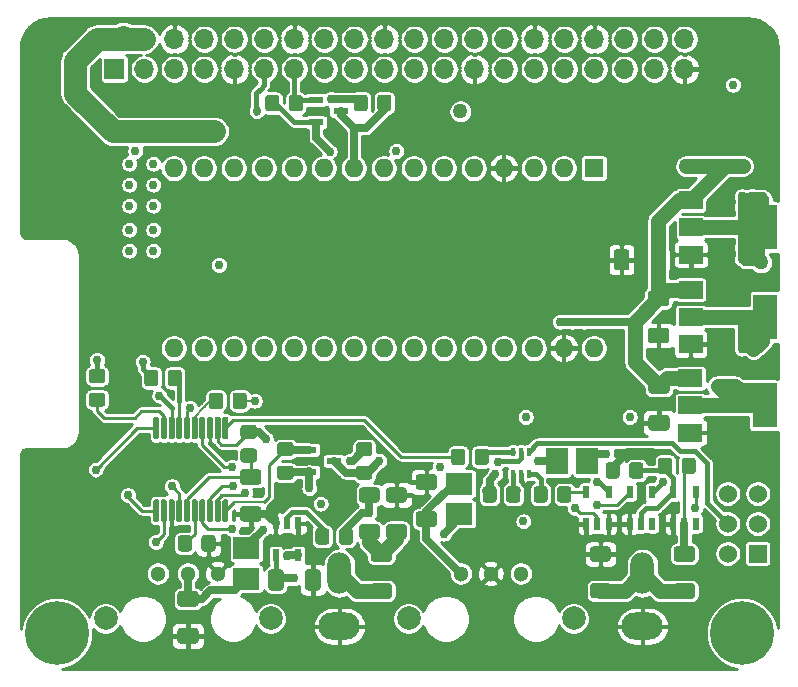
<source format=gbr>
%TF.GenerationSoftware,KiCad,Pcbnew,(5.1.7)-1*%
%TF.CreationDate,2021-08-01T21:01:40-07:00*%
%TF.ProjectId,I2SHat,49325348-6174-42e6-9b69-6361645f7063,rev?*%
%TF.SameCoordinates,Original*%
%TF.FileFunction,Copper,L4,Bot*%
%TF.FilePolarity,Positive*%
%FSLAX46Y46*%
G04 Gerber Fmt 4.6, Leading zero omitted, Abs format (unit mm)*
G04 Created by KiCad (PCBNEW (5.1.7)-1) date 2021-08-01 21:01:40*
%MOMM*%
%LPD*%
G01*
G04 APERTURE LIST*
%TA.AperFunction,ComponentPad*%
%ADD10O,2.000000X3.500000*%
%TD*%
%TA.AperFunction,ComponentPad*%
%ADD11O,3.500000X2.300000*%
%TD*%
%TA.AperFunction,ComponentPad*%
%ADD12C,2.000000*%
%TD*%
%TA.AperFunction,ComponentPad*%
%ADD13O,1.600000X1.600000*%
%TD*%
%TA.AperFunction,ComponentPad*%
%ADD14R,1.600000X1.600000*%
%TD*%
%TA.AperFunction,SMDPad,CuDef*%
%ADD15R,0.600000X1.050000*%
%TD*%
%TA.AperFunction,ComponentPad*%
%ADD16C,1.300000*%
%TD*%
%TA.AperFunction,ComponentPad*%
%ADD17O,1.700000X1.700000*%
%TD*%
%TA.AperFunction,ComponentPad*%
%ADD18R,1.700000X1.700000*%
%TD*%
%TA.AperFunction,SMDPad,CuDef*%
%ADD19R,2.000000X1.500000*%
%TD*%
%TA.AperFunction,SMDPad,CuDef*%
%ADD20R,2.000000X3.800000*%
%TD*%
%TA.AperFunction,SMDPad,CuDef*%
%ADD21R,0.400000X0.650000*%
%TD*%
%TA.AperFunction,ComponentPad*%
%ADD22C,5.400000*%
%TD*%
%TA.AperFunction,ComponentPad*%
%ADD23C,1.524000*%
%TD*%
%TA.AperFunction,ComponentPad*%
%ADD24R,1.524000X1.524000*%
%TD*%
%TA.AperFunction,SMDPad,CuDef*%
%ADD25R,2.200000X1.825000*%
%TD*%
%TA.AperFunction,SMDPad,CuDef*%
%ADD26R,1.300000X0.600000*%
%TD*%
%TA.AperFunction,SMDPad,CuDef*%
%ADD27R,1.825000X2.200000*%
%TD*%
%TA.AperFunction,ViaPad*%
%ADD28C,0.762000*%
%TD*%
%TA.AperFunction,ViaPad*%
%ADD29C,1.270000*%
%TD*%
%TA.AperFunction,Conductor*%
%ADD30C,0.635000*%
%TD*%
%TA.AperFunction,Conductor*%
%ADD31C,0.381000*%
%TD*%
%TA.AperFunction,Conductor*%
%ADD32C,0.254000*%
%TD*%
%TA.AperFunction,Conductor*%
%ADD33C,1.270000*%
%TD*%
%TA.AperFunction,Conductor*%
%ADD34C,1.905000*%
%TD*%
%TA.AperFunction,Conductor*%
%ADD35C,0.177800*%
%TD*%
%TA.AperFunction,Conductor*%
%ADD36C,0.100000*%
%TD*%
G04 APERTURE END LIST*
D10*
%TO.P,J5,1*%
%TO.N,Net-(C7-Pad2)*%
X111506000Y-87321000D03*
D11*
%TO.P,J5,2*%
%TO.N,GNDREF*%
X111506000Y-91821000D03*
%TD*%
D10*
%TO.P,J3,1*%
%TO.N,Net-(C6-Pad2)*%
X85852000Y-87321000D03*
D11*
%TO.P,J3,2*%
%TO.N,GNDREF*%
X85852000Y-91821000D03*
%TD*%
D12*
%TO.P,TP7,1*%
%TO.N,Net-(TP7-Pad1)*%
X66065000Y-91136000D03*
%TD*%
%TO.P,TP6,1*%
%TO.N,Net-(TP6-Pad1)*%
X80035000Y-91136000D03*
%TD*%
%TO.P,TP5,1*%
%TO.N,Net-(TP5-Pad1)*%
X91719000Y-91136000D03*
%TD*%
%TO.P,TP4,1*%
%TO.N,Net-(TP4-Pad1)*%
X105689000Y-91136000D03*
%TD*%
D13*
%TO.P,A1,16*%
%TO.N,Net-(A1-Pad16)*%
X71818500Y-68262500D03*
%TO.P,A1,15*%
%TO.N,Net-(A1-Pad15)*%
X71818500Y-53022500D03*
%TO.P,A1,30*%
%TO.N,Net-(A1-Pad30)*%
X107378500Y-68262500D03*
%TO.P,A1,14*%
%TO.N,Net-(A1-Pad14)*%
X74358500Y-53022500D03*
%TO.P,A1,29*%
%TO.N,GNDREF*%
X104838500Y-68262500D03*
%TO.P,A1,13*%
%TO.N,Net-(A1-Pad13)*%
X76898500Y-53022500D03*
%TO.P,A1,28*%
%TO.N,Net-(A1-Pad28)*%
X102298500Y-68262500D03*
%TO.P,A1,12*%
%TO.N,Net-(A1-Pad12)*%
X79438500Y-53022500D03*
%TO.P,A1,27*%
%TO.N,+5VL*%
X99758500Y-68262500D03*
%TO.P,A1,11*%
%TO.N,Net-(A1-Pad11)*%
X81978500Y-53022500D03*
%TO.P,A1,26*%
%TO.N,Net-(A1-Pad26)*%
X97218500Y-68262500D03*
%TO.P,A1,10*%
%TO.N,Net-(A1-Pad10)*%
X84518500Y-53022500D03*
%TO.P,A1,25*%
%TO.N,Net-(A1-Pad25)*%
X94678500Y-68262500D03*
%TO.P,A1,9*%
%TO.N,Net-(A1-Pad9)*%
X87058500Y-53022500D03*
%TO.P,A1,24*%
%TO.N,/SCL*%
X92138500Y-68262500D03*
%TO.P,A1,8*%
%TO.N,Net-(A1-Pad8)*%
X89598500Y-53022500D03*
%TO.P,A1,23*%
%TO.N,/SDA*%
X89598500Y-68262500D03*
%TO.P,A1,7*%
%TO.N,Net-(A1-Pad7)*%
X92138500Y-53022500D03*
%TO.P,A1,22*%
%TO.N,Net-(A1-Pad22)*%
X87058500Y-68262500D03*
%TO.P,A1,6*%
%TO.N,Net-(A1-Pad6)*%
X94678500Y-53022500D03*
%TO.P,A1,21*%
%TO.N,Net-(A1-Pad21)*%
X84518500Y-68262500D03*
%TO.P,A1,5*%
%TO.N,Net-(A1-Pad5)*%
X97218500Y-53022500D03*
%TO.P,A1,20*%
%TO.N,Net-(A1-Pad20)*%
X81978500Y-68262500D03*
%TO.P,A1,4*%
%TO.N,GNDREF*%
X99758500Y-53022500D03*
%TO.P,A1,19*%
%TO.N,Net-(A1-Pad19)*%
X79438500Y-68262500D03*
%TO.P,A1,3*%
%TO.N,Net-(A1-Pad3)*%
X102298500Y-53022500D03*
%TO.P,A1,18*%
%TO.N,Net-(A1-Pad18)*%
X76898500Y-68262500D03*
%TO.P,A1,2*%
%TO.N,Net-(A1-Pad2)*%
X104838500Y-53022500D03*
%TO.P,A1,17*%
%TO.N,Net-(A1-Pad17)*%
X74358500Y-68262500D03*
D14*
%TO.P,A1,1*%
%TO.N,Net-(A1-Pad1)*%
X107378500Y-53022500D03*
%TD*%
D15*
%TO.P,U6,1*%
%TO.N,Net-(U6-Pad1)*%
X112329000Y-83138000D03*
%TO.P,U6,2*%
%TO.N,Net-(R11-Pad1)*%
X111379000Y-83138000D03*
%TO.P,U6,3*%
%TO.N,GNDREF*%
X110429000Y-83138000D03*
%TO.P,U6,4*%
%TO.N,Net-(R10-Pad2)*%
X110429000Y-80438000D03*
%TO.P,U6,5*%
%TO.N,Net-(C8-Pad1)*%
X112329000Y-80438000D03*
%TD*%
%TO.P,U5,1*%
%TO.N,Net-(U5-Pad1)*%
X116012000Y-83138000D03*
%TO.P,U5,2*%
%TO.N,Net-(C7-Pad1)*%
X115062000Y-83138000D03*
%TO.P,U5,3*%
%TO.N,GNDREF*%
X114112000Y-83138000D03*
%TO.P,U5,4*%
%TO.N,Net-(R11-Pad1)*%
X114112000Y-80438000D03*
%TO.P,U5,5*%
%TO.N,Net-(C8-Pad1)*%
X116012000Y-80438000D03*
%TD*%
%TO.P,R5,2*%
%TO.N,Net-(R5-Pad2)*%
%TA.AperFunction,SMDPad,CuDef*%
G36*
G01*
X104286000Y-81095001D02*
X104286000Y-80194999D01*
G75*
G02*
X104535999Y-79945000I249999J0D01*
G01*
X105236001Y-79945000D01*
G75*
G02*
X105486000Y-80194999I0J-249999D01*
G01*
X105486000Y-81095001D01*
G75*
G02*
X105236001Y-81345000I-249999J0D01*
G01*
X104535999Y-81345000D01*
G75*
G02*
X104286000Y-81095001I0J249999D01*
G01*
G37*
%TD.AperFunction*%
%TO.P,R5,1*%
%TO.N,Net-(R5-Pad1)*%
%TA.AperFunction,SMDPad,CuDef*%
G36*
G01*
X102286000Y-81095001D02*
X102286000Y-80194999D01*
G75*
G02*
X102535999Y-79945000I249999J0D01*
G01*
X103236001Y-79945000D01*
G75*
G02*
X103486000Y-80194999I0J-249999D01*
G01*
X103486000Y-81095001D01*
G75*
G02*
X103236001Y-81345000I-249999J0D01*
G01*
X102535999Y-81345000D01*
G75*
G02*
X102286000Y-81095001I0J249999D01*
G01*
G37*
%TD.AperFunction*%
%TD*%
%TO.P,R1,2*%
%TO.N,Net-(R1-Pad2)*%
%TA.AperFunction,SMDPad,CuDef*%
G36*
G01*
X99168000Y-80194999D02*
X99168000Y-81095001D01*
G75*
G02*
X98918001Y-81345000I-249999J0D01*
G01*
X98217999Y-81345000D01*
G75*
G02*
X97968000Y-81095001I0J249999D01*
G01*
X97968000Y-80194999D01*
G75*
G02*
X98217999Y-79945000I249999J0D01*
G01*
X98918001Y-79945000D01*
G75*
G02*
X99168000Y-80194999I0J-249999D01*
G01*
G37*
%TD.AperFunction*%
%TO.P,R1,1*%
%TO.N,Net-(R1-Pad1)*%
%TA.AperFunction,SMDPad,CuDef*%
G36*
G01*
X101168000Y-80194999D02*
X101168000Y-81095001D01*
G75*
G02*
X100918001Y-81345000I-249999J0D01*
G01*
X100217999Y-81345000D01*
G75*
G02*
X99968000Y-81095001I0J249999D01*
G01*
X99968000Y-80194999D01*
G75*
G02*
X100217999Y-79945000I249999J0D01*
G01*
X100918001Y-79945000D01*
G75*
G02*
X101168000Y-80194999I0J-249999D01*
G01*
G37*
%TD.AperFunction*%
%TD*%
%TO.P,C6,2*%
%TO.N,Net-(C6-Pad2)*%
%TA.AperFunction,SMDPad,CuDef*%
G36*
G01*
X88757997Y-88149000D02*
X90058003Y-88149000D01*
G75*
G02*
X90308000Y-88398997I0J-249997D01*
G01*
X90308000Y-89224003D01*
G75*
G02*
X90058003Y-89474000I-249997J0D01*
G01*
X88757997Y-89474000D01*
G75*
G02*
X88508000Y-89224003I0J249997D01*
G01*
X88508000Y-88398997D01*
G75*
G02*
X88757997Y-88149000I249997J0D01*
G01*
G37*
%TD.AperFunction*%
%TO.P,C6,1*%
%TO.N,Net-(C6-Pad1)*%
%TA.AperFunction,SMDPad,CuDef*%
G36*
G01*
X88757997Y-85024000D02*
X90058003Y-85024000D01*
G75*
G02*
X90308000Y-85273997I0J-249997D01*
G01*
X90308000Y-86099003D01*
G75*
G02*
X90058003Y-86349000I-249997J0D01*
G01*
X88757997Y-86349000D01*
G75*
G02*
X88508000Y-86099003I0J249997D01*
G01*
X88508000Y-85273997D01*
G75*
G02*
X88757997Y-85024000I249997J0D01*
G01*
G37*
%TD.AperFunction*%
%TD*%
D16*
%TO.P,J1,3*%
%TO.N,Net-(C4-Pad1)*%
X96139000Y-87350600D03*
%TO.P,J1,2*%
%TO.N,GNDREF*%
X98679000Y-87350600D03*
%TO.P,J1,1*%
%TO.N,Net-(J1-Pad1)*%
X101219000Y-87350600D03*
%TD*%
D17*
%TO.P,J4,40*%
%TO.N,/DIN_WM*%
X115049300Y-42103040D03*
%TO.P,J4,39*%
%TO.N,GNDREF*%
X115049300Y-44643040D03*
%TO.P,J4,38*%
%TO.N,/DOUT_WM*%
X112509300Y-42103040D03*
%TO.P,J4,37*%
%TO.N,/GPIO26*%
X112509300Y-44643040D03*
%TO.P,J4,36*%
%TO.N,/GPIO16*%
X109969300Y-42103040D03*
%TO.P,J4,35*%
%TO.N,/LRCLK*%
X109969300Y-44643040D03*
%TO.P,J4,34*%
%TO.N,GNDREF*%
X107429300Y-42103040D03*
%TO.P,J4,33*%
%TO.N,/GPIO13*%
X107429300Y-44643040D03*
%TO.P,J4,32*%
%TO.N,/GPIO12*%
X104889300Y-42103040D03*
%TO.P,J4,31*%
%TO.N,/GPIO6*%
X104889300Y-44643040D03*
%TO.P,J4,30*%
%TO.N,GNDREF*%
X102349300Y-42103040D03*
%TO.P,J4,29*%
%TO.N,/GPIO5*%
X102349300Y-44643040D03*
%TO.P,J4,28*%
%TO.N,/GPIO1*%
X99809300Y-42103040D03*
%TO.P,J4,27*%
%TO.N,/GPIO0*%
X99809300Y-44643040D03*
%TO.P,J4,26*%
%TO.N,/GPIO7*%
X97269300Y-42103040D03*
%TO.P,J4,25*%
%TO.N,GNDREF*%
X97269300Y-44643040D03*
%TO.P,J4,24*%
%TO.N,/GPIO8*%
X94729300Y-42103040D03*
%TO.P,J4,23*%
%TO.N,/GPIO11*%
X94729300Y-44643040D03*
%TO.P,J4,22*%
%TO.N,/GPIO25*%
X92189300Y-42103040D03*
%TO.P,J4,21*%
%TO.N,/GPIO9*%
X92189300Y-44643040D03*
%TO.P,J4,20*%
%TO.N,GNDREF*%
X89649300Y-42103040D03*
%TO.P,J4,19*%
%TO.N,/GPIO10*%
X89649300Y-44643040D03*
%TO.P,J4,18*%
%TO.N,/GPIO24*%
X87109300Y-42103040D03*
%TO.P,J4,17*%
%TO.N,/3V32*%
X87109300Y-44643040D03*
%TO.P,J4,16*%
%TO.N,/GPIO23*%
X84569300Y-42103040D03*
%TO.P,J4,15*%
%TO.N,/GPIO22*%
X84569300Y-44643040D03*
%TO.P,J4,14*%
%TO.N,GNDREF*%
X82029300Y-42103040D03*
%TO.P,J4,13*%
%TO.N,/GPIO27*%
X82029300Y-44643040D03*
%TO.P,J4,12*%
%TO.N,/BCLK*%
X79489300Y-42103040D03*
%TO.P,J4,11*%
%TO.N,/GPIO17*%
X79489300Y-44643040D03*
%TO.P,J4,10*%
%TO.N,/GPIO15*%
X76949300Y-42103040D03*
%TO.P,J4,9*%
%TO.N,GNDREF*%
X76949300Y-44643040D03*
%TO.P,J4,8*%
%TO.N,/GPIO14*%
X74409300Y-42103040D03*
%TO.P,J4,7*%
%TO.N,/GPIO4*%
X74409300Y-44643040D03*
%TO.P,J4,6*%
%TO.N,GNDREF*%
X71869300Y-42103040D03*
%TO.P,J4,5*%
%TO.N,/GPIO3*%
X71869300Y-44643040D03*
%TO.P,J4,4*%
%TO.N,+5V*%
X69329300Y-42103040D03*
%TO.P,J4,3*%
%TO.N,/GPIO2*%
X69329300Y-44643040D03*
%TO.P,J4,2*%
%TO.N,+5V*%
X66789300Y-42103040D03*
D18*
%TO.P,J4,1*%
%TO.N,/3V31*%
X66789300Y-44643040D03*
%TD*%
%TO.P,R19,2*%
%TO.N,Net-(A1-Pad9)*%
%TA.AperFunction,SMDPad,CuDef*%
G36*
G01*
X89058700Y-47948001D02*
X89058700Y-47047999D01*
G75*
G02*
X89308699Y-46798000I249999J0D01*
G01*
X90008701Y-46798000D01*
G75*
G02*
X90258700Y-47047999I0J-249999D01*
G01*
X90258700Y-47948001D01*
G75*
G02*
X90008701Y-48198000I-249999J0D01*
G01*
X89308699Y-48198000D01*
G75*
G02*
X89058700Y-47948001I0J249999D01*
G01*
G37*
%TD.AperFunction*%
%TO.P,R19,1*%
%TO.N,+5VL*%
%TA.AperFunction,SMDPad,CuDef*%
G36*
G01*
X87058700Y-47948001D02*
X87058700Y-47047999D01*
G75*
G02*
X87308699Y-46798000I249999J0D01*
G01*
X88008701Y-46798000D01*
G75*
G02*
X88258700Y-47047999I0J-249999D01*
G01*
X88258700Y-47948001D01*
G75*
G02*
X88008701Y-48198000I-249999J0D01*
G01*
X87308699Y-48198000D01*
G75*
G02*
X87058700Y-47948001I0J249999D01*
G01*
G37*
%TD.AperFunction*%
%TD*%
%TO.P,R7,2*%
%TO.N,/TX*%
%TA.AperFunction,SMDPad,CuDef*%
G36*
G01*
X89017001Y-81345200D02*
X87766999Y-81345200D01*
G75*
G02*
X87517000Y-81095201I0J249999D01*
G01*
X87517000Y-80295199D01*
G75*
G02*
X87766999Y-80045200I249999J0D01*
G01*
X89017001Y-80045200D01*
G75*
G02*
X89267000Y-80295199I0J-249999D01*
G01*
X89267000Y-81095201D01*
G75*
G02*
X89017001Y-81345200I-249999J0D01*
G01*
G37*
%TD.AperFunction*%
%TO.P,R7,1*%
%TO.N,Net-(C6-Pad1)*%
%TA.AperFunction,SMDPad,CuDef*%
G36*
G01*
X89017001Y-84445200D02*
X87766999Y-84445200D01*
G75*
G02*
X87517000Y-84195201I0J249999D01*
G01*
X87517000Y-83395199D01*
G75*
G02*
X87766999Y-83145200I249999J0D01*
G01*
X89017001Y-83145200D01*
G75*
G02*
X89267000Y-83395199I0J-249999D01*
G01*
X89267000Y-84195201D01*
G75*
G02*
X89017001Y-84445200I-249999J0D01*
G01*
G37*
%TD.AperFunction*%
%TD*%
%TO.P,R8,2*%
%TO.N,GNDREF*%
%TA.AperFunction,SMDPad,CuDef*%
G36*
G01*
X91303001Y-81345200D02*
X90052999Y-81345200D01*
G75*
G02*
X89803000Y-81095201I0J249999D01*
G01*
X89803000Y-80295199D01*
G75*
G02*
X90052999Y-80045200I249999J0D01*
G01*
X91303001Y-80045200D01*
G75*
G02*
X91553000Y-80295199I0J-249999D01*
G01*
X91553000Y-81095201D01*
G75*
G02*
X91303001Y-81345200I-249999J0D01*
G01*
G37*
%TD.AperFunction*%
%TO.P,R8,1*%
%TO.N,Net-(C6-Pad1)*%
%TA.AperFunction,SMDPad,CuDef*%
G36*
G01*
X91303001Y-84445200D02*
X90052999Y-84445200D01*
G75*
G02*
X89803000Y-84195201I0J249999D01*
G01*
X89803000Y-83395199D01*
G75*
G02*
X90052999Y-83145200I249999J0D01*
G01*
X91303001Y-83145200D01*
G75*
G02*
X91553000Y-83395199I0J-249999D01*
G01*
X91553000Y-84195201D01*
G75*
G02*
X91303001Y-84445200I-249999J0D01*
G01*
G37*
%TD.AperFunction*%
%TD*%
%TO.P,R12,2*%
%TO.N,GNDREF*%
%TA.AperFunction,SMDPad,CuDef*%
G36*
G01*
X108575001Y-86349000D02*
X107324999Y-86349000D01*
G75*
G02*
X107075000Y-86099001I0J249999D01*
G01*
X107075000Y-85298999D01*
G75*
G02*
X107324999Y-85049000I249999J0D01*
G01*
X108575001Y-85049000D01*
G75*
G02*
X108825000Y-85298999I0J-249999D01*
G01*
X108825000Y-86099001D01*
G75*
G02*
X108575001Y-86349000I-249999J0D01*
G01*
G37*
%TD.AperFunction*%
%TO.P,R12,1*%
%TO.N,Net-(C7-Pad2)*%
%TA.AperFunction,SMDPad,CuDef*%
G36*
G01*
X108575001Y-89449000D02*
X107324999Y-89449000D01*
G75*
G02*
X107075000Y-89199001I0J249999D01*
G01*
X107075000Y-88398999D01*
G75*
G02*
X107324999Y-88149000I249999J0D01*
G01*
X108575001Y-88149000D01*
G75*
G02*
X108825000Y-88398999I0J-249999D01*
G01*
X108825000Y-89199001D01*
G75*
G02*
X108575001Y-89449000I-249999J0D01*
G01*
G37*
%TD.AperFunction*%
%TD*%
D19*
%TO.P,U10,1*%
%TO.N,GNDREF*%
X115556900Y-75413900D03*
%TO.P,U10,3*%
%TO.N,+5V*%
X115556900Y-70813900D03*
%TO.P,U10,2*%
%TO.N,+3V3*%
X115556900Y-73113900D03*
D20*
X121856900Y-73113900D03*
%TD*%
D19*
%TO.P,U11,1*%
%TO.N,GNDREF*%
X115582300Y-67920900D03*
%TO.P,U11,3*%
%TO.N,+5V*%
X115582300Y-63320900D03*
%TO.P,U11,2*%
%TO.N,+3.3VA*%
X115582300Y-65620900D03*
D20*
X121882300Y-65620900D03*
%TD*%
D19*
%TO.P,U9,1*%
%TO.N,GNDREF*%
X115607700Y-60339000D03*
%TO.P,U9,3*%
%TO.N,+5V*%
X115607700Y-55739000D03*
%TO.P,U9,2*%
%TO.N,+3.3VP*%
X115607700Y-58039000D03*
D20*
X121907700Y-58039000D03*
%TD*%
%TO.P,U7,20*%
%TO.N,/RX*%
%TA.AperFunction,SMDPad,CuDef*%
G36*
G01*
X76316300Y-75974100D02*
X76066300Y-75974100D01*
G75*
G02*
X75941300Y-75849100I0J125000D01*
G01*
X75941300Y-74199100D01*
G75*
G02*
X76066300Y-74074100I125000J0D01*
G01*
X76316300Y-74074100D01*
G75*
G02*
X76441300Y-74199100I0J-125000D01*
G01*
X76441300Y-75849100D01*
G75*
G02*
X76316300Y-75974100I-125000J0D01*
G01*
G37*
%TD.AperFunction*%
%TO.P,U7,19*%
%TO.N,+3V3*%
%TA.AperFunction,SMDPad,CuDef*%
G36*
G01*
X75666300Y-75974100D02*
X75416300Y-75974100D01*
G75*
G02*
X75291300Y-75849100I0J125000D01*
G01*
X75291300Y-74199100D01*
G75*
G02*
X75416300Y-74074100I125000J0D01*
G01*
X75666300Y-74074100D01*
G75*
G02*
X75791300Y-74199100I0J-125000D01*
G01*
X75791300Y-75849100D01*
G75*
G02*
X75666300Y-75974100I-125000J0D01*
G01*
G37*
%TD.AperFunction*%
%TO.P,U7,18*%
%TO.N,GNDREF*%
%TA.AperFunction,SMDPad,CuDef*%
G36*
G01*
X75016300Y-75974100D02*
X74766300Y-75974100D01*
G75*
G02*
X74641300Y-75849100I0J125000D01*
G01*
X74641300Y-74199100D01*
G75*
G02*
X74766300Y-74074100I125000J0D01*
G01*
X75016300Y-74074100D01*
G75*
G02*
X75141300Y-74199100I0J-125000D01*
G01*
X75141300Y-75849100D01*
G75*
G02*
X75016300Y-75974100I-125000J0D01*
G01*
G37*
%TD.AperFunction*%
%TO.P,U7,17*%
%TO.N,/TX*%
%TA.AperFunction,SMDPad,CuDef*%
G36*
G01*
X74366300Y-75974100D02*
X74116300Y-75974100D01*
G75*
G02*
X73991300Y-75849100I0J125000D01*
G01*
X73991300Y-74199100D01*
G75*
G02*
X74116300Y-74074100I125000J0D01*
G01*
X74366300Y-74074100D01*
G75*
G02*
X74491300Y-74199100I0J-125000D01*
G01*
X74491300Y-75849100D01*
G75*
G02*
X74366300Y-75974100I-125000J0D01*
G01*
G37*
%TD.AperFunction*%
%TO.P,U7,16*%
%TO.N,Net-(R21-Pad1)*%
%TA.AperFunction,SMDPad,CuDef*%
G36*
G01*
X73716300Y-75974100D02*
X73466300Y-75974100D01*
G75*
G02*
X73341300Y-75849100I0J125000D01*
G01*
X73341300Y-74199100D01*
G75*
G02*
X73466300Y-74074100I125000J0D01*
G01*
X73716300Y-74074100D01*
G75*
G02*
X73841300Y-74199100I0J-125000D01*
G01*
X73841300Y-75849100D01*
G75*
G02*
X73716300Y-75974100I-125000J0D01*
G01*
G37*
%TD.AperFunction*%
%TO.P,U7,15*%
%TO.N,Net-(R22-Pad1)*%
%TA.AperFunction,SMDPad,CuDef*%
G36*
G01*
X73066300Y-75974100D02*
X72816300Y-75974100D01*
G75*
G02*
X72691300Y-75849100I0J125000D01*
G01*
X72691300Y-74199100D01*
G75*
G02*
X72816300Y-74074100I125000J0D01*
G01*
X73066300Y-74074100D01*
G75*
G02*
X73191300Y-74199100I0J-125000D01*
G01*
X73191300Y-75849100D01*
G75*
G02*
X73066300Y-75974100I-125000J0D01*
G01*
G37*
%TD.AperFunction*%
%TO.P,U7,14*%
%TO.N,Net-(R23-Pad1)*%
%TA.AperFunction,SMDPad,CuDef*%
G36*
G01*
X72416300Y-75974100D02*
X72166300Y-75974100D01*
G75*
G02*
X72041300Y-75849100I0J125000D01*
G01*
X72041300Y-74199100D01*
G75*
G02*
X72166300Y-74074100I125000J0D01*
G01*
X72416300Y-74074100D01*
G75*
G02*
X72541300Y-74199100I0J-125000D01*
G01*
X72541300Y-75849100D01*
G75*
G02*
X72416300Y-75974100I-125000J0D01*
G01*
G37*
%TD.AperFunction*%
%TO.P,U7,13*%
%TO.N,Net-(R26-Pad1)*%
%TA.AperFunction,SMDPad,CuDef*%
G36*
G01*
X71766300Y-75974100D02*
X71516300Y-75974100D01*
G75*
G02*
X71391300Y-75849100I0J125000D01*
G01*
X71391300Y-74199100D01*
G75*
G02*
X71516300Y-74074100I125000J0D01*
G01*
X71766300Y-74074100D01*
G75*
G02*
X71891300Y-74199100I0J-125000D01*
G01*
X71891300Y-75849100D01*
G75*
G02*
X71766300Y-75974100I-125000J0D01*
G01*
G37*
%TD.AperFunction*%
%TO.P,U7,12*%
%TO.N,Net-(R27-Pad2)*%
%TA.AperFunction,SMDPad,CuDef*%
G36*
G01*
X71116300Y-75974100D02*
X70866300Y-75974100D01*
G75*
G02*
X70741300Y-75849100I0J125000D01*
G01*
X70741300Y-74199100D01*
G75*
G02*
X70866300Y-74074100I125000J0D01*
G01*
X71116300Y-74074100D01*
G75*
G02*
X71241300Y-74199100I0J-125000D01*
G01*
X71241300Y-75849100D01*
G75*
G02*
X71116300Y-75974100I-125000J0D01*
G01*
G37*
%TD.AperFunction*%
%TO.P,U7,11*%
%TO.N,Net-(C16-Pad2)*%
%TA.AperFunction,SMDPad,CuDef*%
G36*
G01*
X70466300Y-75974100D02*
X70216300Y-75974100D01*
G75*
G02*
X70091300Y-75849100I0J125000D01*
G01*
X70091300Y-74199100D01*
G75*
G02*
X70216300Y-74074100I125000J0D01*
G01*
X70466300Y-74074100D01*
G75*
G02*
X70591300Y-74199100I0J-125000D01*
G01*
X70591300Y-75849100D01*
G75*
G02*
X70466300Y-75974100I-125000J0D01*
G01*
G37*
%TD.AperFunction*%
%TO.P,U7,10*%
%TO.N,Net-(C15-Pad1)*%
%TA.AperFunction,SMDPad,CuDef*%
G36*
G01*
X70466300Y-82974100D02*
X70216300Y-82974100D01*
G75*
G02*
X70091300Y-82849100I0J125000D01*
G01*
X70091300Y-81199100D01*
G75*
G02*
X70216300Y-81074100I125000J0D01*
G01*
X70466300Y-81074100D01*
G75*
G02*
X70591300Y-81199100I0J-125000D01*
G01*
X70591300Y-82849100D01*
G75*
G02*
X70466300Y-82974100I-125000J0D01*
G01*
G37*
%TD.AperFunction*%
%TO.P,U7,9*%
%TO.N,Net-(TP8-Pad1)*%
%TA.AperFunction,SMDPad,CuDef*%
G36*
G01*
X71116300Y-82974100D02*
X70866300Y-82974100D01*
G75*
G02*
X70741300Y-82849100I0J125000D01*
G01*
X70741300Y-81199100D01*
G75*
G02*
X70866300Y-81074100I125000J0D01*
G01*
X71116300Y-81074100D01*
G75*
G02*
X71241300Y-81199100I0J-125000D01*
G01*
X71241300Y-82849100D01*
G75*
G02*
X71116300Y-82974100I-125000J0D01*
G01*
G37*
%TD.AperFunction*%
%TO.P,U7,8*%
%TO.N,GNDREF*%
%TA.AperFunction,SMDPad,CuDef*%
G36*
G01*
X71766300Y-82974100D02*
X71516300Y-82974100D01*
G75*
G02*
X71391300Y-82849100I0J125000D01*
G01*
X71391300Y-81199100D01*
G75*
G02*
X71516300Y-81074100I125000J0D01*
G01*
X71766300Y-81074100D01*
G75*
G02*
X71891300Y-81199100I0J-125000D01*
G01*
X71891300Y-82849100D01*
G75*
G02*
X71766300Y-82974100I-125000J0D01*
G01*
G37*
%TD.AperFunction*%
%TO.P,U7,7*%
%TO.N,+3.3VA*%
%TA.AperFunction,SMDPad,CuDef*%
G36*
G01*
X72416300Y-82974100D02*
X72166300Y-82974100D01*
G75*
G02*
X72041300Y-82849100I0J125000D01*
G01*
X72041300Y-81199100D01*
G75*
G02*
X72166300Y-81074100I125000J0D01*
G01*
X72416300Y-81074100D01*
G75*
G02*
X72541300Y-81199100I0J-125000D01*
G01*
X72541300Y-82849100D01*
G75*
G02*
X72416300Y-82974100I-125000J0D01*
G01*
G37*
%TD.AperFunction*%
%TO.P,U7,6*%
%TO.N,/RST*%
%TA.AperFunction,SMDPad,CuDef*%
G36*
G01*
X73066300Y-82974100D02*
X72816300Y-82974100D01*
G75*
G02*
X72691300Y-82849100I0J125000D01*
G01*
X72691300Y-81199100D01*
G75*
G02*
X72816300Y-81074100I125000J0D01*
G01*
X73066300Y-81074100D01*
G75*
G02*
X73191300Y-81199100I0J-125000D01*
G01*
X73191300Y-82849100D01*
G75*
G02*
X73066300Y-82974100I-125000J0D01*
G01*
G37*
%TD.AperFunction*%
%TO.P,U7,5*%
%TO.N,Net-(R20-Pad2)*%
%TA.AperFunction,SMDPad,CuDef*%
G36*
G01*
X73716300Y-82974100D02*
X73466300Y-82974100D01*
G75*
G02*
X73341300Y-82849100I0J125000D01*
G01*
X73341300Y-81199100D01*
G75*
G02*
X73466300Y-81074100I125000J0D01*
G01*
X73716300Y-81074100D01*
G75*
G02*
X73841300Y-81199100I0J-125000D01*
G01*
X73841300Y-82849100D01*
G75*
G02*
X73716300Y-82974100I-125000J0D01*
G01*
G37*
%TD.AperFunction*%
%TO.P,U7,4*%
%TO.N,Net-(R31-Pad2)*%
%TA.AperFunction,SMDPad,CuDef*%
G36*
G01*
X74366300Y-82974100D02*
X74116300Y-82974100D01*
G75*
G02*
X73991300Y-82849100I0J125000D01*
G01*
X73991300Y-81199100D01*
G75*
G02*
X74116300Y-81074100I125000J0D01*
G01*
X74366300Y-81074100D01*
G75*
G02*
X74491300Y-81199100I0J-125000D01*
G01*
X74491300Y-82849100D01*
G75*
G02*
X74366300Y-82974100I-125000J0D01*
G01*
G37*
%TD.AperFunction*%
%TO.P,U7,3*%
%TO.N,Net-(Q2-Pad2)*%
%TA.AperFunction,SMDPad,CuDef*%
G36*
G01*
X75016300Y-82974100D02*
X74766300Y-82974100D01*
G75*
G02*
X74641300Y-82849100I0J125000D01*
G01*
X74641300Y-81199100D01*
G75*
G02*
X74766300Y-81074100I125000J0D01*
G01*
X75016300Y-81074100D01*
G75*
G02*
X75141300Y-81199100I0J-125000D01*
G01*
X75141300Y-82849100D01*
G75*
G02*
X75016300Y-82974100I-125000J0D01*
G01*
G37*
%TD.AperFunction*%
%TO.P,U7,2*%
%TO.N,Net-(R17-Pad2)*%
%TA.AperFunction,SMDPad,CuDef*%
G36*
G01*
X75666300Y-82974100D02*
X75416300Y-82974100D01*
G75*
G02*
X75291300Y-82849100I0J125000D01*
G01*
X75291300Y-81199100D01*
G75*
G02*
X75416300Y-81074100I125000J0D01*
G01*
X75666300Y-81074100D01*
G75*
G02*
X75791300Y-81199100I0J-125000D01*
G01*
X75791300Y-82849100D01*
G75*
G02*
X75666300Y-82974100I-125000J0D01*
G01*
G37*
%TD.AperFunction*%
%TO.P,U7,1*%
%TO.N,Net-(Q4-Pad2)*%
%TA.AperFunction,SMDPad,CuDef*%
G36*
G01*
X76316300Y-82974100D02*
X76066300Y-82974100D01*
G75*
G02*
X75941300Y-82849100I0J125000D01*
G01*
X75941300Y-81199100D01*
G75*
G02*
X76066300Y-81074100I125000J0D01*
G01*
X76316300Y-81074100D01*
G75*
G02*
X76441300Y-81199100I0J-125000D01*
G01*
X76441300Y-82849100D01*
G75*
G02*
X76316300Y-82974100I-125000J0D01*
G01*
G37*
%TD.AperFunction*%
%TD*%
D21*
%TO.P,U2,6*%
%TO.N,Net-(SW1-Pad5)*%
X101869000Y-77028000D03*
%TO.P,U2,4*%
%TO.N,Net-(R2-Pad1)*%
X100569000Y-77028000D03*
%TO.P,U2,2*%
%TO.N,GNDREF*%
X101219000Y-78928000D03*
%TO.P,U2,5*%
%TO.N,Net-(C1-Pad1)*%
X101219000Y-77028000D03*
%TO.P,U2,3*%
%TO.N,Net-(R1-Pad1)*%
X100569000Y-78928000D03*
%TO.P,U2,1*%
%TO.N,Net-(R5-Pad1)*%
X101869000Y-78928000D03*
%TD*%
D15*
%TO.P,U4,1*%
%TO.N,GNDREF*%
X108646000Y-83138000D03*
%TO.P,U4,2*%
%TO.N,Net-(R10-Pad1)*%
X107696000Y-83138000D03*
%TO.P,U4,3*%
%TO.N,GNDREF*%
X106746000Y-83138000D03*
%TO.P,U4,4*%
%TO.N,Net-(R5-Pad2)*%
X106746000Y-80438000D03*
%TO.P,U4,5*%
%TO.N,Net-(C10-Pad1)*%
X108646000Y-80438000D03*
%TD*%
D22*
%TO.P,H2,1*%
%TO.N,N/C*%
X119938800Y-92379800D03*
%TD*%
%TO.P,H1,1*%
%TO.N,N/C*%
X61925200Y-92379800D03*
%TD*%
D23*
%TO.P,SW1,6*%
%TO.N,Net-(R6-Pad2)*%
X118729000Y-85651200D03*
%TO.P,SW1,5*%
%TO.N,Net-(SW1-Pad5)*%
X118729000Y-83111200D03*
%TO.P,SW1,4*%
%TO.N,Net-(R4-Pad2)*%
X118729000Y-80571200D03*
%TO.P,SW1,3*%
%TO.N,Net-(SW1-Pad3)*%
X121269000Y-80571200D03*
%TO.P,SW1,2*%
%TO.N,Net-(SW1-Pad2)*%
X121269000Y-83111200D03*
D24*
%TO.P,SW1,1*%
%TO.N,Net-(SW1-Pad1)*%
X121269000Y-85651200D03*
%TD*%
%TO.P,R11,2*%
%TO.N,GNDREF*%
%TA.AperFunction,SMDPad,CuDef*%
G36*
G01*
X109582000Y-78162999D02*
X109582000Y-79063001D01*
G75*
G02*
X109332001Y-79313000I-249999J0D01*
G01*
X108631999Y-79313000D01*
G75*
G02*
X108382000Y-79063001I0J249999D01*
G01*
X108382000Y-78162999D01*
G75*
G02*
X108631999Y-77913000I249999J0D01*
G01*
X109332001Y-77913000D01*
G75*
G02*
X109582000Y-78162999I0J-249999D01*
G01*
G37*
%TD.AperFunction*%
%TO.P,R11,1*%
%TO.N,Net-(R11-Pad1)*%
%TA.AperFunction,SMDPad,CuDef*%
G36*
G01*
X111582000Y-78162999D02*
X111582000Y-79063001D01*
G75*
G02*
X111332001Y-79313000I-249999J0D01*
G01*
X110631999Y-79313000D01*
G75*
G02*
X110382000Y-79063001I0J249999D01*
G01*
X110382000Y-78162999D01*
G75*
G02*
X110631999Y-77913000I249999J0D01*
G01*
X111332001Y-77913000D01*
G75*
G02*
X111582000Y-78162999I0J-249999D01*
G01*
G37*
%TD.AperFunction*%
%TD*%
%TO.P,R9,2*%
%TO.N,Net-(R11-Pad1)*%
%TA.AperFunction,SMDPad,CuDef*%
G36*
G01*
X114027000Y-77781999D02*
X114027000Y-78682001D01*
G75*
G02*
X113777001Y-78932000I-249999J0D01*
G01*
X113076999Y-78932000D01*
G75*
G02*
X112827000Y-78682001I0J249999D01*
G01*
X112827000Y-77781999D01*
G75*
G02*
X113076999Y-77532000I249999J0D01*
G01*
X113777001Y-77532000D01*
G75*
G02*
X114027000Y-77781999I0J-249999D01*
G01*
G37*
%TD.AperFunction*%
%TO.P,R9,1*%
%TO.N,Net-(C7-Pad1)*%
%TA.AperFunction,SMDPad,CuDef*%
G36*
G01*
X116027000Y-77781999D02*
X116027000Y-78682001D01*
G75*
G02*
X115777001Y-78932000I-249999J0D01*
G01*
X115076999Y-78932000D01*
G75*
G02*
X114827000Y-78682001I0J249999D01*
G01*
X114827000Y-77781999D01*
G75*
G02*
X115076999Y-77532000I249999J0D01*
G01*
X115777001Y-77532000D01*
G75*
G02*
X116027000Y-77781999I0J-249999D01*
G01*
G37*
%TD.AperFunction*%
%TD*%
D25*
%TO.P,L1,2*%
%TO.N,Net-(C4-Pad1)*%
X96012000Y-79738500D03*
%TO.P,L1,1*%
%TO.N,+3.3VP*%
X96012000Y-82313500D03*
%TD*%
%TO.P,C7,2*%
%TO.N,Net-(C7-Pad2)*%
%TA.AperFunction,SMDPad,CuDef*%
G36*
G01*
X114411997Y-88149000D02*
X115712003Y-88149000D01*
G75*
G02*
X115962000Y-88398997I0J-249997D01*
G01*
X115962000Y-89224003D01*
G75*
G02*
X115712003Y-89474000I-249997J0D01*
G01*
X114411997Y-89474000D01*
G75*
G02*
X114162000Y-89224003I0J249997D01*
G01*
X114162000Y-88398997D01*
G75*
G02*
X114411997Y-88149000I249997J0D01*
G01*
G37*
%TD.AperFunction*%
%TO.P,C7,1*%
%TO.N,Net-(C7-Pad1)*%
%TA.AperFunction,SMDPad,CuDef*%
G36*
G01*
X114411997Y-85024000D02*
X115712003Y-85024000D01*
G75*
G02*
X115962000Y-85273997I0J-249997D01*
G01*
X115962000Y-86099003D01*
G75*
G02*
X115712003Y-86349000I-249997J0D01*
G01*
X114411997Y-86349000D01*
G75*
G02*
X114162000Y-86099003I0J249997D01*
G01*
X114162000Y-85273997D01*
G75*
G02*
X114411997Y-85024000I249997J0D01*
G01*
G37*
%TD.AperFunction*%
%TD*%
D15*
%TO.P,U3,1*%
%TO.N,GNDREF*%
X80457000Y-83105000D03*
%TO.P,U3,2*%
%TO.N,Net-(R3-Pad1)*%
X81407000Y-83105000D03*
%TO.P,U3,3*%
%TO.N,GNDREF*%
X82357000Y-83105000D03*
%TO.P,U3,4*%
%TO.N,Net-(J2-Pad3)*%
X82357000Y-85805000D03*
%TO.P,U3,5*%
%TO.N,Net-(C2-Pad1)*%
X80457000Y-85805000D03*
%TD*%
%TO.P,R27,2*%
%TO.N,Net-(R27-Pad2)*%
%TA.AperFunction,SMDPad,CuDef*%
G36*
G01*
X64878799Y-72028000D02*
X65778801Y-72028000D01*
G75*
G02*
X66028800Y-72277999I0J-249999D01*
G01*
X66028800Y-72978001D01*
G75*
G02*
X65778801Y-73228000I-249999J0D01*
G01*
X64878799Y-73228000D01*
G75*
G02*
X64628800Y-72978001I0J249999D01*
G01*
X64628800Y-72277999D01*
G75*
G02*
X64878799Y-72028000I249999J0D01*
G01*
G37*
%TD.AperFunction*%
%TO.P,R27,1*%
%TO.N,/DOUT_WM*%
%TA.AperFunction,SMDPad,CuDef*%
G36*
G01*
X64878799Y-70028000D02*
X65778801Y-70028000D01*
G75*
G02*
X66028800Y-70277999I0J-249999D01*
G01*
X66028800Y-70978001D01*
G75*
G02*
X65778801Y-71228000I-249999J0D01*
G01*
X64878799Y-71228000D01*
G75*
G02*
X64628800Y-70978001I0J249999D01*
G01*
X64628800Y-70277999D01*
G75*
G02*
X64878799Y-70028000I249999J0D01*
G01*
G37*
%TD.AperFunction*%
%TD*%
%TO.P,R23,2*%
%TO.N,/BCLK*%
%TA.AperFunction,SMDPad,CuDef*%
G36*
G01*
X70516800Y-70339799D02*
X70516800Y-71239801D01*
G75*
G02*
X70266801Y-71489800I-249999J0D01*
G01*
X69566799Y-71489800D01*
G75*
G02*
X69316800Y-71239801I0J249999D01*
G01*
X69316800Y-70339799D01*
G75*
G02*
X69566799Y-70089800I249999J0D01*
G01*
X70266801Y-70089800D01*
G75*
G02*
X70516800Y-70339799I0J-249999D01*
G01*
G37*
%TD.AperFunction*%
%TO.P,R23,1*%
%TO.N,Net-(R23-Pad1)*%
%TA.AperFunction,SMDPad,CuDef*%
G36*
G01*
X72516800Y-70339799D02*
X72516800Y-71239801D01*
G75*
G02*
X72266801Y-71489800I-249999J0D01*
G01*
X71566799Y-71489800D01*
G75*
G02*
X71316800Y-71239801I0J249999D01*
G01*
X71316800Y-70339799D01*
G75*
G02*
X71566799Y-70089800I249999J0D01*
G01*
X72266801Y-70089800D01*
G75*
G02*
X72516800Y-70339799I0J-249999D01*
G01*
G37*
%TD.AperFunction*%
%TD*%
%TO.P,R21,2*%
%TO.N,Net-(R21-Pad2)*%
%TA.AperFunction,SMDPad,CuDef*%
G36*
G01*
X76803200Y-73170201D02*
X76803200Y-72270199D01*
G75*
G02*
X77053199Y-72020200I249999J0D01*
G01*
X77753201Y-72020200D01*
G75*
G02*
X78003200Y-72270199I0J-249999D01*
G01*
X78003200Y-73170201D01*
G75*
G02*
X77753201Y-73420200I-249999J0D01*
G01*
X77053199Y-73420200D01*
G75*
G02*
X76803200Y-73170201I0J249999D01*
G01*
G37*
%TD.AperFunction*%
%TO.P,R21,1*%
%TO.N,Net-(R21-Pad1)*%
%TA.AperFunction,SMDPad,CuDef*%
G36*
G01*
X74803200Y-73170201D02*
X74803200Y-72270199D01*
G75*
G02*
X75053199Y-72020200I249999J0D01*
G01*
X75753201Y-72020200D01*
G75*
G02*
X76003200Y-72270199I0J-249999D01*
G01*
X76003200Y-73170201D01*
G75*
G02*
X75753201Y-73420200I-249999J0D01*
G01*
X75053199Y-73420200D01*
G75*
G02*
X74803200Y-73170201I0J249999D01*
G01*
G37*
%TD.AperFunction*%
%TD*%
%TO.P,R20,2*%
%TO.N,Net-(R20-Pad2)*%
%TA.AperFunction,SMDPad,CuDef*%
G36*
G01*
X73361600Y-84335199D02*
X73361600Y-85235201D01*
G75*
G02*
X73111601Y-85485200I-249999J0D01*
G01*
X72411599Y-85485200D01*
G75*
G02*
X72161600Y-85235201I0J249999D01*
G01*
X72161600Y-84335199D01*
G75*
G02*
X72411599Y-84085200I249999J0D01*
G01*
X73111601Y-84085200D01*
G75*
G02*
X73361600Y-84335199I0J-249999D01*
G01*
G37*
%TD.AperFunction*%
%TO.P,R20,1*%
%TO.N,GNDREF*%
%TA.AperFunction,SMDPad,CuDef*%
G36*
G01*
X75361600Y-84335199D02*
X75361600Y-85235201D01*
G75*
G02*
X75111601Y-85485200I-249999J0D01*
G01*
X74411599Y-85485200D01*
G75*
G02*
X74161600Y-85235201I0J249999D01*
G01*
X74161600Y-84335199D01*
G75*
G02*
X74411599Y-84085200I249999J0D01*
G01*
X75111601Y-84085200D01*
G75*
G02*
X75361600Y-84335199I0J-249999D01*
G01*
G37*
%TD.AperFunction*%
%TD*%
%TO.P,R24,2*%
%TO.N,Net-(Q4-Pad2)*%
%TA.AperFunction,SMDPad,CuDef*%
G36*
G01*
X81717301Y-77412900D02*
X80817299Y-77412900D01*
G75*
G02*
X80567300Y-77162901I0J249999D01*
G01*
X80567300Y-76462899D01*
G75*
G02*
X80817299Y-76212900I249999J0D01*
G01*
X81717301Y-76212900D01*
G75*
G02*
X81967300Y-76462899I0J-249999D01*
G01*
X81967300Y-77162901D01*
G75*
G02*
X81717301Y-77412900I-249999J0D01*
G01*
G37*
%TD.AperFunction*%
%TO.P,R24,1*%
%TO.N,+3V3*%
%TA.AperFunction,SMDPad,CuDef*%
G36*
G01*
X81717301Y-79412900D02*
X80817299Y-79412900D01*
G75*
G02*
X80567300Y-79162901I0J249999D01*
G01*
X80567300Y-78462899D01*
G75*
G02*
X80817299Y-78212900I249999J0D01*
G01*
X81717301Y-78212900D01*
G75*
G02*
X81967300Y-78462899I0J-249999D01*
G01*
X81967300Y-79162901D01*
G75*
G02*
X81717301Y-79412900I-249999J0D01*
G01*
G37*
%TD.AperFunction*%
%TD*%
%TO.P,R25,2*%
%TO.N,/SCL*%
%TA.AperFunction,SMDPad,CuDef*%
G36*
G01*
X87497499Y-78212900D02*
X88397501Y-78212900D01*
G75*
G02*
X88647500Y-78462899I0J-249999D01*
G01*
X88647500Y-79162901D01*
G75*
G02*
X88397501Y-79412900I-249999J0D01*
G01*
X87497499Y-79412900D01*
G75*
G02*
X87247500Y-79162901I0J249999D01*
G01*
X87247500Y-78462899D01*
G75*
G02*
X87497499Y-78212900I249999J0D01*
G01*
G37*
%TD.AperFunction*%
%TO.P,R25,1*%
%TO.N,+5VL*%
%TA.AperFunction,SMDPad,CuDef*%
G36*
G01*
X87497499Y-76212900D02*
X88397501Y-76212900D01*
G75*
G02*
X88647500Y-76462899I0J-249999D01*
G01*
X88647500Y-77162901D01*
G75*
G02*
X88397501Y-77412900I-249999J0D01*
G01*
X87497499Y-77412900D01*
G75*
G02*
X87247500Y-77162901I0J249999D01*
G01*
X87247500Y-76462899D01*
G75*
G02*
X87497499Y-76212900I249999J0D01*
G01*
G37*
%TD.AperFunction*%
%TD*%
%TO.P,R2,2*%
%TO.N,/RX*%
%TA.AperFunction,SMDPad,CuDef*%
G36*
G01*
X96501000Y-77019999D02*
X96501000Y-77920001D01*
G75*
G02*
X96251001Y-78170000I-249999J0D01*
G01*
X95550999Y-78170000D01*
G75*
G02*
X95301000Y-77920001I0J249999D01*
G01*
X95301000Y-77019999D01*
G75*
G02*
X95550999Y-76770000I249999J0D01*
G01*
X96251001Y-76770000D01*
G75*
G02*
X96501000Y-77019999I0J-249999D01*
G01*
G37*
%TD.AperFunction*%
%TO.P,R2,1*%
%TO.N,Net-(R2-Pad1)*%
%TA.AperFunction,SMDPad,CuDef*%
G36*
G01*
X98501000Y-77019999D02*
X98501000Y-77920001D01*
G75*
G02*
X98251001Y-78170000I-249999J0D01*
G01*
X97550999Y-78170000D01*
G75*
G02*
X97301000Y-77920001I0J249999D01*
G01*
X97301000Y-77019999D01*
G75*
G02*
X97550999Y-76770000I249999J0D01*
G01*
X98251001Y-76770000D01*
G75*
G02*
X98501000Y-77019999I0J-249999D01*
G01*
G37*
%TD.AperFunction*%
%TD*%
%TO.P,R30,2*%
%TO.N,/RST*%
%TA.AperFunction,SMDPad,CuDef*%
G36*
G01*
X77718499Y-76749100D02*
X78618501Y-76749100D01*
G75*
G02*
X78868500Y-76999099I0J-249999D01*
G01*
X78868500Y-77699101D01*
G75*
G02*
X78618501Y-77949100I-249999J0D01*
G01*
X77718499Y-77949100D01*
G75*
G02*
X77468500Y-77699101I0J249999D01*
G01*
X77468500Y-76999099D01*
G75*
G02*
X77718499Y-76749100I249999J0D01*
G01*
G37*
%TD.AperFunction*%
%TO.P,R30,1*%
%TO.N,+3V3*%
%TA.AperFunction,SMDPad,CuDef*%
G36*
G01*
X77718499Y-74749100D02*
X78618501Y-74749100D01*
G75*
G02*
X78868500Y-74999099I0J-249999D01*
G01*
X78868500Y-75699101D01*
G75*
G02*
X78618501Y-75949100I-249999J0D01*
G01*
X77718499Y-75949100D01*
G75*
G02*
X77468500Y-75699101I0J249999D01*
G01*
X77468500Y-74999099D01*
G75*
G02*
X77718499Y-74749100I249999J0D01*
G01*
G37*
%TD.AperFunction*%
%TD*%
%TO.P,R18,2*%
%TO.N,/GPIO27*%
%TA.AperFunction,SMDPad,CuDef*%
G36*
G01*
X81565700Y-47973401D02*
X81565700Y-47073399D01*
G75*
G02*
X81815699Y-46823400I249999J0D01*
G01*
X82515701Y-46823400D01*
G75*
G02*
X82765700Y-47073399I0J-249999D01*
G01*
X82765700Y-47973401D01*
G75*
G02*
X82515701Y-48223400I-249999J0D01*
G01*
X81815699Y-48223400D01*
G75*
G02*
X81565700Y-47973401I0J249999D01*
G01*
G37*
%TD.AperFunction*%
%TO.P,R18,1*%
%TO.N,+3.3VP*%
%TA.AperFunction,SMDPad,CuDef*%
G36*
G01*
X79565700Y-47973401D02*
X79565700Y-47073399D01*
G75*
G02*
X79815699Y-46823400I249999J0D01*
G01*
X80515701Y-46823400D01*
G75*
G02*
X80765700Y-47073399I0J-249999D01*
G01*
X80765700Y-47973401D01*
G75*
G02*
X80515701Y-48223400I-249999J0D01*
G01*
X79815699Y-48223400D01*
G75*
G02*
X79565700Y-47973401I0J249999D01*
G01*
G37*
%TD.AperFunction*%
%TD*%
%TO.P,R3,2*%
%TO.N,/TX*%
%TA.AperFunction,SMDPad,CuDef*%
G36*
G01*
X85807500Y-84651001D02*
X85807500Y-83750999D01*
G75*
G02*
X86057499Y-83501000I249999J0D01*
G01*
X86757501Y-83501000D01*
G75*
G02*
X87007500Y-83750999I0J-249999D01*
G01*
X87007500Y-84651001D01*
G75*
G02*
X86757501Y-84901000I-249999J0D01*
G01*
X86057499Y-84901000D01*
G75*
G02*
X85807500Y-84651001I0J249999D01*
G01*
G37*
%TD.AperFunction*%
%TO.P,R3,1*%
%TO.N,Net-(R3-Pad1)*%
%TA.AperFunction,SMDPad,CuDef*%
G36*
G01*
X83807500Y-84651001D02*
X83807500Y-83750999D01*
G75*
G02*
X84057499Y-83501000I249999J0D01*
G01*
X84757501Y-83501000D01*
G75*
G02*
X85007500Y-83750999I0J-249999D01*
G01*
X85007500Y-84651001D01*
G75*
G02*
X84757501Y-84901000I-249999J0D01*
G01*
X84057499Y-84901000D01*
G75*
G02*
X83807500Y-84651001I0J249999D01*
G01*
G37*
%TD.AperFunction*%
%TD*%
D26*
%TO.P,Q4,1*%
%TO.N,+3V3*%
X83290700Y-78762900D03*
%TO.P,Q4,2*%
%TO.N,Net-(Q4-Pad2)*%
X83290700Y-76862900D03*
%TO.P,Q4,3*%
%TO.N,/SCL*%
X85390700Y-77812900D03*
%TD*%
%TO.P,Q3,1*%
%TO.N,+3.3VP*%
X83849500Y-49133800D03*
%TO.P,Q3,2*%
%TO.N,/GPIO27*%
X83849500Y-47233800D03*
%TO.P,Q3,3*%
%TO.N,Net-(A1-Pad9)*%
X85949500Y-48183800D03*
%TD*%
D27*
%TO.P,L3,2*%
%TO.N,Net-(C8-Pad1)*%
X106824500Y-77851000D03*
%TO.P,L3,1*%
%TO.N,+3.3VP*%
X104249500Y-77851000D03*
%TD*%
D25*
%TO.P,L2,2*%
%TO.N,+3.3VP*%
X77978000Y-85199500D03*
%TO.P,L2,1*%
%TO.N,Net-(C5-Pad1)*%
X77978000Y-87774500D03*
%TD*%
D16*
%TO.P,J2,3*%
%TO.N,Net-(J2-Pad3)*%
X70485000Y-87350600D03*
%TO.P,J2,2*%
%TO.N,Net-(C5-Pad1)*%
X73025000Y-87350600D03*
%TO.P,J2,1*%
%TO.N,GNDREF*%
X75565000Y-87350600D03*
%TD*%
%TO.P,C4,2*%
%TO.N,GNDREF*%
%TA.AperFunction,SMDPad,CuDef*%
G36*
G01*
X93868003Y-80253000D02*
X92567997Y-80253000D01*
G75*
G02*
X92318000Y-80003003I0J249997D01*
G01*
X92318000Y-79177997D01*
G75*
G02*
X92567997Y-78928000I249997J0D01*
G01*
X93868003Y-78928000D01*
G75*
G02*
X94118000Y-79177997I0J-249997D01*
G01*
X94118000Y-80003003D01*
G75*
G02*
X93868003Y-80253000I-249997J0D01*
G01*
G37*
%TD.AperFunction*%
%TO.P,C4,1*%
%TO.N,Net-(C4-Pad1)*%
%TA.AperFunction,SMDPad,CuDef*%
G36*
G01*
X93868003Y-83378000D02*
X92567997Y-83378000D01*
G75*
G02*
X92318000Y-83128003I0J249997D01*
G01*
X92318000Y-82302997D01*
G75*
G02*
X92567997Y-82053000I249997J0D01*
G01*
X93868003Y-82053000D01*
G75*
G02*
X94118000Y-82302997I0J-249997D01*
G01*
X94118000Y-83128003D01*
G75*
G02*
X93868003Y-83378000I-249997J0D01*
G01*
G37*
%TD.AperFunction*%
%TD*%
%TO.P,C5,2*%
%TO.N,GNDREF*%
%TA.AperFunction,SMDPad,CuDef*%
G36*
G01*
X72374997Y-91959000D02*
X73675003Y-91959000D01*
G75*
G02*
X73925000Y-92208997I0J-249997D01*
G01*
X73925000Y-93034003D01*
G75*
G02*
X73675003Y-93284000I-249997J0D01*
G01*
X72374997Y-93284000D01*
G75*
G02*
X72125000Y-93034003I0J249997D01*
G01*
X72125000Y-92208997D01*
G75*
G02*
X72374997Y-91959000I249997J0D01*
G01*
G37*
%TD.AperFunction*%
%TO.P,C5,1*%
%TO.N,Net-(C5-Pad1)*%
%TA.AperFunction,SMDPad,CuDef*%
G36*
G01*
X72374997Y-88834000D02*
X73675003Y-88834000D01*
G75*
G02*
X73925000Y-89083997I0J-249997D01*
G01*
X73925000Y-89909003D01*
G75*
G02*
X73675003Y-90159000I-249997J0D01*
G01*
X72374997Y-90159000D01*
G75*
G02*
X72125000Y-89909003I0J249997D01*
G01*
X72125000Y-89083997D01*
G75*
G02*
X72374997Y-88834000I249997J0D01*
G01*
G37*
%TD.AperFunction*%
%TD*%
%TO.P,C17,2*%
%TO.N,/RST*%
%TA.AperFunction,SMDPad,CuDef*%
G36*
G01*
X78996303Y-79834300D02*
X77696297Y-79834300D01*
G75*
G02*
X77446300Y-79584303I0J249997D01*
G01*
X77446300Y-78759297D01*
G75*
G02*
X77696297Y-78509300I249997J0D01*
G01*
X78996303Y-78509300D01*
G75*
G02*
X79246300Y-78759297I0J-249997D01*
G01*
X79246300Y-79584303D01*
G75*
G02*
X78996303Y-79834300I-249997J0D01*
G01*
G37*
%TD.AperFunction*%
%TO.P,C17,1*%
%TO.N,GNDREF*%
%TA.AperFunction,SMDPad,CuDef*%
G36*
G01*
X78996303Y-82959300D02*
X77696297Y-82959300D01*
G75*
G02*
X77446300Y-82709303I0J249997D01*
G01*
X77446300Y-81884297D01*
G75*
G02*
X77696297Y-81634300I249997J0D01*
G01*
X78996303Y-81634300D01*
G75*
G02*
X79246300Y-81884297I0J-249997D01*
G01*
X79246300Y-82709303D01*
G75*
G02*
X78996303Y-82959300I-249997J0D01*
G01*
G37*
%TD.AperFunction*%
%TD*%
%TO.P,C20,2*%
%TO.N,GNDREF*%
%TA.AperFunction,SMDPad,CuDef*%
G36*
G01*
X112214897Y-66520900D02*
X113514903Y-66520900D01*
G75*
G02*
X113764900Y-66770897I0J-249997D01*
G01*
X113764900Y-67595903D01*
G75*
G02*
X113514903Y-67845900I-249997J0D01*
G01*
X112214897Y-67845900D01*
G75*
G02*
X111964900Y-67595903I0J249997D01*
G01*
X111964900Y-66770897D01*
G75*
G02*
X112214897Y-66520900I249997J0D01*
G01*
G37*
%TD.AperFunction*%
%TO.P,C20,1*%
%TO.N,+5V*%
%TA.AperFunction,SMDPad,CuDef*%
G36*
G01*
X112214897Y-63395900D02*
X113514903Y-63395900D01*
G75*
G02*
X113764900Y-63645897I0J-249997D01*
G01*
X113764900Y-64470903D01*
G75*
G02*
X113514903Y-64720900I-249997J0D01*
G01*
X112214897Y-64720900D01*
G75*
G02*
X111964900Y-64470903I0J249997D01*
G01*
X111964900Y-63645897D01*
G75*
G02*
X112214897Y-63395900I249997J0D01*
G01*
G37*
%TD.AperFunction*%
%TD*%
%TO.P,C2,2*%
%TO.N,GNDREF*%
%TA.AperFunction,SMDPad,CuDef*%
G36*
G01*
X82942000Y-88534003D02*
X82942000Y-87233997D01*
G75*
G02*
X83191997Y-86984000I249997J0D01*
G01*
X84017003Y-86984000D01*
G75*
G02*
X84267000Y-87233997I0J-249997D01*
G01*
X84267000Y-88534003D01*
G75*
G02*
X84017003Y-88784000I-249997J0D01*
G01*
X83191997Y-88784000D01*
G75*
G02*
X82942000Y-88534003I0J249997D01*
G01*
G37*
%TD.AperFunction*%
%TO.P,C2,1*%
%TO.N,Net-(C2-Pad1)*%
%TA.AperFunction,SMDPad,CuDef*%
G36*
G01*
X79817000Y-88534003D02*
X79817000Y-87233997D01*
G75*
G02*
X80066997Y-86984000I249997J0D01*
G01*
X80892003Y-86984000D01*
G75*
G02*
X81142000Y-87233997I0J-249997D01*
G01*
X81142000Y-88534003D01*
G75*
G02*
X80892003Y-88784000I-249997J0D01*
G01*
X80066997Y-88784000D01*
G75*
G02*
X79817000Y-88534003I0J249997D01*
G01*
G37*
%TD.AperFunction*%
%TD*%
%TO.P,C24,2*%
%TO.N,GNDREF*%
%TA.AperFunction,SMDPad,CuDef*%
G36*
G01*
X112252997Y-73925000D02*
X113553003Y-73925000D01*
G75*
G02*
X113803000Y-74174997I0J-249997D01*
G01*
X113803000Y-75000003D01*
G75*
G02*
X113553003Y-75250000I-249997J0D01*
G01*
X112252997Y-75250000D01*
G75*
G02*
X112003000Y-75000003I0J249997D01*
G01*
X112003000Y-74174997D01*
G75*
G02*
X112252997Y-73925000I249997J0D01*
G01*
G37*
%TD.AperFunction*%
%TO.P,C24,1*%
%TO.N,+5V*%
%TA.AperFunction,SMDPad,CuDef*%
G36*
G01*
X112252997Y-70800000D02*
X113553003Y-70800000D01*
G75*
G02*
X113803000Y-71049997I0J-249997D01*
G01*
X113803000Y-71875003D01*
G75*
G02*
X113553003Y-72125000I-249997J0D01*
G01*
X112252997Y-72125000D01*
G75*
G02*
X112003000Y-71875003I0J249997D01*
G01*
X112003000Y-71049997D01*
G75*
G02*
X112252997Y-70800000I249997J0D01*
G01*
G37*
%TD.AperFunction*%
%TD*%
%TO.P,C22,2*%
%TO.N,GNDREF*%
%TA.AperFunction,SMDPad,CuDef*%
G36*
G01*
X110402800Y-60132197D02*
X110402800Y-61432203D01*
G75*
G02*
X110152803Y-61682200I-249997J0D01*
G01*
X109327797Y-61682200D01*
G75*
G02*
X109077800Y-61432203I0J249997D01*
G01*
X109077800Y-60132197D01*
G75*
G02*
X109327797Y-59882200I249997J0D01*
G01*
X110152803Y-59882200D01*
G75*
G02*
X110402800Y-60132197I0J-249997D01*
G01*
G37*
%TD.AperFunction*%
%TO.P,C22,1*%
%TO.N,+5V*%
%TA.AperFunction,SMDPad,CuDef*%
G36*
G01*
X113527800Y-60132197D02*
X113527800Y-61432203D01*
G75*
G02*
X113277803Y-61682200I-249997J0D01*
G01*
X112452797Y-61682200D01*
G75*
G02*
X112202800Y-61432203I0J249997D01*
G01*
X112202800Y-60132197D01*
G75*
G02*
X112452797Y-59882200I249997J0D01*
G01*
X113277803Y-59882200D01*
G75*
G02*
X113527800Y-60132197I0J-249997D01*
G01*
G37*
%TD.AperFunction*%
%TD*%
D28*
%TO.N,*%
X68072000Y-58242200D03*
X68072000Y-60020200D03*
X68072000Y-54432200D03*
X68072000Y-56210200D03*
X68580000Y-51562000D03*
X68072000Y-52654200D03*
X70104000Y-54432200D03*
X70104000Y-52654200D03*
X70104000Y-58242200D03*
X70104000Y-56210200D03*
X70104000Y-60020200D03*
X84251800Y-81432400D03*
%TO.N,Net-(J2-Pad3)*%
X81407000Y-85852000D03*
%TO.N,GNDREF*%
X88646000Y-60045600D03*
X91186000Y-60045600D03*
X86106000Y-60045600D03*
X86791800Y-57200800D03*
X89331800Y-57200800D03*
X84251800Y-57200800D03*
X83566000Y-60045600D03*
D29*
X122212100Y-53047900D03*
X117665500Y-59829700D03*
X120230900Y-62877700D03*
D28*
X88646000Y-62052200D03*
X91186000Y-62052200D03*
X78994000Y-80518000D03*
X67818000Y-85166200D03*
X71704200Y-48133000D03*
X72720200Y-47167800D03*
X75133200Y-47980600D03*
X73787000Y-46278800D03*
X62738000Y-85166200D03*
X65278000Y-85166200D03*
X60528200Y-84582000D03*
X60528200Y-82042000D03*
X60528200Y-79756000D03*
X60528200Y-77216000D03*
X90652600Y-82219800D03*
X86360000Y-81432400D03*
X96266000Y-70688200D03*
X93726000Y-70688200D03*
X101346000Y-70688200D03*
X103886000Y-70688200D03*
X106426000Y-70688200D03*
X81788000Y-70688200D03*
X84328000Y-70688200D03*
X86868000Y-70688200D03*
X83058000Y-72466200D03*
X85598000Y-72466200D03*
X88138000Y-72466200D03*
X96012000Y-59766200D03*
X97536000Y-58242200D03*
X97282000Y-61290200D03*
X98806000Y-59766200D03*
X98806000Y-62814200D03*
X100330000Y-61544200D03*
X99060000Y-56718200D03*
X101854000Y-60020200D03*
X100330000Y-58242200D03*
X100584000Y-55194200D03*
X103378000Y-58496200D03*
X101854000Y-56718200D03*
X104394000Y-57150000D03*
X102870000Y-55702200D03*
X112598200Y-46380400D03*
X112471200Y-50241200D03*
X117551200Y-41351200D03*
X115773200Y-46431200D03*
X119583200Y-42875200D03*
X120599200Y-45161200D03*
X120345200Y-46685200D03*
X119075200Y-47193200D03*
X101549200Y-62941200D03*
X103327200Y-61163200D03*
X104851200Y-59639200D03*
X106121200Y-58623200D03*
X107899200Y-58623200D03*
X109423200Y-58623200D03*
X110693200Y-57607200D03*
X111887000Y-56438800D03*
X112979200Y-55219600D03*
X113741200Y-52781200D03*
X117551200Y-51257200D03*
X88646000Y-63830200D03*
X91186000Y-63830200D03*
X86106000Y-63830200D03*
X88646000Y-65836800D03*
X91186000Y-65836800D03*
X86106000Y-65836800D03*
X83566000Y-63830200D03*
X78486000Y-65836800D03*
X83566000Y-65836800D03*
X78486000Y-63830200D03*
X81026000Y-63830200D03*
X81026000Y-65836800D03*
X81026000Y-62052200D03*
X83566000Y-62052200D03*
X78486000Y-62052200D03*
X76962000Y-63830200D03*
X72110600Y-65938400D03*
X76962000Y-65836800D03*
X71882000Y-63830200D03*
X74422000Y-63830200D03*
X74422000Y-65836800D03*
X74422000Y-62052200D03*
X76962000Y-62052200D03*
X71882000Y-62052200D03*
X93218000Y-65836800D03*
X98069400Y-65836800D03*
X93218000Y-63830200D03*
X95758000Y-63830200D03*
X95758000Y-65836800D03*
X93218000Y-62052200D03*
X68072000Y-61798200D03*
X68072000Y-63576200D03*
X66548000Y-64846200D03*
X65024000Y-66116200D03*
X68072000Y-66624200D03*
X70358000Y-64592200D03*
X70104000Y-62052200D03*
X70612000Y-67132200D03*
X66802000Y-67894200D03*
X70358000Y-69164200D03*
X68000000Y-73000000D03*
X64262000Y-67640200D03*
X66675000Y-69519800D03*
X66979800Y-72110600D03*
X71780400Y-83616800D03*
X111201200Y-45923200D03*
X86106000Y-62052200D03*
X83261200Y-54178200D03*
X112445800Y-77139800D03*
X74168000Y-72110600D03*
D29*
X118021100Y-67805300D03*
D28*
X76746100Y-77254100D03*
D29*
%TO.N,+5V*%
X75247500Y-49911000D03*
X96100900Y-48209200D03*
D28*
X106553000Y-66014600D03*
X105537000Y-66014600D03*
X104521000Y-66014600D03*
D29*
X115227100Y-52857400D03*
X116801900Y-52832000D03*
X118402100Y-52832000D03*
X120002300Y-52832000D03*
D28*
%TO.N,/SCL*%
X89230200Y-77825600D03*
%TO.N,+3V3*%
X94361000Y-78282800D03*
X79603600Y-75920600D03*
X119748300Y-71501000D03*
X118783100Y-71501000D03*
X118808500Y-72390000D03*
X117868700Y-71501000D03*
X83312000Y-80137000D03*
X121221500Y-71602600D03*
X118808500Y-73279000D03*
X101422200Y-82931000D03*
%TO.N,+3.3VA*%
X110413800Y-74091800D03*
X101625400Y-74091800D03*
X119900700Y-68313300D03*
X119900700Y-67348100D03*
X120891300Y-68313300D03*
X71666100Y-79971900D03*
%TO.N,+3.3VP*%
X94691200Y-83972400D03*
X79375000Y-83616800D03*
X102666800Y-77774800D03*
X90678000Y-51562000D03*
X85026500Y-51612800D03*
D29*
X121551700Y-60985400D03*
D28*
X119926100Y-59766200D03*
X120815100Y-55372000D03*
X119926100Y-56311800D03*
X119926100Y-60731400D03*
X119926100Y-55397400D03*
%TO.N,Net-(C10-Pad1)*%
X107696000Y-79629000D03*
%TO.N,/GPIO17*%
X78841600Y-48183800D03*
%TO.N,/TX*%
X88392000Y-82219800D03*
X76758800Y-78308200D03*
%TO.N,Net-(R17-Pad2)*%
X77851000Y-80492600D03*
%TO.N,/DOUT_WM*%
X65328800Y-69265800D03*
%TO.N,/LRCLK*%
X75666600Y-61214000D03*
%TO.N,/BCLK*%
X69189600Y-69392800D03*
%TO.N,Net-(R10-Pad2)*%
X107696000Y-81534000D03*
%TO.N,Net-(C1-Pad1)*%
X99288600Y-77901800D03*
%TO.N,Net-(C2-Pad1)*%
X82042000Y-87757000D03*
%TO.N,Net-(C8-Pad1)*%
X108458000Y-77216000D03*
X113220500Y-79629000D03*
X115951000Y-81788000D03*
%TO.N,Net-(C15-Pad1)*%
X67945000Y-80721200D03*
%TO.N,Net-(C16-Pad2)*%
X65201800Y-78536800D03*
%TO.N,Net-(Q2-Pad2)*%
X76835000Y-79908400D03*
%TO.N,Net-(R1-Pad2)*%
X99060000Y-78917800D03*
%TO.N,Net-(R10-Pad1)*%
X105791000Y-81788000D03*
%TO.N,Net-(R21-Pad2)*%
X78689200Y-72720200D03*
%TO.N,Net-(R22-Pad1)*%
X73202800Y-73329800D03*
%TO.N,Net-(R26-Pad1)*%
X119176800Y-45948600D03*
X70612000Y-72288400D03*
%TO.N,+5VL*%
X86741000Y-77800200D03*
X85153500Y-47167800D03*
%TO.N,Net-(TP8-Pad1)*%
X70307200Y-84683600D03*
%TO.N,Net-(R31-Pad2)*%
X76733400Y-83540600D03*
%TD*%
D30*
%TO.N,Net-(J2-Pad3)*%
X81454000Y-85805000D02*
X81407000Y-85852000D01*
X82357000Y-85805000D02*
X81454000Y-85805000D01*
D31*
%TO.N,GNDREF*%
X75861664Y-77254100D02*
X74896464Y-76288900D01*
X76746100Y-77254100D02*
X75861664Y-77254100D01*
D32*
X74896464Y-75029264D02*
X74891300Y-75024100D01*
X74896464Y-76288900D02*
X74896464Y-75029264D01*
X71628000Y-82037400D02*
X71641300Y-82024100D01*
D30*
X110256491Y-77068509D02*
X112318800Y-77068509D01*
X108982000Y-78343000D02*
X110256491Y-77068509D01*
X108982000Y-78613000D02*
X108982000Y-78343000D01*
X79648800Y-82296800D02*
X80457000Y-83105000D01*
X78346300Y-82296800D02*
X79648800Y-82296800D01*
X78346300Y-82296800D02*
X80085400Y-82296800D01*
D31*
X101213501Y-78948699D02*
X101213501Y-79508313D01*
X101219000Y-78943200D02*
X101213501Y-78948699D01*
X101219000Y-78928000D02*
X101219000Y-78943200D01*
X101213501Y-79508313D02*
X101517894Y-79812706D01*
D32*
X71641300Y-83477700D02*
X71780400Y-83616800D01*
X71641300Y-82024100D02*
X71641300Y-83477700D01*
D33*
%TO.N,+5V*%
X119976900Y-52857400D02*
X120002300Y-52832000D01*
X115227100Y-52857400D02*
X119976900Y-52857400D01*
D34*
X67564001Y-41910001D02*
X67564000Y-41910000D01*
D33*
X113602400Y-63320900D02*
X112864900Y-64058400D01*
X115582300Y-63320900D02*
X113602400Y-63320900D01*
X113551600Y-70813900D02*
X112903000Y-71462500D01*
X115556900Y-70813900D02*
X113551600Y-70813900D01*
D30*
X104521000Y-66014600D02*
X110908700Y-66014600D01*
D33*
X110908700Y-69468200D02*
X112903000Y-71462500D01*
X110908700Y-66014600D02*
X110908700Y-69468200D01*
X110908700Y-66014600D02*
X112864900Y-64058400D01*
X118514700Y-52832000D02*
X115607700Y-55739000D01*
X120002300Y-52832000D02*
X118514700Y-52832000D01*
D34*
X69329300Y-42103040D02*
X66789300Y-42103040D01*
X66789300Y-42103040D02*
X65313560Y-42103040D01*
X65313560Y-42103040D02*
X63474600Y-43942000D01*
X63474600Y-43942000D02*
X63474600Y-46710600D01*
X63474600Y-46710600D02*
X66675000Y-49911000D01*
D33*
X115607700Y-55739000D02*
X114593400Y-55739000D01*
X112864900Y-57467500D02*
X112864900Y-64058400D01*
X114593400Y-55739000D02*
X112864900Y-57467500D01*
D34*
X66675000Y-49911000D02*
X75247500Y-49911000D01*
D30*
%TO.N,Net-(A1-Pad9)*%
X89658700Y-47498000D02*
X89658700Y-48098200D01*
X89658700Y-48098200D02*
X88125300Y-49631600D01*
X88125300Y-49631600D02*
X87067100Y-49631600D01*
X87067100Y-53247000D02*
X87236300Y-53416200D01*
X87067100Y-49631600D02*
X87067100Y-53247000D01*
X85949500Y-48514000D02*
X87067100Y-49631600D01*
X85949500Y-48183800D02*
X85949500Y-48514000D01*
%TO.N,/SCL*%
X86390700Y-78812900D02*
X85390700Y-77812900D01*
X87947500Y-78812900D02*
X86390700Y-78812900D01*
X88242900Y-78812900D02*
X89230200Y-77825600D01*
X87947500Y-78812900D02*
X88242900Y-78812900D01*
%TO.N,Net-(C4-Pad1)*%
X95532500Y-79738500D02*
X96012000Y-79738500D01*
X93218000Y-82053000D02*
X95532500Y-79738500D01*
X93218000Y-82715500D02*
X93218000Y-82053000D01*
X93218000Y-84429600D02*
X96139000Y-87350600D01*
X93218000Y-82715500D02*
X93218000Y-84429600D01*
%TO.N,+3V3*%
X81317300Y-78762900D02*
X81267300Y-78812900D01*
X83290700Y-78762900D02*
X81317300Y-78762900D01*
D32*
X75541300Y-75024100D02*
X75541300Y-76125500D01*
X75541300Y-76125500D02*
X75857100Y-76441300D01*
X77076300Y-76441300D02*
X78168500Y-75349100D01*
X75857100Y-76441300D02*
X77076300Y-76441300D01*
D30*
X121856900Y-73113900D02*
X120230900Y-73113900D01*
X118402100Y-73113900D02*
X118071900Y-73113900D01*
D33*
X118071900Y-73113900D02*
X121856900Y-73113900D01*
X115556900Y-73113900D02*
X118071900Y-73113900D01*
D30*
X81245200Y-78790800D02*
X81267300Y-78812900D01*
X78168500Y-75349100D02*
X78524100Y-75349100D01*
X83290700Y-78762900D02*
X83290700Y-78680600D01*
X79032100Y-75349100D02*
X79603600Y-75920600D01*
X78168500Y-75349100D02*
X79032100Y-75349100D01*
X83290700Y-80115700D02*
X83312000Y-80137000D01*
X83290700Y-78762900D02*
X83290700Y-80115700D01*
D33*
X119481600Y-73113900D02*
X117868700Y-71501000D01*
X121856900Y-73113900D02*
X119481600Y-73113900D01*
X117868700Y-71501000D02*
X119303800Y-71501000D01*
X119303800Y-71501000D02*
X119583200Y-71780400D01*
X119583200Y-71780400D02*
X120853200Y-71780400D01*
X121856900Y-73113900D02*
X120840500Y-73113900D01*
X120840500Y-73113900D02*
X120218200Y-72491600D01*
D30*
%TO.N,+3.3VA*%
X120281700Y-68313300D02*
X120281700Y-65976500D01*
X121424700Y-68313300D02*
X119900700Y-68313300D01*
X121882300Y-67855700D02*
X121424700Y-68313300D01*
D33*
X121666000Y-65380000D02*
X121666000Y-67614800D01*
D32*
X72291300Y-80597100D02*
X72291300Y-82024100D01*
X71920100Y-80225900D02*
X72291300Y-80597100D01*
D30*
X119900700Y-65976500D02*
X120256300Y-65620900D01*
X119900700Y-68313300D02*
X119900700Y-65976500D01*
D33*
X120256300Y-65620900D02*
X121882300Y-65620900D01*
X115582300Y-65620900D02*
X120256300Y-65620900D01*
X120891300Y-66255900D02*
X120256300Y-65620900D01*
X120891300Y-68313300D02*
X120891300Y-66255900D01*
D30*
X120891300Y-66357500D02*
X120891300Y-66255900D01*
X120256300Y-66738500D02*
X120383300Y-66865500D01*
X120256300Y-65620900D02*
X120256300Y-66738500D01*
X120383300Y-66865500D02*
X120891300Y-66357500D01*
X119900700Y-67348100D02*
X120383300Y-66865500D01*
%TO.N,+3.3VP*%
X96139000Y-82440500D02*
X96012000Y-82313500D01*
X120002300Y-55422800D02*
X120662300Y-55422800D01*
X119926100Y-55397400D02*
X119926100Y-56057400D01*
X120815100Y-55372000D02*
X121678700Y-55372000D01*
X121907700Y-55601000D02*
X121907700Y-58039000D01*
X121678700Y-55372000D02*
X121907700Y-55601000D01*
X120815100Y-55372000D02*
X120815100Y-56896000D01*
X120815100Y-56896000D02*
X120383300Y-57327800D01*
X120383300Y-57150000D02*
X119926100Y-56692800D01*
X120383300Y-57327800D02*
X120383300Y-57150000D01*
X119926100Y-56692800D02*
X119926100Y-60731400D01*
X119926100Y-55397400D02*
X119926100Y-56692800D01*
X120269200Y-55917900D02*
X120269200Y-56400500D01*
X120815100Y-55372000D02*
X120269200Y-55917900D01*
X119926100Y-56057400D02*
X120269200Y-56400500D01*
X120510300Y-57505600D02*
X120942300Y-57073600D01*
X120510300Y-58039000D02*
X120510300Y-57505600D01*
X120942300Y-57073600D02*
X121907700Y-58039000D01*
X120269200Y-56400500D02*
X120942300Y-57073600D01*
D33*
X115607700Y-58039000D02*
X120510300Y-58039000D01*
X120510300Y-58039000D02*
X121907700Y-58039000D01*
D30*
X120815100Y-55372000D02*
X121424700Y-55981600D01*
X119926100Y-59766200D02*
X120535700Y-59156600D01*
X120535700Y-58064400D02*
X120510300Y-58039000D01*
X120535700Y-59156600D02*
X120535700Y-58064400D01*
X121551700Y-58395000D02*
X121907700Y-58039000D01*
X121551700Y-60985400D02*
X121551700Y-58395000D01*
X120535700Y-59969400D02*
X120535700Y-59156600D01*
X121653300Y-58039000D02*
X120535700Y-59156600D01*
X121907700Y-58039000D02*
X121653300Y-58039000D01*
X119926100Y-60020600D02*
X121907700Y-58039000D01*
X119926100Y-60731400D02*
X119926100Y-60020600D01*
X120180100Y-60985400D02*
X119926100Y-60731400D01*
X120459500Y-60198000D02*
X120764300Y-60198000D01*
X119926100Y-60731400D02*
X120459500Y-60198000D01*
X120764300Y-60198000D02*
X120535700Y-59969400D01*
X121551700Y-60985400D02*
X120764300Y-60198000D01*
X121907700Y-59054600D02*
X120764300Y-60198000D01*
X121907700Y-58039000D02*
X121907700Y-59054600D01*
X121907700Y-58597400D02*
X120535700Y-59969400D01*
X121907700Y-58039000D02*
X121907700Y-58597400D01*
X121907700Y-59359400D02*
X120281700Y-60985400D01*
X121907700Y-58039000D02*
X121907700Y-59359400D01*
X120281700Y-60985400D02*
X120180100Y-60985400D01*
X121551700Y-60985400D02*
X120281700Y-60985400D01*
D31*
X81993912Y-49133800D02*
X83849500Y-49133800D01*
X80383512Y-47523400D02*
X81993912Y-49133800D01*
X80165700Y-47523400D02*
X80383512Y-47523400D01*
D30*
X83874900Y-50276800D02*
X83874900Y-49159200D01*
X102717600Y-77851000D02*
X102641400Y-77774800D01*
X104249500Y-77851000D02*
X102717600Y-77851000D01*
X77978000Y-85013800D02*
X79375000Y-83616800D01*
X77978000Y-85199500D02*
X77978000Y-85013800D01*
X96012000Y-82651600D02*
X94691200Y-83972400D01*
X96012000Y-82313500D02*
X96012000Y-82651600D01*
X83874900Y-50461200D02*
X83874900Y-50276800D01*
X85026500Y-51612800D02*
X83874900Y-50461200D01*
D32*
%TO.N,/RST*%
X78346300Y-77526900D02*
X78168500Y-77349100D01*
X78346300Y-79196800D02*
X78346300Y-77526900D01*
X72941300Y-81008492D02*
X72941300Y-82024100D01*
X74803393Y-79146399D02*
X72941300Y-81008492D01*
X78295899Y-79146399D02*
X74803393Y-79146399D01*
X78346300Y-79196800D02*
X78295899Y-79146399D01*
D31*
%TO.N,Net-(C10-Pad1)*%
X107837000Y-79629000D02*
X108646000Y-80438000D01*
X107696000Y-79629000D02*
X107837000Y-79629000D01*
%TO.N,/GPIO27*%
X82455300Y-47233800D02*
X82165700Y-47523400D01*
X83849500Y-47233800D02*
X82455300Y-47233800D01*
X82029300Y-47387000D02*
X82165700Y-47523400D01*
X82029300Y-44643040D02*
X82029300Y-47387000D01*
%TO.N,/GPIO17*%
X79489300Y-44643040D02*
X79489300Y-45961300D01*
X78790800Y-46659800D02*
X79171800Y-46278800D01*
X78790800Y-48336200D02*
X78790800Y-46659800D01*
X79171800Y-46278800D02*
X79019400Y-46431200D01*
X79489300Y-45961300D02*
X79171800Y-46278800D01*
D30*
%TO.N,Net-(Q4-Pad2)*%
X81317300Y-76862900D02*
X81267300Y-76812900D01*
X83290700Y-76862900D02*
X81317300Y-76862900D01*
D32*
X76191300Y-82024100D02*
X76191300Y-82592100D01*
X76191300Y-82024100D02*
X76191300Y-82363500D01*
X76191300Y-82024100D02*
X76962110Y-81253290D01*
D35*
X76962110Y-81253290D02*
X79477910Y-81253290D01*
D32*
X79908400Y-78171800D02*
X81267300Y-76812900D01*
X79908400Y-80822800D02*
X79908400Y-78171800D01*
X79477910Y-81253290D02*
X79908400Y-80822800D01*
%TO.N,/TX*%
X74241300Y-76441972D02*
X76107528Y-78308200D01*
X76107528Y-78308200D02*
X76758800Y-78308200D01*
X74241300Y-75024100D02*
X74241300Y-76441972D01*
D30*
X88392000Y-80695200D02*
X88392000Y-82219800D01*
X86407500Y-83592908D02*
X86407500Y-84201000D01*
X87780608Y-82219800D02*
X86407500Y-83592908D01*
X88392000Y-82219800D02*
X87780608Y-82219800D01*
D31*
%TO.N,Net-(R1-Pad1)*%
X100950000Y-80263000D02*
X100568000Y-80645000D01*
X100569000Y-80644000D02*
X100568000Y-80645000D01*
X100569000Y-78928000D02*
X100569000Y-80644000D01*
D32*
%TO.N,/RX*%
X76191300Y-75024100D02*
X76191300Y-74997500D01*
X96282000Y-77470000D02*
X91059000Y-77470000D01*
X76847310Y-74368090D02*
X76191300Y-75024100D01*
X87957090Y-74368090D02*
X76847310Y-74368090D01*
X91059000Y-77470000D02*
X87957090Y-74368090D01*
%TO.N,Net-(R17-Pad2)*%
X75541300Y-81008492D02*
X75856702Y-80693090D01*
X75541300Y-82024100D02*
X75541300Y-81008492D01*
X75879392Y-80670400D02*
X75541300Y-81008492D01*
X77673200Y-80670400D02*
X77851000Y-80492600D01*
X75879392Y-80670400D02*
X77673200Y-80670400D01*
D35*
%TO.N,Net-(R21-Pad1)*%
X73591300Y-75024100D02*
X73591300Y-74062374D01*
X74933474Y-72720200D02*
X74296737Y-73356937D01*
X75403200Y-72720200D02*
X74933474Y-72720200D01*
X74296737Y-73356937D02*
X74438000Y-73215674D01*
X73591300Y-74062374D02*
X74296737Y-73356937D01*
D31*
%TO.N,/DOUT_WM*%
X65328800Y-69265800D02*
X65328800Y-70628000D01*
%TO.N,/LRCLK*%
X75650600Y-61274200D02*
X75590400Y-61214000D01*
%TO.N,/BCLK*%
X69189600Y-70062600D02*
X69916800Y-70789800D01*
X69189600Y-69392800D02*
X69189600Y-70062600D01*
D32*
%TO.N,Net-(R27-Pad2)*%
X70439798Y-73609010D02*
X69088190Y-73609010D01*
X69088190Y-73609010D02*
X68503800Y-74193400D01*
X68503800Y-74193400D02*
X65938400Y-74193400D01*
X65328800Y-73583800D02*
X65328800Y-72628000D01*
X65938400Y-74193400D02*
X65328800Y-73583800D01*
X70592008Y-73609200D02*
X70439988Y-73609200D01*
X70439988Y-73609200D02*
X70439798Y-73609010D01*
X70991300Y-74008492D02*
X70592008Y-73609200D01*
X70991300Y-75024100D02*
X70991300Y-74008492D01*
D31*
%TO.N,Net-(SW1-Pad5)*%
X102590501Y-76306499D02*
X101869000Y-77028000D01*
X114008331Y-76306499D02*
X102590501Y-76306499D01*
X115939188Y-76962000D02*
X114663832Y-76962000D01*
X114663832Y-76962000D02*
X114008331Y-76306499D01*
X116967000Y-77989812D02*
X115939188Y-76962000D01*
X116967000Y-81349200D02*
X116967000Y-77989812D01*
X118729000Y-83111200D02*
X116967000Y-81349200D01*
D32*
%TO.N,Net-(R10-Pad2)*%
X109333000Y-81534000D02*
X110429000Y-80438000D01*
X107696000Y-81534000D02*
X109333000Y-81534000D01*
%TO.N,Net-(R23-Pad1)*%
X72301100Y-75014300D02*
X72291300Y-75024100D01*
X72291300Y-75024100D02*
X72291300Y-72768100D01*
D31*
X72291300Y-71164300D02*
X71916800Y-70789800D01*
X72291300Y-72768100D02*
X72291300Y-71164300D01*
%TO.N,Net-(C1-Pad1)*%
X101219000Y-77597000D02*
X101219000Y-77028000D01*
X100965000Y-77851000D02*
X101219000Y-77597000D01*
X99314000Y-77851000D02*
X100965000Y-77851000D01*
D30*
%TO.N,Net-(C2-Pad1)*%
X80606500Y-87757000D02*
X80479500Y-87884000D01*
X82042000Y-87757000D02*
X80606500Y-87757000D01*
D31*
X80457000Y-87861500D02*
X80479500Y-87884000D01*
X80457000Y-85805000D02*
X80457000Y-87861500D01*
D30*
%TO.N,Net-(C5-Pad1)*%
X73025000Y-89496500D02*
X74206500Y-89496500D01*
X74206500Y-89496500D02*
X74930000Y-88773000D01*
X76979500Y-88773000D02*
X77978000Y-87774500D01*
X74930000Y-88773000D02*
X76979500Y-88773000D01*
X73025000Y-89496500D02*
X73025000Y-87350600D01*
D33*
%TO.N,Net-(C6-Pad2)*%
X89408000Y-88811500D02*
X88861500Y-88811500D01*
X87342500Y-88811500D02*
X85852000Y-87321000D01*
X89408000Y-88811500D02*
X87342500Y-88811500D01*
%TO.N,Net-(C6-Pad1)*%
X90678000Y-84416500D02*
X89408000Y-85686500D01*
X90678000Y-83795200D02*
X90678000Y-84416500D01*
X88392000Y-84670500D02*
X89408000Y-85686500D01*
X88392000Y-83795200D02*
X88392000Y-84670500D01*
%TO.N,Net-(C7-Pad2)*%
X107950000Y-88799000D02*
X108484000Y-88799000D01*
X115062000Y-88811500D02*
X114515500Y-88811500D01*
X110028000Y-88799000D02*
X111506000Y-87321000D01*
X107950000Y-88799000D02*
X110028000Y-88799000D01*
X112996500Y-88811500D02*
X111506000Y-87321000D01*
X115062000Y-88811500D02*
X112996500Y-88811500D01*
D32*
%TO.N,Net-(C7-Pad1)*%
X115062000Y-78883000D02*
X115062000Y-83138000D01*
D30*
X115062000Y-83138000D02*
X115062000Y-85686500D01*
D32*
%TO.N,Net-(C8-Pad1)*%
X116012000Y-81727000D02*
X115951000Y-81788000D01*
X116012000Y-80438000D02*
X116012000Y-81727000D01*
D31*
X107334010Y-77468490D02*
X106824500Y-77978000D01*
X112411500Y-80438000D02*
X113220500Y-79629000D01*
X112329000Y-80438000D02*
X112411500Y-80438000D01*
D30*
X107459500Y-77216000D02*
X106824500Y-77851000D01*
X108458000Y-77216000D02*
X107459500Y-77216000D01*
D32*
%TO.N,Net-(C15-Pad1)*%
X70341300Y-82024100D02*
X69120900Y-82024100D01*
X69120900Y-82024100D02*
X67970400Y-80873600D01*
%TO.N,Net-(C16-Pad2)*%
X70341300Y-75024100D02*
X69087300Y-75024100D01*
X69087300Y-75024100D02*
X68714500Y-75024100D01*
X68714500Y-75024100D02*
X65201800Y-78536800D01*
%TO.N,Net-(Q2-Pad2)*%
X74891300Y-82024100D02*
X74891300Y-81008492D01*
X74891300Y-80940058D02*
X74891300Y-82024100D01*
X75922958Y-79908400D02*
X74891300Y-80940058D01*
X76835000Y-79908400D02*
X75922958Y-79908400D01*
D30*
%TO.N,Net-(R1-Pad2)*%
X98298000Y-80375000D02*
X98568000Y-80645000D01*
X98568000Y-80645000D02*
X98568000Y-79994000D01*
X98568000Y-79409800D02*
X99060000Y-78917800D01*
X98568000Y-80645000D02*
X98568000Y-79409800D01*
D31*
%TO.N,Net-(R2-Pad1)*%
X98345501Y-77025499D02*
X97901000Y-77470000D01*
X99710241Y-77025499D02*
X97964501Y-77025499D01*
X99712742Y-77028000D02*
X99710241Y-77025499D01*
X100569000Y-77028000D02*
X99712742Y-77028000D01*
%TO.N,Net-(R3-Pad1)*%
X83041999Y-82135499D02*
X81821501Y-82135499D01*
X84407500Y-83501000D02*
X83041999Y-82135499D01*
X84407500Y-84201000D02*
X84407500Y-83501000D01*
X81407000Y-82550000D02*
X81407000Y-83105000D01*
X81821501Y-82135499D02*
X81407000Y-82550000D01*
D32*
%TO.N,Net-(R5-Pad2)*%
X105093000Y-80438000D02*
X104886000Y-80645000D01*
X106746000Y-80438000D02*
X105093000Y-80438000D01*
D31*
%TO.N,Net-(R5-Pad1)*%
X102886000Y-80645000D02*
X102886000Y-79340200D01*
X102473800Y-78928000D02*
X101869000Y-78928000D01*
X102886000Y-79340200D02*
X102473800Y-78928000D01*
%TO.N,Net-(R11-Pad1)*%
X114112000Y-79298000D02*
X113427000Y-78613000D01*
X114112000Y-80438000D02*
X114112000Y-79298000D01*
X113046000Y-78613000D02*
X113427000Y-78232000D01*
X110982000Y-78613000D02*
X113046000Y-78613000D01*
X111379000Y-82232000D02*
X111823000Y-81788000D01*
X111379000Y-83138000D02*
X111379000Y-82232000D01*
X112762000Y-81788000D02*
X114112000Y-80438000D01*
X111823000Y-81788000D02*
X112762000Y-81788000D01*
D32*
%TO.N,Net-(R10-Pad1)*%
X107350801Y-82231999D02*
X106234999Y-82231999D01*
X107696000Y-82577198D02*
X107350801Y-82231999D01*
X106234999Y-82231999D02*
X105791000Y-81788000D01*
X107696000Y-83138000D02*
X107696000Y-82577198D01*
%TO.N,Net-(R20-Pad2)*%
X73591300Y-83955500D02*
X72761600Y-84785200D01*
X73591300Y-82024100D02*
X73591300Y-83955500D01*
D35*
%TO.N,Net-(R21-Pad2)*%
X77403200Y-72720200D02*
X78689200Y-72720200D01*
D32*
%TO.N,Net-(R22-Pad1)*%
X72941300Y-73591300D02*
X73202800Y-73329800D01*
X72941300Y-75024100D02*
X72941300Y-73591300D01*
%TO.N,Net-(R26-Pad1)*%
X71641300Y-73292300D02*
X71641300Y-75024100D01*
D31*
X70586600Y-72237600D02*
X71641300Y-73292300D01*
D30*
%TO.N,+5VL*%
X87633300Y-47523400D02*
X87658700Y-47498000D01*
X87328500Y-47167800D02*
X87658700Y-47498000D01*
X85153500Y-47167800D02*
X87328500Y-47167800D01*
X86960200Y-77800200D02*
X87947500Y-76812900D01*
X86741000Y-77800200D02*
X86960200Y-77800200D01*
D32*
%TO.N,Net-(TP8-Pad1)*%
X70991300Y-82526300D02*
X70972310Y-82545290D01*
X70991300Y-82024100D02*
X70991300Y-82526300D01*
X70991300Y-82754900D02*
X70972310Y-82773890D01*
X70991300Y-82024100D02*
X70991300Y-82754900D01*
X70991300Y-82472100D02*
X71010290Y-82491090D01*
X70991300Y-82024100D02*
X70991300Y-82472100D01*
X70991300Y-83999500D02*
X70307200Y-84683600D01*
X70991300Y-82024100D02*
X70991300Y-83999500D01*
%TO.N,Net-(R31-Pad2)*%
X74241300Y-82318500D02*
X74260290Y-82337490D01*
X74241300Y-82024100D02*
X74241300Y-82318500D01*
X74742192Y-83540600D02*
X76504800Y-83540600D01*
X74241300Y-83039708D02*
X74742192Y-83540600D01*
X74241300Y-82024100D02*
X74241300Y-83039708D01*
%TD*%
%TO.N,GNDREF*%
X120918586Y-40351954D02*
X121398182Y-40496753D01*
X121840520Y-40731948D01*
X122228750Y-41048580D01*
X122548083Y-41434587D01*
X122786361Y-41875274D01*
X122934504Y-42353847D01*
X122989000Y-42872338D01*
X122989000Y-55765518D01*
X122982389Y-55763513D01*
X122907700Y-55756157D01*
X122606200Y-55756157D01*
X122606200Y-55635298D01*
X122609578Y-55601000D01*
X122606200Y-55566702D01*
X122606200Y-55566691D01*
X122596093Y-55464070D01*
X122556152Y-55332403D01*
X122491291Y-55211057D01*
X122477457Y-55194200D01*
X122425874Y-55131347D01*
X122425871Y-55131344D01*
X122404002Y-55104697D01*
X122377356Y-55082829D01*
X122196875Y-54902348D01*
X122175003Y-54875697D01*
X122068643Y-54788409D01*
X121947297Y-54723548D01*
X121815630Y-54683607D01*
X121713009Y-54673500D01*
X121712998Y-54673500D01*
X121678700Y-54670122D01*
X121644402Y-54673500D01*
X121119974Y-54673500D01*
X121037367Y-54639283D01*
X120890150Y-54610000D01*
X120740050Y-54610000D01*
X120592833Y-54639283D01*
X120454158Y-54696724D01*
X120412888Y-54724300D01*
X120290299Y-54724300D01*
X120287042Y-54722124D01*
X120148367Y-54664683D01*
X120001150Y-54635400D01*
X119851050Y-54635400D01*
X119703833Y-54664683D01*
X119565158Y-54722124D01*
X119440353Y-54805516D01*
X119334216Y-54911653D01*
X119250824Y-55036458D01*
X119193383Y-55175133D01*
X119164100Y-55322350D01*
X119164100Y-55472450D01*
X119193383Y-55619667D01*
X119227600Y-55702274D01*
X119227600Y-56006926D01*
X119193383Y-56089533D01*
X119164100Y-56236750D01*
X119164100Y-56386850D01*
X119193383Y-56534067D01*
X119227601Y-56616676D01*
X119227601Y-56658482D01*
X119227600Y-56658492D01*
X119227600Y-56658502D01*
X119224222Y-56692800D01*
X119227600Y-56727098D01*
X119227600Y-57023000D01*
X116882277Y-57023000D01*
X116878411Y-57018289D01*
X116820396Y-56970678D01*
X116754208Y-56935299D01*
X116682389Y-56913513D01*
X116607700Y-56906157D01*
X114863084Y-56906157D01*
X114897398Y-56871843D01*
X116607700Y-56871843D01*
X116682389Y-56864487D01*
X116754208Y-56842701D01*
X116820396Y-56807322D01*
X116878411Y-56759711D01*
X116926022Y-56701696D01*
X116961401Y-56635508D01*
X116983187Y-56563689D01*
X116990543Y-56489000D01*
X116990543Y-55792997D01*
X118910141Y-53873400D01*
X119926998Y-53873400D01*
X119976900Y-53878315D01*
X120026802Y-53873400D01*
X120176071Y-53858698D01*
X120367587Y-53800602D01*
X120544090Y-53706260D01*
X120638120Y-53629092D01*
X120649962Y-53621179D01*
X120660035Y-53611106D01*
X120698796Y-53579296D01*
X120710245Y-53565345D01*
X120724196Y-53553896D01*
X120756008Y-53515133D01*
X120791479Y-53479662D01*
X120819348Y-53437953D01*
X120851160Y-53399190D01*
X120874797Y-53354968D01*
X120902668Y-53313256D01*
X120921867Y-53266905D01*
X120945502Y-53222687D01*
X120960056Y-53174709D01*
X120979256Y-53128356D01*
X120989043Y-53079151D01*
X121003598Y-53031171D01*
X121008513Y-52981271D01*
X121018300Y-52932067D01*
X121018300Y-52881902D01*
X121023215Y-52832000D01*
X121018300Y-52782098D01*
X121018300Y-52731933D01*
X121008513Y-52682729D01*
X121003598Y-52632829D01*
X120989043Y-52584849D01*
X120979256Y-52535644D01*
X120960056Y-52489291D01*
X120945502Y-52441313D01*
X120921867Y-52397095D01*
X120902668Y-52350744D01*
X120874797Y-52309032D01*
X120851160Y-52264810D01*
X120819348Y-52226047D01*
X120791479Y-52184338D01*
X120756008Y-52148867D01*
X120724196Y-52110104D01*
X120685433Y-52078292D01*
X120649962Y-52042821D01*
X120608253Y-52014952D01*
X120569490Y-51983140D01*
X120525268Y-51959503D01*
X120483556Y-51931632D01*
X120437205Y-51912433D01*
X120392987Y-51888798D01*
X120345009Y-51874244D01*
X120298656Y-51855044D01*
X120249451Y-51845257D01*
X120201471Y-51830702D01*
X120151571Y-51825787D01*
X120102367Y-51816000D01*
X120052201Y-51816000D01*
X120002299Y-51811085D01*
X119952398Y-51816000D01*
X118564602Y-51816000D01*
X118514700Y-51811085D01*
X118464798Y-51816000D01*
X118302033Y-51816000D01*
X118174338Y-51841400D01*
X117029662Y-51841400D01*
X116901967Y-51816000D01*
X116701833Y-51816000D01*
X116574138Y-51841400D01*
X115127033Y-51841400D01*
X115077829Y-51851187D01*
X115027929Y-51856102D01*
X114979949Y-51870657D01*
X114930744Y-51880444D01*
X114884391Y-51899644D01*
X114836413Y-51914198D01*
X114792195Y-51937833D01*
X114745844Y-51957032D01*
X114704132Y-51984903D01*
X114659910Y-52008540D01*
X114621147Y-52040352D01*
X114579438Y-52068221D01*
X114543967Y-52103692D01*
X114505204Y-52135504D01*
X114473393Y-52174266D01*
X114437921Y-52209738D01*
X114410052Y-52251447D01*
X114378240Y-52290210D01*
X114354603Y-52334432D01*
X114326732Y-52376144D01*
X114307533Y-52422495D01*
X114283898Y-52466713D01*
X114269344Y-52514691D01*
X114250144Y-52561044D01*
X114240357Y-52610249D01*
X114225802Y-52658229D01*
X114220887Y-52708129D01*
X114211100Y-52757333D01*
X114211100Y-52807498D01*
X114206185Y-52857400D01*
X114211100Y-52907302D01*
X114211100Y-52957467D01*
X114220887Y-53006671D01*
X114225802Y-53056571D01*
X114240357Y-53104551D01*
X114250144Y-53153756D01*
X114269344Y-53200109D01*
X114283898Y-53248087D01*
X114307533Y-53292305D01*
X114326732Y-53338656D01*
X114354603Y-53380368D01*
X114378240Y-53424590D01*
X114410052Y-53463353D01*
X114437921Y-53505062D01*
X114473392Y-53540533D01*
X114505204Y-53579296D01*
X114543965Y-53611106D01*
X114579438Y-53646579D01*
X114621147Y-53674448D01*
X114659910Y-53706260D01*
X114704132Y-53729897D01*
X114745844Y-53757768D01*
X114792195Y-53776967D01*
X114836413Y-53800602D01*
X114884391Y-53815156D01*
X114930744Y-53834356D01*
X114979949Y-53844143D01*
X115027929Y-53858698D01*
X115077829Y-53863613D01*
X115127033Y-53873400D01*
X116036460Y-53873400D01*
X115303703Y-54606157D01*
X114607700Y-54606157D01*
X114533011Y-54613513D01*
X114461192Y-54635299D01*
X114395004Y-54670678D01*
X114336989Y-54718289D01*
X114296804Y-54767256D01*
X114202713Y-54795798D01*
X114026210Y-54890140D01*
X113871504Y-55017104D01*
X113839693Y-55055866D01*
X112181772Y-56713788D01*
X112143004Y-56745604D01*
X112016040Y-56900310D01*
X111921698Y-57076814D01*
X111887321Y-57190140D01*
X111863602Y-57268330D01*
X111843985Y-57467500D01*
X111848900Y-57517402D01*
X111848900Y-59953408D01*
X111832117Y-60008736D01*
X111819957Y-60132197D01*
X111819957Y-61432203D01*
X111832117Y-61555664D01*
X111848901Y-61610992D01*
X111848901Y-63131535D01*
X111767412Y-63198412D01*
X111688710Y-63294310D01*
X111630229Y-63403720D01*
X111594217Y-63522436D01*
X111582057Y-63645897D01*
X111582057Y-63904402D01*
X110225572Y-65260888D01*
X110186804Y-65292704D01*
X110167603Y-65316100D01*
X106857874Y-65316100D01*
X106775267Y-65281883D01*
X106628050Y-65252600D01*
X106477950Y-65252600D01*
X106330733Y-65281883D01*
X106248126Y-65316100D01*
X105841874Y-65316100D01*
X105759267Y-65281883D01*
X105612050Y-65252600D01*
X105461950Y-65252600D01*
X105314733Y-65281883D01*
X105232126Y-65316100D01*
X104825874Y-65316100D01*
X104743267Y-65281883D01*
X104596050Y-65252600D01*
X104445950Y-65252600D01*
X104298733Y-65281883D01*
X104160058Y-65339324D01*
X104035253Y-65422716D01*
X103929116Y-65528853D01*
X103845724Y-65653658D01*
X103788283Y-65792333D01*
X103759000Y-65939550D01*
X103759000Y-66089650D01*
X103788283Y-66236867D01*
X103845724Y-66375542D01*
X103929116Y-66500347D01*
X104035253Y-66606484D01*
X104160058Y-66689876D01*
X104298733Y-66747317D01*
X104445950Y-66776600D01*
X104596050Y-66776600D01*
X104743267Y-66747317D01*
X104825874Y-66713100D01*
X105232126Y-66713100D01*
X105314733Y-66747317D01*
X105461950Y-66776600D01*
X105612050Y-66776600D01*
X105759267Y-66747317D01*
X105841874Y-66713100D01*
X106248126Y-66713100D01*
X106330733Y-66747317D01*
X106477950Y-66776600D01*
X106628050Y-66776600D01*
X106775267Y-66747317D01*
X106857874Y-66713100D01*
X109892700Y-66713100D01*
X109892701Y-69418288D01*
X109887785Y-69468200D01*
X109907402Y-69667370D01*
X109951764Y-69813610D01*
X109965499Y-69858887D01*
X110059841Y-70035390D01*
X110186805Y-70190096D01*
X110225568Y-70221908D01*
X111620157Y-71616498D01*
X111620157Y-71875003D01*
X111632317Y-71998464D01*
X111668329Y-72117180D01*
X111726810Y-72226590D01*
X111805512Y-72322488D01*
X111901410Y-72401190D01*
X112010820Y-72459671D01*
X112129536Y-72495683D01*
X112252997Y-72507843D01*
X113553003Y-72507843D01*
X113676464Y-72495683D01*
X113795180Y-72459671D01*
X113904590Y-72401190D01*
X114000488Y-72322488D01*
X114079190Y-72226590D01*
X114137671Y-72117180D01*
X114173683Y-71998464D01*
X114185843Y-71875003D01*
X114185843Y-71829900D01*
X114282323Y-71829900D01*
X114286189Y-71834611D01*
X114344204Y-71882222D01*
X114410392Y-71917601D01*
X114482211Y-71939387D01*
X114556900Y-71946743D01*
X116556900Y-71946743D01*
X116631589Y-71939387D01*
X116703408Y-71917601D01*
X116769596Y-71882222D01*
X116827611Y-71834611D01*
X116875222Y-71776596D01*
X116885023Y-71758260D01*
X116925498Y-71891687D01*
X117019840Y-72068190D01*
X117044222Y-72097900D01*
X116831477Y-72097900D01*
X116827611Y-72093189D01*
X116769596Y-72045578D01*
X116703408Y-72010199D01*
X116631589Y-71988413D01*
X116556900Y-71981057D01*
X114556900Y-71981057D01*
X114482211Y-71988413D01*
X114410392Y-72010199D01*
X114344204Y-72045578D01*
X114286189Y-72093189D01*
X114238578Y-72151204D01*
X114203199Y-72217392D01*
X114181413Y-72289211D01*
X114174057Y-72363900D01*
X114174057Y-73576370D01*
X114163948Y-73564052D01*
X114086595Y-73500570D01*
X113998344Y-73453398D01*
X113902585Y-73424350D01*
X113803000Y-73414542D01*
X113093500Y-73417000D01*
X112966500Y-73544000D01*
X112966500Y-74524000D01*
X112986500Y-74524000D01*
X112986500Y-74651000D01*
X112966500Y-74651000D01*
X112966500Y-74671000D01*
X112839500Y-74671000D01*
X112839500Y-74651000D01*
X111622000Y-74651000D01*
X111495000Y-74778000D01*
X111492542Y-75250000D01*
X111502350Y-75349585D01*
X111531398Y-75445344D01*
X111578570Y-75533595D01*
X111642052Y-75610948D01*
X111719405Y-75674430D01*
X111807656Y-75721602D01*
X111851820Y-75734999D01*
X102618572Y-75734999D01*
X102590500Y-75732234D01*
X102562428Y-75734999D01*
X102562427Y-75734999D01*
X102478467Y-75743268D01*
X102370739Y-75775947D01*
X102271456Y-75829015D01*
X102184434Y-75900432D01*
X102166535Y-75922242D01*
X101768621Y-76320157D01*
X101669000Y-76320157D01*
X101594311Y-76327513D01*
X101544000Y-76342775D01*
X101493689Y-76327513D01*
X101419000Y-76320157D01*
X101019000Y-76320157D01*
X100944311Y-76327513D01*
X100894000Y-76342775D01*
X100843689Y-76327513D01*
X100769000Y-76320157D01*
X100369000Y-76320157D01*
X100294311Y-76327513D01*
X100222492Y-76349299D01*
X100156304Y-76384678D01*
X100098289Y-76432289D01*
X100078420Y-76456500D01*
X99763709Y-76456500D01*
X99754963Y-76455639D01*
X99710241Y-76451234D01*
X99682167Y-76453999D01*
X98528108Y-76453999D01*
X98493179Y-76435329D01*
X98374462Y-76399317D01*
X98251001Y-76387157D01*
X97550999Y-76387157D01*
X97427538Y-76399317D01*
X97308821Y-76435329D01*
X97199411Y-76493810D01*
X97103512Y-76572512D01*
X97024810Y-76668411D01*
X96966329Y-76777821D01*
X96930317Y-76896538D01*
X96918157Y-77019999D01*
X96918157Y-77920001D01*
X96930317Y-78043462D01*
X96966329Y-78162179D01*
X97024810Y-78271589D01*
X97103512Y-78367488D01*
X97199411Y-78446190D01*
X97234806Y-78465109D01*
X97186689Y-78450513D01*
X97112000Y-78443157D01*
X96606285Y-78443157D01*
X96698488Y-78367488D01*
X96777190Y-78271589D01*
X96835671Y-78162179D01*
X96871683Y-78043462D01*
X96883843Y-77920001D01*
X96883843Y-77019999D01*
X96871683Y-76896538D01*
X96835671Y-76777821D01*
X96777190Y-76668411D01*
X96698488Y-76572512D01*
X96602589Y-76493810D01*
X96493179Y-76435329D01*
X96374462Y-76399317D01*
X96251001Y-76387157D01*
X95550999Y-76387157D01*
X95427538Y-76399317D01*
X95308821Y-76435329D01*
X95199411Y-76493810D01*
X95103512Y-76572512D01*
X95024810Y-76668411D01*
X94966329Y-76777821D01*
X94930317Y-76896538D01*
X94923869Y-76962000D01*
X91269421Y-76962000D01*
X88333945Y-74026525D01*
X88325923Y-74016750D01*
X100863400Y-74016750D01*
X100863400Y-74166850D01*
X100892683Y-74314067D01*
X100950124Y-74452742D01*
X101033516Y-74577547D01*
X101139653Y-74683684D01*
X101264458Y-74767076D01*
X101403133Y-74824517D01*
X101550350Y-74853800D01*
X101700450Y-74853800D01*
X101847667Y-74824517D01*
X101986342Y-74767076D01*
X102111147Y-74683684D01*
X102217284Y-74577547D01*
X102300676Y-74452742D01*
X102358117Y-74314067D01*
X102387400Y-74166850D01*
X102387400Y-74016750D01*
X109651800Y-74016750D01*
X109651800Y-74166850D01*
X109681083Y-74314067D01*
X109738524Y-74452742D01*
X109821916Y-74577547D01*
X109928053Y-74683684D01*
X110052858Y-74767076D01*
X110191533Y-74824517D01*
X110338750Y-74853800D01*
X110488850Y-74853800D01*
X110636067Y-74824517D01*
X110774742Y-74767076D01*
X110899547Y-74683684D01*
X111005684Y-74577547D01*
X111089076Y-74452742D01*
X111146517Y-74314067D01*
X111175800Y-74166850D01*
X111175800Y-74016750D01*
X111157550Y-73925000D01*
X111492542Y-73925000D01*
X111495000Y-74397000D01*
X111622000Y-74524000D01*
X112839500Y-74524000D01*
X112839500Y-73544000D01*
X112712500Y-73417000D01*
X112003000Y-73414542D01*
X111903415Y-73424350D01*
X111807656Y-73453398D01*
X111719405Y-73500570D01*
X111642052Y-73564052D01*
X111578570Y-73641405D01*
X111531398Y-73729656D01*
X111502350Y-73825415D01*
X111492542Y-73925000D01*
X111157550Y-73925000D01*
X111146517Y-73869533D01*
X111089076Y-73730858D01*
X111005684Y-73606053D01*
X110899547Y-73499916D01*
X110774742Y-73416524D01*
X110636067Y-73359083D01*
X110488850Y-73329800D01*
X110338750Y-73329800D01*
X110191533Y-73359083D01*
X110052858Y-73416524D01*
X109928053Y-73499916D01*
X109821916Y-73606053D01*
X109738524Y-73730858D01*
X109681083Y-73869533D01*
X109651800Y-74016750D01*
X102387400Y-74016750D01*
X102358117Y-73869533D01*
X102300676Y-73730858D01*
X102217284Y-73606053D01*
X102111147Y-73499916D01*
X101986342Y-73416524D01*
X101847667Y-73359083D01*
X101700450Y-73329800D01*
X101550350Y-73329800D01*
X101403133Y-73359083D01*
X101264458Y-73416524D01*
X101139653Y-73499916D01*
X101033516Y-73606053D01*
X100950124Y-73730858D01*
X100892683Y-73869533D01*
X100863400Y-74016750D01*
X88325923Y-74016750D01*
X88318038Y-74007142D01*
X88240685Y-73943661D01*
X88152433Y-73896489D01*
X88056675Y-73867441D01*
X87982037Y-73860090D01*
X87982034Y-73860090D01*
X87957090Y-73857633D01*
X87932146Y-73860090D01*
X76872253Y-73860090D01*
X76847309Y-73857633D01*
X76822365Y-73860090D01*
X76822363Y-73860090D01*
X76747725Y-73867441D01*
X76707846Y-73879538D01*
X76675399Y-73840001D01*
X76598442Y-73776844D01*
X76510643Y-73729914D01*
X76415375Y-73701015D01*
X76316300Y-73691257D01*
X76111044Y-73691257D01*
X76200688Y-73617688D01*
X76279390Y-73521789D01*
X76337871Y-73412379D01*
X76373883Y-73293662D01*
X76386043Y-73170201D01*
X76386043Y-72270199D01*
X76420357Y-72270199D01*
X76420357Y-73170201D01*
X76432517Y-73293662D01*
X76468529Y-73412379D01*
X76527010Y-73521789D01*
X76605712Y-73617688D01*
X76701611Y-73696390D01*
X76811021Y-73754871D01*
X76929738Y-73790883D01*
X77053199Y-73803043D01*
X77753201Y-73803043D01*
X77876662Y-73790883D01*
X77995379Y-73754871D01*
X78104789Y-73696390D01*
X78200688Y-73617688D01*
X78279390Y-73521789D01*
X78337871Y-73412379D01*
X78341353Y-73400900D01*
X78466933Y-73452917D01*
X78614150Y-73482200D01*
X78764250Y-73482200D01*
X78911467Y-73452917D01*
X79050142Y-73395476D01*
X79174947Y-73312084D01*
X79281084Y-73205947D01*
X79364476Y-73081142D01*
X79421917Y-72942467D01*
X79451200Y-72795250D01*
X79451200Y-72645150D01*
X79421917Y-72497933D01*
X79364476Y-72359258D01*
X79281084Y-72234453D01*
X79174947Y-72128316D01*
X79050142Y-72044924D01*
X78911467Y-71987483D01*
X78764250Y-71958200D01*
X78614150Y-71958200D01*
X78466933Y-71987483D01*
X78341353Y-72039500D01*
X78337871Y-72028021D01*
X78279390Y-71918611D01*
X78200688Y-71822712D01*
X78104789Y-71744010D01*
X77995379Y-71685529D01*
X77876662Y-71649517D01*
X77753201Y-71637357D01*
X77053199Y-71637357D01*
X76929738Y-71649517D01*
X76811021Y-71685529D01*
X76701611Y-71744010D01*
X76605712Y-71822712D01*
X76527010Y-71918611D01*
X76468529Y-72028021D01*
X76432517Y-72146738D01*
X76420357Y-72270199D01*
X76386043Y-72270199D01*
X76373883Y-72146738D01*
X76337871Y-72028021D01*
X76279390Y-71918611D01*
X76200688Y-71822712D01*
X76104789Y-71744010D01*
X75995379Y-71685529D01*
X75876662Y-71649517D01*
X75753201Y-71637357D01*
X75053199Y-71637357D01*
X74929738Y-71649517D01*
X74811021Y-71685529D01*
X74701611Y-71744010D01*
X74605712Y-71822712D01*
X74527010Y-71918611D01*
X74468529Y-72028021D01*
X74432517Y-72146738D01*
X74420357Y-72270199D01*
X74420357Y-72568778D01*
X74122049Y-72867087D01*
X73980791Y-73008345D01*
X73980785Y-73008350D01*
X73919726Y-73069409D01*
X73878076Y-72968858D01*
X73794684Y-72844053D01*
X73688547Y-72737916D01*
X73563742Y-72654524D01*
X73425067Y-72597083D01*
X73277850Y-72567800D01*
X73127750Y-72567800D01*
X72980533Y-72597083D01*
X72862800Y-72645850D01*
X72862800Y-71444632D01*
X72887483Y-71363262D01*
X72899643Y-71239801D01*
X72899643Y-70339799D01*
X72887483Y-70216338D01*
X72851471Y-70097621D01*
X72792990Y-69988211D01*
X72714288Y-69892312D01*
X72618389Y-69813610D01*
X72508979Y-69755129D01*
X72390262Y-69719117D01*
X72266801Y-69706957D01*
X71566799Y-69706957D01*
X71443338Y-69719117D01*
X71324621Y-69755129D01*
X71215211Y-69813610D01*
X71119312Y-69892312D01*
X71040610Y-69988211D01*
X70982129Y-70097621D01*
X70946117Y-70216338D01*
X70933957Y-70339799D01*
X70933957Y-71239801D01*
X70946117Y-71363262D01*
X70982129Y-71481979D01*
X71040610Y-71591389D01*
X71119312Y-71687288D01*
X71215211Y-71765990D01*
X71324621Y-71824471D01*
X71443338Y-71860483D01*
X71566799Y-71872643D01*
X71719801Y-71872643D01*
X71719800Y-72562577D01*
X71374000Y-72216778D01*
X71374000Y-72213350D01*
X71344717Y-72066133D01*
X71287276Y-71927458D01*
X71203884Y-71802653D01*
X71097747Y-71696516D01*
X70972942Y-71613124D01*
X70834267Y-71555683D01*
X70814208Y-71551693D01*
X70851471Y-71481979D01*
X70887483Y-71363262D01*
X70899643Y-71239801D01*
X70899643Y-70339799D01*
X70887483Y-70216338D01*
X70851471Y-70097621D01*
X70792990Y-69988211D01*
X70714288Y-69892312D01*
X70618389Y-69813610D01*
X70508979Y-69755129D01*
X70390262Y-69719117D01*
X70266801Y-69706957D01*
X69884255Y-69706957D01*
X69922317Y-69615067D01*
X69951600Y-69467850D01*
X69951600Y-69317750D01*
X69922317Y-69170533D01*
X69864876Y-69031858D01*
X69781484Y-68907053D01*
X69675347Y-68800916D01*
X69550542Y-68717524D01*
X69411867Y-68660083D01*
X69264650Y-68630800D01*
X69114550Y-68630800D01*
X68967333Y-68660083D01*
X68828658Y-68717524D01*
X68703853Y-68800916D01*
X68597716Y-68907053D01*
X68514324Y-69031858D01*
X68456883Y-69170533D01*
X68427600Y-69317750D01*
X68427600Y-69467850D01*
X68456883Y-69615067D01*
X68514324Y-69753742D01*
X68597716Y-69878547D01*
X68618100Y-69898931D01*
X68618100Y-70034526D01*
X68615335Y-70062600D01*
X68618100Y-70090674D01*
X68626369Y-70174634D01*
X68659048Y-70282362D01*
X68675059Y-70312316D01*
X68703668Y-70365838D01*
X68712117Y-70381645D01*
X68783534Y-70468667D01*
X68805344Y-70486566D01*
X68933957Y-70615179D01*
X68933957Y-71239801D01*
X68946117Y-71363262D01*
X68982129Y-71481979D01*
X69040610Y-71591389D01*
X69119312Y-71687288D01*
X69215211Y-71765990D01*
X69324621Y-71824471D01*
X69443338Y-71860483D01*
X69566799Y-71872643D01*
X69973350Y-71872643D01*
X69936724Y-71927458D01*
X69879283Y-72066133D01*
X69850000Y-72213350D01*
X69850000Y-72363450D01*
X69879283Y-72510667D01*
X69936724Y-72649342D01*
X70020116Y-72774147D01*
X70126253Y-72880284D01*
X70251058Y-72963676D01*
X70389733Y-73021117D01*
X70536950Y-73050400D01*
X70591178Y-73050400D01*
X70644711Y-73103934D01*
X70616955Y-73101200D01*
X70616952Y-73101200D01*
X70592008Y-73098743D01*
X70567064Y-73101200D01*
X70466674Y-73101200D01*
X70464745Y-73101010D01*
X70464742Y-73101010D01*
X70439798Y-73098553D01*
X70414854Y-73101010D01*
X69113133Y-73101010D01*
X69088189Y-73098553D01*
X69063245Y-73101010D01*
X69063243Y-73101010D01*
X68988605Y-73108361D01*
X68892847Y-73137409D01*
X68892845Y-73137410D01*
X68804594Y-73184581D01*
X68766706Y-73215675D01*
X68727242Y-73248062D01*
X68711339Y-73267440D01*
X68293380Y-73685400D01*
X66148820Y-73685400D01*
X66024310Y-73560890D01*
X66130389Y-73504190D01*
X66226288Y-73425488D01*
X66304990Y-73329589D01*
X66363471Y-73220179D01*
X66399483Y-73101462D01*
X66411643Y-72978001D01*
X66411643Y-72277999D01*
X66399483Y-72154538D01*
X66363471Y-72035821D01*
X66304990Y-71926411D01*
X66226288Y-71830512D01*
X66130389Y-71751810D01*
X66020979Y-71693329D01*
X65902262Y-71657317D01*
X65778801Y-71645157D01*
X64878799Y-71645157D01*
X64755338Y-71657317D01*
X64636621Y-71693329D01*
X64527211Y-71751810D01*
X64431312Y-71830512D01*
X64352610Y-71926411D01*
X64294129Y-72035821D01*
X64258117Y-72154538D01*
X64245957Y-72277999D01*
X64245957Y-72978001D01*
X64258117Y-73101462D01*
X64294129Y-73220179D01*
X64352610Y-73329589D01*
X64431312Y-73425488D01*
X64527211Y-73504190D01*
X64636621Y-73562671D01*
X64755338Y-73598683D01*
X64820441Y-73605095D01*
X64820800Y-73608744D01*
X64820800Y-73608746D01*
X64828151Y-73683384D01*
X64857199Y-73779142D01*
X64904371Y-73867395D01*
X64967852Y-73944748D01*
X64987235Y-73960655D01*
X65561545Y-74534965D01*
X65577452Y-74554348D01*
X65654805Y-74617829D01*
X65743057Y-74665001D01*
X65838815Y-74694049D01*
X65913453Y-74701400D01*
X65913456Y-74701400D01*
X65938400Y-74703857D01*
X65963344Y-74701400D01*
X68318779Y-74701400D01*
X65245380Y-77774800D01*
X65126750Y-77774800D01*
X64979533Y-77804083D01*
X64840858Y-77861524D01*
X64716053Y-77944916D01*
X64609916Y-78051053D01*
X64526524Y-78175858D01*
X64469083Y-78314533D01*
X64439800Y-78461750D01*
X64439800Y-78611850D01*
X64469083Y-78759067D01*
X64526524Y-78897742D01*
X64609916Y-79022547D01*
X64716053Y-79128684D01*
X64840858Y-79212076D01*
X64979533Y-79269517D01*
X65126750Y-79298800D01*
X65276850Y-79298800D01*
X65424067Y-79269517D01*
X65562742Y-79212076D01*
X65687547Y-79128684D01*
X65793684Y-79022547D01*
X65877076Y-78897742D01*
X65934517Y-78759067D01*
X65963800Y-78611850D01*
X65963800Y-78493220D01*
X68924921Y-75532100D01*
X69708457Y-75532100D01*
X69708457Y-75849100D01*
X69718215Y-75948175D01*
X69747114Y-76043443D01*
X69794044Y-76131242D01*
X69857201Y-76208199D01*
X69934158Y-76271356D01*
X70021957Y-76318286D01*
X70117225Y-76347185D01*
X70216300Y-76356943D01*
X70466300Y-76356943D01*
X70565375Y-76347185D01*
X70660643Y-76318286D01*
X70666300Y-76315262D01*
X70671957Y-76318286D01*
X70767225Y-76347185D01*
X70866300Y-76356943D01*
X71116300Y-76356943D01*
X71215375Y-76347185D01*
X71310643Y-76318286D01*
X71316300Y-76315262D01*
X71321957Y-76318286D01*
X71417225Y-76347185D01*
X71516300Y-76356943D01*
X71766300Y-76356943D01*
X71865375Y-76347185D01*
X71960643Y-76318286D01*
X71966300Y-76315262D01*
X71971957Y-76318286D01*
X72067225Y-76347185D01*
X72166300Y-76356943D01*
X72416300Y-76356943D01*
X72515375Y-76347185D01*
X72610643Y-76318286D01*
X72616300Y-76315262D01*
X72621957Y-76318286D01*
X72717225Y-76347185D01*
X72816300Y-76356943D01*
X73066300Y-76356943D01*
X73165375Y-76347185D01*
X73260643Y-76318286D01*
X73266300Y-76315262D01*
X73271957Y-76318286D01*
X73367225Y-76347185D01*
X73466300Y-76356943D01*
X73716300Y-76356943D01*
X73733301Y-76355269D01*
X73733301Y-76417018D01*
X73730843Y-76441972D01*
X73739146Y-76526262D01*
X73740652Y-76541557D01*
X73761102Y-76608972D01*
X73769700Y-76637315D01*
X73816871Y-76725567D01*
X73860560Y-76778802D01*
X73880353Y-76802920D01*
X73899730Y-76818822D01*
X75719306Y-78638399D01*
X74828336Y-78638399D01*
X74803392Y-78635942D01*
X74778448Y-78638399D01*
X74778446Y-78638399D01*
X74703808Y-78645750D01*
X74608050Y-78674798D01*
X74608048Y-78674799D01*
X74519797Y-78721970D01*
X74500874Y-78737500D01*
X74442445Y-78785451D01*
X74426543Y-78804828D01*
X72778428Y-80452944D01*
X72762901Y-80401757D01*
X72735878Y-80351200D01*
X72715729Y-80313504D01*
X72668150Y-80255529D01*
X72652248Y-80236152D01*
X72632870Y-80220249D01*
X72428100Y-80015480D01*
X72428100Y-79896850D01*
X72398817Y-79749633D01*
X72341376Y-79610958D01*
X72257984Y-79486153D01*
X72151847Y-79380016D01*
X72027042Y-79296624D01*
X71888367Y-79239183D01*
X71741150Y-79209900D01*
X71591050Y-79209900D01*
X71443833Y-79239183D01*
X71305158Y-79296624D01*
X71180353Y-79380016D01*
X71074216Y-79486153D01*
X70990824Y-79610958D01*
X70933383Y-79749633D01*
X70904100Y-79896850D01*
X70904100Y-80046950D01*
X70933383Y-80194167D01*
X70990824Y-80332842D01*
X71074216Y-80457647D01*
X71180353Y-80563784D01*
X71225074Y-80593665D01*
X71195956Y-80602498D01*
X71107705Y-80649670D01*
X71057031Y-80691257D01*
X70866300Y-80691257D01*
X70767225Y-80701015D01*
X70671957Y-80729914D01*
X70666300Y-80732938D01*
X70660643Y-80729914D01*
X70565375Y-80701015D01*
X70466300Y-80691257D01*
X70216300Y-80691257D01*
X70117225Y-80701015D01*
X70021957Y-80729914D01*
X69934158Y-80776844D01*
X69857201Y-80840001D01*
X69794044Y-80916958D01*
X69747114Y-81004757D01*
X69718215Y-81100025D01*
X69708457Y-81199100D01*
X69708457Y-81516100D01*
X69331320Y-81516100D01*
X68691151Y-80875931D01*
X68707000Y-80796250D01*
X68707000Y-80646150D01*
X68677717Y-80498933D01*
X68620276Y-80360258D01*
X68536884Y-80235453D01*
X68430747Y-80129316D01*
X68305942Y-80045924D01*
X68167267Y-79988483D01*
X68020050Y-79959200D01*
X67869950Y-79959200D01*
X67722733Y-79988483D01*
X67584058Y-80045924D01*
X67459253Y-80129316D01*
X67353116Y-80235453D01*
X67269724Y-80360258D01*
X67212283Y-80498933D01*
X67183000Y-80646150D01*
X67183000Y-80796250D01*
X67212283Y-80943467D01*
X67269724Y-81082142D01*
X67353116Y-81206947D01*
X67459253Y-81313084D01*
X67584058Y-81396476D01*
X67722733Y-81453917D01*
X67859502Y-81481122D01*
X68744045Y-82365665D01*
X68759952Y-82385048D01*
X68837305Y-82448529D01*
X68925557Y-82495701D01*
X69021315Y-82524749D01*
X69095953Y-82532100D01*
X69095956Y-82532100D01*
X69120900Y-82534557D01*
X69145844Y-82532100D01*
X69708457Y-82532100D01*
X69708457Y-82849100D01*
X69718215Y-82948175D01*
X69747114Y-83043443D01*
X69794044Y-83131242D01*
X69857201Y-83208199D01*
X69934158Y-83271356D01*
X70021957Y-83318286D01*
X70117225Y-83347185D01*
X70216300Y-83356943D01*
X70466300Y-83356943D01*
X70483301Y-83355269D01*
X70483301Y-83789078D01*
X70350779Y-83921600D01*
X70232150Y-83921600D01*
X70084933Y-83950883D01*
X69946258Y-84008324D01*
X69821453Y-84091716D01*
X69715316Y-84197853D01*
X69631924Y-84322658D01*
X69574483Y-84461333D01*
X69545200Y-84608550D01*
X69545200Y-84758650D01*
X69574483Y-84905867D01*
X69631924Y-85044542D01*
X69715316Y-85169347D01*
X69821453Y-85275484D01*
X69946258Y-85358876D01*
X70084933Y-85416317D01*
X70232150Y-85445600D01*
X70382250Y-85445600D01*
X70529467Y-85416317D01*
X70668142Y-85358876D01*
X70792947Y-85275484D01*
X70899084Y-85169347D01*
X70982476Y-85044542D01*
X71039917Y-84905867D01*
X71069200Y-84758650D01*
X71069200Y-84640021D01*
X71332870Y-84376351D01*
X71352248Y-84360448D01*
X71383261Y-84322658D01*
X71415729Y-84283096D01*
X71462900Y-84194845D01*
X71462954Y-84194667D01*
X71491949Y-84099085D01*
X71499300Y-84024447D01*
X71499300Y-84024445D01*
X71501757Y-83999501D01*
X71499300Y-83974557D01*
X71499300Y-83433600D01*
X71577800Y-83355100D01*
X71577800Y-83057822D01*
X71585486Y-83043443D01*
X71614385Y-82948175D01*
X71624143Y-82849100D01*
X71624143Y-81940600D01*
X71658457Y-81940600D01*
X71658457Y-82849100D01*
X71668215Y-82948175D01*
X71697114Y-83043443D01*
X71704800Y-83057822D01*
X71704800Y-83355100D01*
X71831800Y-83482100D01*
X71891300Y-83484558D01*
X71990885Y-83474750D01*
X72086644Y-83445702D01*
X72174895Y-83398530D01*
X72225569Y-83356943D01*
X72416300Y-83356943D01*
X72515375Y-83347185D01*
X72610643Y-83318286D01*
X72616300Y-83315262D01*
X72621957Y-83318286D01*
X72717225Y-83347185D01*
X72816300Y-83356943D01*
X73066300Y-83356943D01*
X73083301Y-83355269D01*
X73083301Y-83702357D01*
X72411599Y-83702357D01*
X72288138Y-83714517D01*
X72169421Y-83750529D01*
X72060011Y-83809010D01*
X71964112Y-83887712D01*
X71885410Y-83983611D01*
X71826929Y-84093021D01*
X71790917Y-84211738D01*
X71778757Y-84335199D01*
X71778757Y-85235201D01*
X71790917Y-85358662D01*
X71826929Y-85477379D01*
X71885410Y-85586789D01*
X71964112Y-85682688D01*
X72060011Y-85761390D01*
X72169421Y-85819871D01*
X72288138Y-85855883D01*
X72411599Y-85868043D01*
X73111601Y-85868043D01*
X73235062Y-85855883D01*
X73353779Y-85819871D01*
X73463189Y-85761390D01*
X73559088Y-85682688D01*
X73637790Y-85586789D01*
X73657513Y-85549890D01*
X73660950Y-85584785D01*
X73689998Y-85680544D01*
X73737170Y-85768795D01*
X73800652Y-85846148D01*
X73878005Y-85909630D01*
X73966256Y-85956802D01*
X74062015Y-85985850D01*
X74161600Y-85995658D01*
X74571100Y-85993200D01*
X74698100Y-85866200D01*
X74698100Y-84848700D01*
X74825100Y-84848700D01*
X74825100Y-85866200D01*
X74952100Y-85993200D01*
X75361600Y-85995658D01*
X75461185Y-85985850D01*
X75556944Y-85956802D01*
X75645195Y-85909630D01*
X75722548Y-85846148D01*
X75786030Y-85768795D01*
X75833202Y-85680544D01*
X75862250Y-85584785D01*
X75872058Y-85485200D01*
X75869600Y-84975700D01*
X75742600Y-84848700D01*
X74825100Y-84848700D01*
X74698100Y-84848700D01*
X74678100Y-84848700D01*
X74678100Y-84721700D01*
X74698100Y-84721700D01*
X74698100Y-84701700D01*
X74825100Y-84701700D01*
X74825100Y-84721700D01*
X75742600Y-84721700D01*
X75869600Y-84594700D01*
X75872058Y-84085200D01*
X75868453Y-84048600D01*
X76163769Y-84048600D01*
X76247653Y-84132484D01*
X76372458Y-84215876D01*
X76497078Y-84267495D01*
X76495157Y-84287000D01*
X76495157Y-86112000D01*
X76502513Y-86186689D01*
X76524299Y-86258508D01*
X76559678Y-86324696D01*
X76607289Y-86382711D01*
X76665304Y-86430322D01*
X76731492Y-86465701D01*
X76801706Y-86487000D01*
X76731492Y-86508299D01*
X76665304Y-86543678D01*
X76607289Y-86591289D01*
X76559678Y-86649304D01*
X76524948Y-86714277D01*
X76341514Y-86663889D01*
X75654803Y-87350600D01*
X75668945Y-87364742D01*
X75579142Y-87454545D01*
X75565000Y-87440403D01*
X75550858Y-87454545D01*
X75461055Y-87364742D01*
X75475197Y-87350600D01*
X74788486Y-86663889D01*
X74587703Y-86719043D01*
X74483272Y-86921839D01*
X74420410Y-87141113D01*
X74401534Y-87368437D01*
X74427370Y-87595075D01*
X74496924Y-87812318D01*
X74587703Y-87982157D01*
X74788484Y-88037311D01*
X74718597Y-88107198D01*
X74661403Y-88124548D01*
X74601027Y-88156820D01*
X74540057Y-88189409D01*
X74460346Y-88254826D01*
X74460343Y-88254829D01*
X74433697Y-88276697D01*
X74411829Y-88303343D01*
X74098416Y-88616756D01*
X74026590Y-88557810D01*
X73917180Y-88499329D01*
X73798464Y-88463317D01*
X73723500Y-88455934D01*
X73723500Y-88110154D01*
X73825830Y-88007824D01*
X73938661Y-87838962D01*
X74016380Y-87651332D01*
X74056000Y-87452145D01*
X74056000Y-87249055D01*
X74016380Y-87049868D01*
X73938661Y-86862238D01*
X73825830Y-86693376D01*
X73706540Y-86574086D01*
X74878289Y-86574086D01*
X75565000Y-87260797D01*
X76251711Y-86574086D01*
X76196557Y-86373303D01*
X75993761Y-86268872D01*
X75774487Y-86206010D01*
X75547163Y-86187134D01*
X75320525Y-86212970D01*
X75103282Y-86282524D01*
X74933443Y-86373303D01*
X74878289Y-86574086D01*
X73706540Y-86574086D01*
X73682224Y-86549770D01*
X73513362Y-86436939D01*
X73325732Y-86359220D01*
X73126545Y-86319600D01*
X72923455Y-86319600D01*
X72724268Y-86359220D01*
X72536638Y-86436939D01*
X72367776Y-86549770D01*
X72224170Y-86693376D01*
X72111339Y-86862238D01*
X72033620Y-87049868D01*
X71994000Y-87249055D01*
X71994000Y-87452145D01*
X72033620Y-87651332D01*
X72111339Y-87838962D01*
X72224170Y-88007824D01*
X72326501Y-88110155D01*
X72326500Y-88455934D01*
X72251536Y-88463317D01*
X72132820Y-88499329D01*
X72023410Y-88557810D01*
X71927512Y-88636512D01*
X71848810Y-88732410D01*
X71790329Y-88841820D01*
X71754317Y-88960536D01*
X71742157Y-89083997D01*
X71742157Y-89909003D01*
X71754317Y-90032464D01*
X71790329Y-90151180D01*
X71848810Y-90260590D01*
X71927512Y-90356488D01*
X72023410Y-90435190D01*
X72132820Y-90493671D01*
X72251536Y-90529683D01*
X72374997Y-90541843D01*
X73675003Y-90541843D01*
X73798464Y-90529683D01*
X73917180Y-90493671D01*
X74026590Y-90435190D01*
X74122488Y-90356488D01*
X74201190Y-90260590D01*
X74235996Y-90195473D01*
X74240798Y-90195000D01*
X74240809Y-90195000D01*
X74343430Y-90184893D01*
X74475097Y-90144952D01*
X74596443Y-90080091D01*
X74702803Y-89992803D01*
X74724675Y-89966152D01*
X75219328Y-89471500D01*
X75707213Y-89471500D01*
X75540313Y-89583019D01*
X75257419Y-89865913D01*
X75035151Y-90198561D01*
X74882050Y-90568179D01*
X74804000Y-90960564D01*
X74804000Y-91360636D01*
X74882050Y-91753021D01*
X75035151Y-92122639D01*
X75257419Y-92455287D01*
X75540313Y-92738181D01*
X75872961Y-92960449D01*
X76242579Y-93113550D01*
X76634964Y-93191600D01*
X77035036Y-93191600D01*
X77427421Y-93113550D01*
X77797039Y-92960449D01*
X78129687Y-92738181D01*
X78412581Y-92455287D01*
X78634849Y-92122639D01*
X78787950Y-91753021D01*
X78790495Y-91740226D01*
X78811174Y-91790149D01*
X78962307Y-92016336D01*
X79154664Y-92208693D01*
X79380851Y-92359826D01*
X79632177Y-92463929D01*
X79898983Y-92517000D01*
X80171017Y-92517000D01*
X80437823Y-92463929D01*
X80689149Y-92359826D01*
X80915336Y-92208693D01*
X80981133Y-92142896D01*
X83625547Y-92142896D01*
X83695907Y-92396823D01*
X83838144Y-92689337D01*
X84034715Y-92948482D01*
X84278066Y-93164298D01*
X84558844Y-93328492D01*
X84866260Y-93434754D01*
X85188500Y-93479000D01*
X85788500Y-93479000D01*
X85788500Y-91884500D01*
X85915500Y-91884500D01*
X85915500Y-93479000D01*
X86515500Y-93479000D01*
X86837740Y-93434754D01*
X87145156Y-93328492D01*
X87425934Y-93164298D01*
X87669285Y-92948482D01*
X87865856Y-92689337D01*
X88008093Y-92396823D01*
X88078453Y-92142896D01*
X87981683Y-91884500D01*
X85915500Y-91884500D01*
X85788500Y-91884500D01*
X83722317Y-91884500D01*
X83625547Y-92142896D01*
X80981133Y-92142896D01*
X81107693Y-92016336D01*
X81258826Y-91790149D01*
X81362929Y-91538823D01*
X81370829Y-91499104D01*
X83625547Y-91499104D01*
X83722317Y-91757500D01*
X85788500Y-91757500D01*
X85788500Y-90163000D01*
X85915500Y-90163000D01*
X85915500Y-91757500D01*
X87981683Y-91757500D01*
X88078453Y-91499104D01*
X88008093Y-91245177D01*
X87888866Y-90999983D01*
X90338000Y-90999983D01*
X90338000Y-91272017D01*
X90391071Y-91538823D01*
X90495174Y-91790149D01*
X90646307Y-92016336D01*
X90838664Y-92208693D01*
X91064851Y-92359826D01*
X91316177Y-92463929D01*
X91582983Y-92517000D01*
X91855017Y-92517000D01*
X92121823Y-92463929D01*
X92373149Y-92359826D01*
X92599336Y-92208693D01*
X92791693Y-92016336D01*
X92935790Y-91800679D01*
X93069151Y-92122639D01*
X93291419Y-92455287D01*
X93574313Y-92738181D01*
X93906961Y-92960449D01*
X94276579Y-93113550D01*
X94668964Y-93191600D01*
X95069036Y-93191600D01*
X95461421Y-93113550D01*
X95831039Y-92960449D01*
X96163687Y-92738181D01*
X96446581Y-92455287D01*
X96668849Y-92122639D01*
X96821950Y-91753021D01*
X96900000Y-91360636D01*
X96900000Y-90960564D01*
X100458000Y-90960564D01*
X100458000Y-91360636D01*
X100536050Y-91753021D01*
X100689151Y-92122639D01*
X100911419Y-92455287D01*
X101194313Y-92738181D01*
X101526961Y-92960449D01*
X101896579Y-93113550D01*
X102288964Y-93191600D01*
X102689036Y-93191600D01*
X103081421Y-93113550D01*
X103451039Y-92960449D01*
X103783687Y-92738181D01*
X104066581Y-92455287D01*
X104288849Y-92122639D01*
X104441950Y-91753021D01*
X104444495Y-91740226D01*
X104465174Y-91790149D01*
X104616307Y-92016336D01*
X104808664Y-92208693D01*
X105034851Y-92359826D01*
X105286177Y-92463929D01*
X105552983Y-92517000D01*
X105825017Y-92517000D01*
X106091823Y-92463929D01*
X106343149Y-92359826D01*
X106569336Y-92208693D01*
X106635133Y-92142896D01*
X109279547Y-92142896D01*
X109349907Y-92396823D01*
X109492144Y-92689337D01*
X109688715Y-92948482D01*
X109932066Y-93164298D01*
X110212844Y-93328492D01*
X110520260Y-93434754D01*
X110842500Y-93479000D01*
X111442500Y-93479000D01*
X111442500Y-91884500D01*
X111569500Y-91884500D01*
X111569500Y-93479000D01*
X112169500Y-93479000D01*
X112491740Y-93434754D01*
X112799156Y-93328492D01*
X113079934Y-93164298D01*
X113323285Y-92948482D01*
X113519856Y-92689337D01*
X113662093Y-92396823D01*
X113732453Y-92142896D01*
X113635683Y-91884500D01*
X111569500Y-91884500D01*
X111442500Y-91884500D01*
X109376317Y-91884500D01*
X109279547Y-92142896D01*
X106635133Y-92142896D01*
X106761693Y-92016336D01*
X106912826Y-91790149D01*
X107016929Y-91538823D01*
X107024829Y-91499104D01*
X109279547Y-91499104D01*
X109376317Y-91757500D01*
X111442500Y-91757500D01*
X111442500Y-90163000D01*
X111569500Y-90163000D01*
X111569500Y-91757500D01*
X113635683Y-91757500D01*
X113732453Y-91499104D01*
X113662093Y-91245177D01*
X113519856Y-90952663D01*
X113323285Y-90693518D01*
X113079934Y-90477702D01*
X112799156Y-90313508D01*
X112491740Y-90207246D01*
X112169500Y-90163000D01*
X111569500Y-90163000D01*
X111442500Y-90163000D01*
X110842500Y-90163000D01*
X110520260Y-90207246D01*
X110212844Y-90313508D01*
X109932066Y-90477702D01*
X109688715Y-90693518D01*
X109492144Y-90952663D01*
X109349907Y-91245177D01*
X109279547Y-91499104D01*
X107024829Y-91499104D01*
X107070000Y-91272017D01*
X107070000Y-90999983D01*
X107016929Y-90733177D01*
X106912826Y-90481851D01*
X106761693Y-90255664D01*
X106569336Y-90063307D01*
X106343149Y-89912174D01*
X106091823Y-89808071D01*
X105825017Y-89755000D01*
X105552983Y-89755000D01*
X105286177Y-89808071D01*
X105034851Y-89912174D01*
X104808664Y-90063307D01*
X104616307Y-90255664D01*
X104465174Y-90481851D01*
X104435683Y-90553049D01*
X104288849Y-90198561D01*
X104066581Y-89865913D01*
X103783687Y-89583019D01*
X103451039Y-89360751D01*
X103081421Y-89207650D01*
X102689036Y-89129600D01*
X102288964Y-89129600D01*
X101896579Y-89207650D01*
X101526961Y-89360751D01*
X101194313Y-89583019D01*
X100911419Y-89865913D01*
X100689151Y-90198561D01*
X100536050Y-90568179D01*
X100458000Y-90960564D01*
X96900000Y-90960564D01*
X96821950Y-90568179D01*
X96668849Y-90198561D01*
X96446581Y-89865913D01*
X96163687Y-89583019D01*
X95831039Y-89360751D01*
X95461421Y-89207650D01*
X95069036Y-89129600D01*
X94668964Y-89129600D01*
X94276579Y-89207650D01*
X93906961Y-89360751D01*
X93574313Y-89583019D01*
X93291419Y-89865913D01*
X93069151Y-90198561D01*
X92947317Y-90492694D01*
X92942826Y-90481851D01*
X92791693Y-90255664D01*
X92599336Y-90063307D01*
X92373149Y-89912174D01*
X92121823Y-89808071D01*
X91855017Y-89755000D01*
X91582983Y-89755000D01*
X91316177Y-89808071D01*
X91064851Y-89912174D01*
X90838664Y-90063307D01*
X90646307Y-90255664D01*
X90495174Y-90481851D01*
X90391071Y-90733177D01*
X90338000Y-90999983D01*
X87888866Y-90999983D01*
X87865856Y-90952663D01*
X87669285Y-90693518D01*
X87425934Y-90477702D01*
X87145156Y-90313508D01*
X86837740Y-90207246D01*
X86515500Y-90163000D01*
X85915500Y-90163000D01*
X85788500Y-90163000D01*
X85188500Y-90163000D01*
X84866260Y-90207246D01*
X84558844Y-90313508D01*
X84278066Y-90477702D01*
X84034715Y-90693518D01*
X83838144Y-90952663D01*
X83695907Y-91245177D01*
X83625547Y-91499104D01*
X81370829Y-91499104D01*
X81416000Y-91272017D01*
X81416000Y-90999983D01*
X81362929Y-90733177D01*
X81258826Y-90481851D01*
X81107693Y-90255664D01*
X80915336Y-90063307D01*
X80689149Y-89912174D01*
X80437823Y-89808071D01*
X80171017Y-89755000D01*
X79898983Y-89755000D01*
X79632177Y-89808071D01*
X79380851Y-89912174D01*
X79154664Y-90063307D01*
X78962307Y-90255664D01*
X78811174Y-90481851D01*
X78781683Y-90553049D01*
X78634849Y-90198561D01*
X78412581Y-89865913D01*
X78129687Y-89583019D01*
X77797039Y-89360751D01*
X77501848Y-89238479D01*
X77670484Y-89069843D01*
X79078000Y-89069843D01*
X79152689Y-89062487D01*
X79224508Y-89040701D01*
X79290696Y-89005322D01*
X79348711Y-88957711D01*
X79396322Y-88899696D01*
X79431701Y-88833508D01*
X79453487Y-88761689D01*
X79459479Y-88700852D01*
X79482329Y-88776180D01*
X79540810Y-88885590D01*
X79619512Y-88981488D01*
X79715410Y-89060190D01*
X79824820Y-89118671D01*
X79943536Y-89154683D01*
X80066997Y-89166843D01*
X80892003Y-89166843D01*
X81015464Y-89154683D01*
X81134180Y-89118671D01*
X81243590Y-89060190D01*
X81339488Y-88981488D01*
X81418190Y-88885590D01*
X81476671Y-88776180D01*
X81512683Y-88657464D01*
X81524843Y-88534003D01*
X81524843Y-88455500D01*
X81737126Y-88455500D01*
X81819733Y-88489717D01*
X81966950Y-88519000D01*
X82117050Y-88519000D01*
X82264267Y-88489717D01*
X82402942Y-88432276D01*
X82432830Y-88412306D01*
X82431542Y-88784000D01*
X82441350Y-88883585D01*
X82470398Y-88979344D01*
X82517570Y-89067595D01*
X82581052Y-89144948D01*
X82658405Y-89208430D01*
X82746656Y-89255602D01*
X82842415Y-89284650D01*
X82942000Y-89294458D01*
X83414000Y-89292000D01*
X83541000Y-89165000D01*
X83541000Y-87947500D01*
X83521000Y-87947500D01*
X83521000Y-87820500D01*
X83541000Y-87820500D01*
X83541000Y-86603000D01*
X83668000Y-86603000D01*
X83668000Y-87820500D01*
X83688000Y-87820500D01*
X83688000Y-87947500D01*
X83668000Y-87947500D01*
X83668000Y-89165000D01*
X83795000Y-89292000D01*
X84267000Y-89294458D01*
X84366585Y-89284650D01*
X84462344Y-89255602D01*
X84550595Y-89208430D01*
X84627948Y-89144948D01*
X84691430Y-89067595D01*
X84738602Y-88979344D01*
X84758124Y-88914989D01*
X84870762Y-89052239D01*
X85081046Y-89224815D01*
X85320958Y-89353051D01*
X85581278Y-89432018D01*
X85852000Y-89458682D01*
X86122723Y-89432018D01*
X86383043Y-89353051D01*
X86424859Y-89330700D01*
X86588792Y-89494633D01*
X86620604Y-89533396D01*
X86775310Y-89660360D01*
X86951813Y-89754702D01*
X87143329Y-89812798D01*
X87292598Y-89827500D01*
X87292605Y-89827500D01*
X87342499Y-89832414D01*
X87392393Y-89827500D01*
X88577891Y-89827500D01*
X88634536Y-89844683D01*
X88757997Y-89856843D01*
X90058003Y-89856843D01*
X90181464Y-89844683D01*
X90300180Y-89808671D01*
X90409590Y-89750190D01*
X90505488Y-89671488D01*
X90584190Y-89575590D01*
X90642671Y-89466180D01*
X90678683Y-89347464D01*
X90690843Y-89224003D01*
X90690843Y-88398997D01*
X90678683Y-88275536D01*
X90642671Y-88156820D01*
X90584190Y-88047410D01*
X90505488Y-87951512D01*
X90409590Y-87872810D01*
X90300180Y-87814329D01*
X90181464Y-87778317D01*
X90058003Y-87766157D01*
X88757997Y-87766157D01*
X88634536Y-87778317D01*
X88577891Y-87795500D01*
X87763341Y-87795500D01*
X87233000Y-87265160D01*
X87233000Y-86503157D01*
X87213018Y-86300277D01*
X87134051Y-86039957D01*
X87005815Y-85800045D01*
X86833238Y-85589761D01*
X86622954Y-85417185D01*
X86383042Y-85288949D01*
X86366210Y-85283843D01*
X86757501Y-85283843D01*
X86880962Y-85271683D01*
X86999679Y-85235671D01*
X87109089Y-85177190D01*
X87204988Y-85098488D01*
X87283690Y-85002589D01*
X87342171Y-84893179D01*
X87378183Y-84774462D01*
X87379754Y-84758514D01*
X87390702Y-84869670D01*
X87443750Y-85044542D01*
X87448799Y-85061187D01*
X87543141Y-85237690D01*
X87670105Y-85392396D01*
X87708868Y-85424208D01*
X88125157Y-85840497D01*
X88125157Y-86099003D01*
X88137317Y-86222464D01*
X88173329Y-86341180D01*
X88231810Y-86450590D01*
X88310512Y-86546488D01*
X88406410Y-86625190D01*
X88515820Y-86683671D01*
X88634536Y-86719683D01*
X88757997Y-86731843D01*
X90058003Y-86731843D01*
X90181464Y-86719683D01*
X90300180Y-86683671D01*
X90409590Y-86625190D01*
X90505488Y-86546488D01*
X90584190Y-86450590D01*
X90642671Y-86341180D01*
X90678683Y-86222464D01*
X90690843Y-86099003D01*
X90690843Y-85840497D01*
X91361133Y-85170208D01*
X91399896Y-85138396D01*
X91526860Y-84983690D01*
X91621202Y-84807187D01*
X91645804Y-84726086D01*
X91654589Y-84721390D01*
X91750488Y-84642688D01*
X91829190Y-84546789D01*
X91887671Y-84437379D01*
X91923683Y-84318662D01*
X91935843Y-84195201D01*
X91935843Y-83395199D01*
X91923683Y-83271738D01*
X91887671Y-83153021D01*
X91829190Y-83043611D01*
X91750488Y-82947712D01*
X91654589Y-82869010D01*
X91545179Y-82810529D01*
X91426462Y-82774517D01*
X91303001Y-82762357D01*
X90052999Y-82762357D01*
X89929538Y-82774517D01*
X89810821Y-82810529D01*
X89701411Y-82869010D01*
X89605512Y-82947712D01*
X89535000Y-83033631D01*
X89464488Y-82947712D01*
X89368589Y-82869010D01*
X89259179Y-82810529D01*
X89140462Y-82774517D01*
X89017001Y-82762357D01*
X88927074Y-82762357D01*
X88983884Y-82705547D01*
X89067276Y-82580742D01*
X89124717Y-82442067D01*
X89154000Y-82294850D01*
X89154000Y-82144750D01*
X89124717Y-81997533D01*
X89090500Y-81914926D01*
X89090500Y-81720804D01*
X89140462Y-81715883D01*
X89259179Y-81679871D01*
X89368589Y-81621390D01*
X89372775Y-81617954D01*
X89378570Y-81628795D01*
X89442052Y-81706148D01*
X89519405Y-81769630D01*
X89607656Y-81816802D01*
X89703415Y-81845850D01*
X89803000Y-81855658D01*
X90487500Y-81853200D01*
X90614500Y-81726200D01*
X90614500Y-80758700D01*
X90741500Y-80758700D01*
X90741500Y-81726200D01*
X90868500Y-81853200D01*
X91553000Y-81855658D01*
X91652585Y-81845850D01*
X91748344Y-81816802D01*
X91836595Y-81769630D01*
X91913948Y-81706148D01*
X91977430Y-81628795D01*
X92024602Y-81540544D01*
X92053650Y-81444785D01*
X92063458Y-81345200D01*
X92061000Y-80885700D01*
X91934000Y-80758700D01*
X90741500Y-80758700D01*
X90614500Y-80758700D01*
X90594500Y-80758700D01*
X90594500Y-80631700D01*
X90614500Y-80631700D01*
X90614500Y-79664200D01*
X90741500Y-79664200D01*
X90741500Y-80631700D01*
X91934000Y-80631700D01*
X91954663Y-80611037D01*
X91957052Y-80613948D01*
X92034405Y-80677430D01*
X92122656Y-80724602D01*
X92218415Y-80753650D01*
X92318000Y-80763458D01*
X93027500Y-80761000D01*
X93154500Y-80634000D01*
X93154500Y-79654000D01*
X91937000Y-79654000D01*
X91909993Y-79681007D01*
X91836595Y-79620770D01*
X91748344Y-79573598D01*
X91652585Y-79544550D01*
X91553000Y-79534742D01*
X90868500Y-79537200D01*
X90741500Y-79664200D01*
X90614500Y-79664200D01*
X90487500Y-79537200D01*
X89803000Y-79534742D01*
X89703415Y-79544550D01*
X89607656Y-79573598D01*
X89519405Y-79620770D01*
X89442052Y-79684252D01*
X89378570Y-79761605D01*
X89372775Y-79772446D01*
X89368589Y-79769010D01*
X89259179Y-79710529D01*
X89140462Y-79674517D01*
X89017001Y-79662357D01*
X88781663Y-79662357D01*
X88844988Y-79610388D01*
X88923690Y-79514489D01*
X88982171Y-79405079D01*
X89018183Y-79286362D01*
X89030343Y-79162901D01*
X89030343Y-79013284D01*
X89115627Y-78928000D01*
X91807542Y-78928000D01*
X91810000Y-79400000D01*
X91937000Y-79527000D01*
X93154500Y-79527000D01*
X93154500Y-78547000D01*
X93027500Y-78420000D01*
X92318000Y-78417542D01*
X92218415Y-78427350D01*
X92122656Y-78456398D01*
X92034405Y-78503570D01*
X91957052Y-78567052D01*
X91893570Y-78644405D01*
X91846398Y-78732656D01*
X91817350Y-78828415D01*
X91807542Y-78928000D01*
X89115627Y-78928000D01*
X89508535Y-78535093D01*
X89591142Y-78500876D01*
X89715947Y-78417484D01*
X89822084Y-78311347D01*
X89905476Y-78186542D01*
X89962917Y-78047867D01*
X89992200Y-77900650D01*
X89992200Y-77750550D01*
X89962917Y-77603333D01*
X89905476Y-77464658D01*
X89822084Y-77339853D01*
X89715947Y-77233716D01*
X89591142Y-77150324D01*
X89452467Y-77092883D01*
X89305250Y-77063600D01*
X89155150Y-77063600D01*
X89030343Y-77088425D01*
X89030343Y-76462899D01*
X89018183Y-76339438D01*
X88982171Y-76220721D01*
X88923690Y-76111311D01*
X88844988Y-76015412D01*
X88749089Y-75936710D01*
X88639679Y-75878229D01*
X88520962Y-75842217D01*
X88397501Y-75830057D01*
X87497499Y-75830057D01*
X87374038Y-75842217D01*
X87255321Y-75878229D01*
X87145911Y-75936710D01*
X87050012Y-76015412D01*
X86971310Y-76111311D01*
X86912829Y-76220721D01*
X86876817Y-76339438D01*
X86864657Y-76462899D01*
X86864657Y-76907916D01*
X86734373Y-77038200D01*
X86665950Y-77038200D01*
X86518733Y-77067483D01*
X86380058Y-77124924D01*
X86263457Y-77202834D01*
X86253396Y-77194578D01*
X86187208Y-77159199D01*
X86115389Y-77137413D01*
X86040700Y-77130057D01*
X85545922Y-77130057D01*
X85527629Y-77124508D01*
X85390700Y-77111022D01*
X85253771Y-77124508D01*
X85235478Y-77130057D01*
X84740700Y-77130057D01*
X84666011Y-77137413D01*
X84594192Y-77159199D01*
X84528004Y-77194578D01*
X84469989Y-77242189D01*
X84422378Y-77300204D01*
X84386999Y-77366392D01*
X84365213Y-77438211D01*
X84357857Y-77512900D01*
X84357857Y-78112900D01*
X84365213Y-78187589D01*
X84386999Y-78259408D01*
X84422378Y-78325596D01*
X84469989Y-78383611D01*
X84528004Y-78431222D01*
X84594192Y-78466601D01*
X84666011Y-78488387D01*
X84740700Y-78495743D01*
X85085716Y-78495743D01*
X85872529Y-79282557D01*
X85894397Y-79309203D01*
X85921043Y-79331071D01*
X85921046Y-79331074D01*
X85980682Y-79380016D01*
X86000757Y-79396491D01*
X86122103Y-79461352D01*
X86253770Y-79501293D01*
X86356391Y-79511400D01*
X86356402Y-79511400D01*
X86390700Y-79514778D01*
X86424998Y-79511400D01*
X86969659Y-79511400D01*
X86971310Y-79514489D01*
X87050012Y-79610388D01*
X87145911Y-79689090D01*
X87255321Y-79747571D01*
X87374038Y-79783583D01*
X87395123Y-79785660D01*
X87319512Y-79847712D01*
X87240810Y-79943611D01*
X87182329Y-80053021D01*
X87146317Y-80171738D01*
X87134157Y-80295199D01*
X87134157Y-81095201D01*
X87146317Y-81218662D01*
X87182329Y-81337379D01*
X87240810Y-81446789D01*
X87319512Y-81542688D01*
X87415411Y-81621390D01*
X87416900Y-81622186D01*
X87390664Y-81636209D01*
X87310954Y-81701626D01*
X87310951Y-81701629D01*
X87284305Y-81723497D01*
X87262437Y-81750143D01*
X85937844Y-83074737D01*
X85911197Y-83096606D01*
X85889329Y-83123252D01*
X85889326Y-83123255D01*
X85866789Y-83150717D01*
X85815321Y-83166329D01*
X85705911Y-83224810D01*
X85610012Y-83303512D01*
X85531310Y-83399411D01*
X85472829Y-83508821D01*
X85436817Y-83627538D01*
X85424657Y-83750999D01*
X85424657Y-84651001D01*
X85436817Y-84774462D01*
X85472829Y-84893179D01*
X85531310Y-85002589D01*
X85610012Y-85098488D01*
X85705911Y-85177190D01*
X85738322Y-85194514D01*
X85581277Y-85209982D01*
X85320957Y-85288949D01*
X85081045Y-85417185D01*
X84870761Y-85589762D01*
X84698185Y-85800046D01*
X84569949Y-86039958D01*
X84490982Y-86300278D01*
X84471000Y-86503158D01*
X84471000Y-86517025D01*
X84462344Y-86512398D01*
X84366585Y-86483350D01*
X84267000Y-86473542D01*
X83795000Y-86476000D01*
X83668000Y-86603000D01*
X83541000Y-86603000D01*
X83414000Y-86476000D01*
X83011491Y-86473904D01*
X83032487Y-86404689D01*
X83039843Y-86330000D01*
X83039843Y-85960226D01*
X83045393Y-85941930D01*
X83058879Y-85805000D01*
X83045393Y-85668070D01*
X83039843Y-85649774D01*
X83039843Y-85280000D01*
X83032487Y-85205311D01*
X83010701Y-85133492D01*
X82975322Y-85067304D01*
X82927711Y-85009289D01*
X82869696Y-84961678D01*
X82803508Y-84926299D01*
X82731689Y-84904513D01*
X82657000Y-84897157D01*
X82057000Y-84897157D01*
X81982311Y-84904513D01*
X81910492Y-84926299D01*
X81844304Y-84961678D01*
X81786289Y-85009289D01*
X81738678Y-85067304D01*
X81717727Y-85106500D01*
X81565002Y-85106500D01*
X81482050Y-85090000D01*
X81331950Y-85090000D01*
X81184733Y-85119283D01*
X81115136Y-85148111D01*
X81110701Y-85133492D01*
X81075322Y-85067304D01*
X81027711Y-85009289D01*
X80969696Y-84961678D01*
X80903508Y-84926299D01*
X80831689Y-84904513D01*
X80757000Y-84897157D01*
X80157000Y-84897157D01*
X80082311Y-84904513D01*
X80010492Y-84926299D01*
X79944304Y-84961678D01*
X79886289Y-85009289D01*
X79838678Y-85067304D01*
X79803299Y-85133492D01*
X79781513Y-85205311D01*
X79774157Y-85280000D01*
X79774157Y-86330000D01*
X79781513Y-86404689D01*
X79803299Y-86476508D01*
X79838678Y-86542696D01*
X79885500Y-86599750D01*
X79885500Y-86630922D01*
X79824820Y-86649329D01*
X79715410Y-86707810D01*
X79619512Y-86786512D01*
X79540810Y-86882410D01*
X79482329Y-86991820D01*
X79460843Y-87062650D01*
X79460843Y-86862000D01*
X79453487Y-86787311D01*
X79431701Y-86715492D01*
X79396322Y-86649304D01*
X79348711Y-86591289D01*
X79290696Y-86543678D01*
X79224508Y-86508299D01*
X79154294Y-86487000D01*
X79224508Y-86465701D01*
X79290696Y-86430322D01*
X79348711Y-86382711D01*
X79396322Y-86324696D01*
X79431701Y-86258508D01*
X79453487Y-86186689D01*
X79460843Y-86112000D01*
X79460843Y-84518785D01*
X79653335Y-84326293D01*
X79735942Y-84292076D01*
X79860747Y-84208684D01*
X79966392Y-84103039D01*
X80057415Y-84130650D01*
X80157000Y-84140458D01*
X80266500Y-84138000D01*
X80393500Y-84011000D01*
X80393500Y-83168500D01*
X80373500Y-83168500D01*
X80373500Y-83041500D01*
X80393500Y-83041500D01*
X80393500Y-82199000D01*
X80520500Y-82199000D01*
X80520500Y-83041500D01*
X80540500Y-83041500D01*
X80540500Y-83168500D01*
X80520500Y-83168500D01*
X80520500Y-84011000D01*
X80647500Y-84138000D01*
X80757000Y-84140458D01*
X80856585Y-84130650D01*
X80952344Y-84101602D01*
X81040595Y-84054430D01*
X81092954Y-84011460D01*
X81107000Y-84012843D01*
X81707000Y-84012843D01*
X81721046Y-84011460D01*
X81773405Y-84054430D01*
X81861656Y-84101602D01*
X81957415Y-84130650D01*
X82057000Y-84140458D01*
X82166500Y-84138000D01*
X82293500Y-84011000D01*
X82293500Y-83168500D01*
X82420500Y-83168500D01*
X82420500Y-84011000D01*
X82547500Y-84138000D01*
X82657000Y-84140458D01*
X82756585Y-84130650D01*
X82852344Y-84101602D01*
X82940595Y-84054430D01*
X83017948Y-83990948D01*
X83081430Y-83913595D01*
X83128602Y-83825344D01*
X83157650Y-83729585D01*
X83167458Y-83630000D01*
X83165000Y-83295500D01*
X83038000Y-83168500D01*
X82420500Y-83168500D01*
X82293500Y-83168500D01*
X82273500Y-83168500D01*
X82273500Y-83041500D01*
X82293500Y-83041500D01*
X82293500Y-83021500D01*
X82420500Y-83021500D01*
X82420500Y-83041500D01*
X83038000Y-83041500D01*
X83088889Y-82990611D01*
X83519599Y-83421321D01*
X83472829Y-83508821D01*
X83436817Y-83627538D01*
X83424657Y-83750999D01*
X83424657Y-84651001D01*
X83436817Y-84774462D01*
X83472829Y-84893179D01*
X83531310Y-85002589D01*
X83610012Y-85098488D01*
X83705911Y-85177190D01*
X83815321Y-85235671D01*
X83934038Y-85271683D01*
X84057499Y-85283843D01*
X84757501Y-85283843D01*
X84880962Y-85271683D01*
X84999679Y-85235671D01*
X85109089Y-85177190D01*
X85204988Y-85098488D01*
X85283690Y-85002589D01*
X85342171Y-84893179D01*
X85378183Y-84774462D01*
X85390343Y-84651001D01*
X85390343Y-83750999D01*
X85378183Y-83627538D01*
X85342171Y-83508821D01*
X85283690Y-83399411D01*
X85204988Y-83303512D01*
X85109089Y-83224810D01*
X84999679Y-83166329D01*
X84880962Y-83130317D01*
X84839233Y-83126207D01*
X84813567Y-83094933D01*
X84791757Y-83077034D01*
X83465969Y-81751247D01*
X83448066Y-81729432D01*
X83361044Y-81658015D01*
X83261761Y-81604947D01*
X83154033Y-81572268D01*
X83070073Y-81563999D01*
X83041999Y-81561234D01*
X83013925Y-81563999D01*
X81849575Y-81563999D01*
X81821501Y-81561234D01*
X81750386Y-81568238D01*
X81709467Y-81572268D01*
X81601739Y-81604947D01*
X81502456Y-81658015D01*
X81415434Y-81729432D01*
X81397535Y-81751242D01*
X81022748Y-82126030D01*
X81007990Y-82138142D01*
X80952344Y-82108398D01*
X80856585Y-82079350D01*
X80757000Y-82069542D01*
X80647500Y-82072000D01*
X80520500Y-82199000D01*
X80393500Y-82199000D01*
X80266500Y-82072000D01*
X80157000Y-82069542D01*
X80057415Y-82079350D01*
X79961656Y-82108398D01*
X79873405Y-82155570D01*
X79796052Y-82219052D01*
X79754300Y-82269927D01*
X79754300Y-82233298D01*
X79627302Y-82233298D01*
X79754300Y-82106300D01*
X79756518Y-81680385D01*
X79761505Y-81677719D01*
X79819480Y-81630140D01*
X80092270Y-81357350D01*
X83489800Y-81357350D01*
X83489800Y-81507450D01*
X83519083Y-81654667D01*
X83576524Y-81793342D01*
X83659916Y-81918147D01*
X83766053Y-82024284D01*
X83890858Y-82107676D01*
X84029533Y-82165117D01*
X84176750Y-82194400D01*
X84326850Y-82194400D01*
X84474067Y-82165117D01*
X84612742Y-82107676D01*
X84737547Y-82024284D01*
X84843684Y-81918147D01*
X84927076Y-81793342D01*
X84984517Y-81654667D01*
X85013800Y-81507450D01*
X85013800Y-81357350D01*
X84984517Y-81210133D01*
X84927076Y-81071458D01*
X84843684Y-80946653D01*
X84737547Y-80840516D01*
X84612742Y-80757124D01*
X84474067Y-80699683D01*
X84326850Y-80670400D01*
X84176750Y-80670400D01*
X84029533Y-80699683D01*
X83890858Y-80757124D01*
X83766053Y-80840516D01*
X83659916Y-80946653D01*
X83576524Y-81071458D01*
X83519083Y-81210133D01*
X83489800Y-81357350D01*
X80092270Y-81357350D01*
X80249965Y-81199655D01*
X80269348Y-81183748D01*
X80332829Y-81106395D01*
X80380001Y-81018143D01*
X80409049Y-80922385D01*
X80416400Y-80847747D01*
X80416400Y-80847744D01*
X80418857Y-80822800D01*
X80416400Y-80797856D01*
X80416400Y-79648622D01*
X80465711Y-79689090D01*
X80575121Y-79747571D01*
X80693838Y-79783583D01*
X80817299Y-79795743D01*
X81717301Y-79795743D01*
X81840762Y-79783583D01*
X81959479Y-79747571D01*
X82068889Y-79689090D01*
X82164788Y-79610388D01*
X82243490Y-79514489D01*
X82271867Y-79461400D01*
X82592201Y-79461400D01*
X82592201Y-79883547D01*
X82579283Y-79914733D01*
X82550000Y-80061950D01*
X82550000Y-80212050D01*
X82579283Y-80359267D01*
X82636724Y-80497942D01*
X82720116Y-80622747D01*
X82826253Y-80728884D01*
X82951058Y-80812276D01*
X83089733Y-80869717D01*
X83236950Y-80899000D01*
X83387050Y-80899000D01*
X83534267Y-80869717D01*
X83672942Y-80812276D01*
X83797747Y-80728884D01*
X83903884Y-80622747D01*
X83987276Y-80497942D01*
X84044717Y-80359267D01*
X84074000Y-80212050D01*
X84074000Y-80061950D01*
X84044717Y-79914733D01*
X83989200Y-79780703D01*
X83989200Y-79440966D01*
X84015389Y-79438387D01*
X84087208Y-79416601D01*
X84153396Y-79381222D01*
X84211411Y-79333611D01*
X84259022Y-79275596D01*
X84294401Y-79209408D01*
X84316187Y-79137589D01*
X84323543Y-79062900D01*
X84323543Y-78462900D01*
X84316187Y-78388211D01*
X84294401Y-78316392D01*
X84259022Y-78250204D01*
X84211411Y-78192189D01*
X84153396Y-78144578D01*
X84087208Y-78109199D01*
X84015389Y-78087413D01*
X83940700Y-78080057D01*
X83648928Y-78080057D01*
X83559297Y-78032148D01*
X83427630Y-77992207D01*
X83290700Y-77978721D01*
X83153771Y-77992207D01*
X83022104Y-78032148D01*
X82961765Y-78064400D01*
X82204991Y-78064400D01*
X82164788Y-78015412D01*
X82068889Y-77936710D01*
X81959479Y-77878229D01*
X81840762Y-77842217D01*
X81717301Y-77830057D01*
X80968563Y-77830057D01*
X81002877Y-77795743D01*
X81717301Y-77795743D01*
X81840762Y-77783583D01*
X81959479Y-77747571D01*
X82068889Y-77689090D01*
X82164788Y-77610388D01*
X82204991Y-77561400D01*
X83325009Y-77561400D01*
X83427630Y-77551293D01*
X83445926Y-77545743D01*
X83940700Y-77545743D01*
X84015389Y-77538387D01*
X84087208Y-77516601D01*
X84153396Y-77481222D01*
X84211411Y-77433611D01*
X84259022Y-77375596D01*
X84294401Y-77309408D01*
X84316187Y-77237589D01*
X84323543Y-77162900D01*
X84323543Y-76562900D01*
X84316187Y-76488211D01*
X84294401Y-76416392D01*
X84259022Y-76350204D01*
X84211411Y-76292189D01*
X84153396Y-76244578D01*
X84087208Y-76209199D01*
X84015389Y-76187413D01*
X83940700Y-76180057D01*
X83445926Y-76180057D01*
X83427630Y-76174507D01*
X83325009Y-76164400D01*
X82271867Y-76164400D01*
X82243490Y-76111311D01*
X82164788Y-76015412D01*
X82068889Y-75936710D01*
X81959479Y-75878229D01*
X81840762Y-75842217D01*
X81717301Y-75830057D01*
X80817299Y-75830057D01*
X80693838Y-75842217D01*
X80575121Y-75878229D01*
X80465711Y-75936710D01*
X80369812Y-76015412D01*
X80359064Y-76028508D01*
X80365600Y-75995650D01*
X80365600Y-75845550D01*
X80336317Y-75698333D01*
X80278876Y-75559658D01*
X80195484Y-75434853D01*
X80089347Y-75328716D01*
X79964542Y-75245324D01*
X79881935Y-75211107D01*
X79550275Y-74879448D01*
X79547519Y-74876090D01*
X87746670Y-74876090D01*
X90682150Y-77811571D01*
X90698052Y-77830948D01*
X90717429Y-77846850D01*
X90775404Y-77894429D01*
X90863655Y-77941600D01*
X90863657Y-77941601D01*
X90959415Y-77970649D01*
X91034053Y-77978000D01*
X91034055Y-77978000D01*
X91058999Y-77980457D01*
X91083943Y-77978000D01*
X93662469Y-77978000D01*
X93628283Y-78060533D01*
X93599000Y-78207750D01*
X93599000Y-78357850D01*
X93611223Y-78419298D01*
X93408500Y-78420000D01*
X93281500Y-78547000D01*
X93281500Y-79527000D01*
X93301500Y-79527000D01*
X93301500Y-79654000D01*
X93281500Y-79654000D01*
X93281500Y-80634000D01*
X93408500Y-80761000D01*
X93521780Y-80761392D01*
X92748344Y-81534829D01*
X92721698Y-81556697D01*
X92699830Y-81583343D01*
X92699826Y-81583347D01*
X92634409Y-81663057D01*
X92630614Y-81670157D01*
X92567997Y-81670157D01*
X92444536Y-81682317D01*
X92325820Y-81718329D01*
X92216410Y-81776810D01*
X92120512Y-81855512D01*
X92041810Y-81951410D01*
X91983329Y-82060820D01*
X91947317Y-82179536D01*
X91935157Y-82302997D01*
X91935157Y-83128003D01*
X91947317Y-83251464D01*
X91983329Y-83370180D01*
X92041810Y-83479590D01*
X92120512Y-83575488D01*
X92216410Y-83654190D01*
X92325820Y-83712671D01*
X92444536Y-83748683D01*
X92519501Y-83756066D01*
X92519501Y-84395292D01*
X92516122Y-84429600D01*
X92519501Y-84463908D01*
X92519501Y-84463909D01*
X92529608Y-84566530D01*
X92541905Y-84607067D01*
X92569549Y-84698198D01*
X92634409Y-84819543D01*
X92699826Y-84899253D01*
X92699830Y-84899257D01*
X92721698Y-84925903D01*
X92748344Y-84947771D01*
X95108000Y-87307428D01*
X95108000Y-87452145D01*
X95147620Y-87651332D01*
X95225339Y-87838962D01*
X95338170Y-88007824D01*
X95481776Y-88151430D01*
X95650638Y-88264261D01*
X95838268Y-88341980D01*
X96037455Y-88381600D01*
X96240545Y-88381600D01*
X96439732Y-88341980D01*
X96627362Y-88264261D01*
X96796224Y-88151430D01*
X96820540Y-88127114D01*
X97992289Y-88127114D01*
X98047443Y-88327897D01*
X98250239Y-88432328D01*
X98469513Y-88495190D01*
X98696837Y-88514066D01*
X98923475Y-88488230D01*
X99140718Y-88418676D01*
X99177531Y-88398999D01*
X106692157Y-88398999D01*
X106692157Y-89199001D01*
X106704317Y-89322462D01*
X106740329Y-89441179D01*
X106798810Y-89550589D01*
X106877512Y-89646488D01*
X106973411Y-89725190D01*
X107082821Y-89783671D01*
X107201538Y-89819683D01*
X107324999Y-89831843D01*
X108575001Y-89831843D01*
X108698462Y-89819683D01*
X108713900Y-89815000D01*
X109978098Y-89815000D01*
X110028000Y-89819915D01*
X110077902Y-89815000D01*
X110227171Y-89800298D01*
X110418687Y-89742202D01*
X110595190Y-89647860D01*
X110749896Y-89520896D01*
X110781712Y-89482128D01*
X110933141Y-89330699D01*
X110974958Y-89353051D01*
X111235278Y-89432018D01*
X111506000Y-89458682D01*
X111776723Y-89432018D01*
X112037043Y-89353051D01*
X112078859Y-89330700D01*
X112242792Y-89494633D01*
X112274604Y-89533396D01*
X112429310Y-89660360D01*
X112605813Y-89754702D01*
X112797329Y-89812798D01*
X112946598Y-89827500D01*
X112946605Y-89827500D01*
X112996499Y-89832414D01*
X113046393Y-89827500D01*
X114231891Y-89827500D01*
X114288536Y-89844683D01*
X114411997Y-89856843D01*
X115712003Y-89856843D01*
X115835464Y-89844683D01*
X115954180Y-89808671D01*
X116063590Y-89750190D01*
X116159488Y-89671488D01*
X116238190Y-89575590D01*
X116296671Y-89466180D01*
X116332683Y-89347464D01*
X116344843Y-89224003D01*
X116344843Y-88398997D01*
X116332683Y-88275536D01*
X116296671Y-88156820D01*
X116238190Y-88047410D01*
X116159488Y-87951512D01*
X116063590Y-87872810D01*
X115954180Y-87814329D01*
X115835464Y-87778317D01*
X115712003Y-87766157D01*
X114411997Y-87766157D01*
X114288536Y-87778317D01*
X114231891Y-87795500D01*
X113417341Y-87795500D01*
X112887000Y-87265160D01*
X112887000Y-86503157D01*
X112867018Y-86300277D01*
X112788051Y-86039957D01*
X112659815Y-85800045D01*
X112487238Y-85589761D01*
X112276954Y-85417185D01*
X112037042Y-85288949D01*
X111776722Y-85209982D01*
X111506000Y-85183318D01*
X111235277Y-85209982D01*
X110974957Y-85288949D01*
X110735045Y-85417185D01*
X110524761Y-85589762D01*
X110352185Y-85800046D01*
X110223949Y-86039958D01*
X110144982Y-86300278D01*
X110125000Y-86503158D01*
X110125000Y-87265159D01*
X109607160Y-87783000D01*
X108713900Y-87783000D01*
X108698462Y-87778317D01*
X108575001Y-87766157D01*
X107324999Y-87766157D01*
X107201538Y-87778317D01*
X107082821Y-87814329D01*
X106973411Y-87872810D01*
X106877512Y-87951512D01*
X106798810Y-88047411D01*
X106740329Y-88156821D01*
X106704317Y-88275538D01*
X106692157Y-88398999D01*
X99177531Y-88398999D01*
X99310557Y-88327897D01*
X99365711Y-88127114D01*
X98679000Y-87440403D01*
X97992289Y-88127114D01*
X96820540Y-88127114D01*
X96939830Y-88007824D01*
X97052661Y-87838962D01*
X97130380Y-87651332D01*
X97170000Y-87452145D01*
X97170000Y-87368437D01*
X97515534Y-87368437D01*
X97541370Y-87595075D01*
X97610924Y-87812318D01*
X97701703Y-87982157D01*
X97902486Y-88037311D01*
X98589197Y-87350600D01*
X98768803Y-87350600D01*
X99455514Y-88037311D01*
X99656297Y-87982157D01*
X99760728Y-87779361D01*
X99823590Y-87560087D01*
X99842466Y-87332763D01*
X99832924Y-87249055D01*
X100188000Y-87249055D01*
X100188000Y-87452145D01*
X100227620Y-87651332D01*
X100305339Y-87838962D01*
X100418170Y-88007824D01*
X100561776Y-88151430D01*
X100730638Y-88264261D01*
X100918268Y-88341980D01*
X101117455Y-88381600D01*
X101320545Y-88381600D01*
X101519732Y-88341980D01*
X101707362Y-88264261D01*
X101876224Y-88151430D01*
X102019830Y-88007824D01*
X102132661Y-87838962D01*
X102210380Y-87651332D01*
X102250000Y-87452145D01*
X102250000Y-87249055D01*
X102210380Y-87049868D01*
X102132661Y-86862238D01*
X102019830Y-86693376D01*
X101876224Y-86549770D01*
X101707362Y-86436939D01*
X101519732Y-86359220D01*
X101468352Y-86349000D01*
X106564542Y-86349000D01*
X106574350Y-86448585D01*
X106603398Y-86544344D01*
X106650570Y-86632595D01*
X106714052Y-86709948D01*
X106791405Y-86773430D01*
X106879656Y-86820602D01*
X106975415Y-86849650D01*
X107075000Y-86859458D01*
X107759500Y-86857000D01*
X107886500Y-86730000D01*
X107886500Y-85762500D01*
X108013500Y-85762500D01*
X108013500Y-86730000D01*
X108140500Y-86857000D01*
X108825000Y-86859458D01*
X108924585Y-86849650D01*
X109020344Y-86820602D01*
X109108595Y-86773430D01*
X109185948Y-86709948D01*
X109249430Y-86632595D01*
X109296602Y-86544344D01*
X109325650Y-86448585D01*
X109335458Y-86349000D01*
X109333000Y-85889500D01*
X109206000Y-85762500D01*
X108013500Y-85762500D01*
X107886500Y-85762500D01*
X106694000Y-85762500D01*
X106567000Y-85889500D01*
X106564542Y-86349000D01*
X101468352Y-86349000D01*
X101320545Y-86319600D01*
X101117455Y-86319600D01*
X100918268Y-86359220D01*
X100730638Y-86436939D01*
X100561776Y-86549770D01*
X100418170Y-86693376D01*
X100305339Y-86862238D01*
X100227620Y-87049868D01*
X100188000Y-87249055D01*
X99832924Y-87249055D01*
X99816630Y-87106125D01*
X99747076Y-86888882D01*
X99656297Y-86719043D01*
X99455514Y-86663889D01*
X98768803Y-87350600D01*
X98589197Y-87350600D01*
X97902486Y-86663889D01*
X97701703Y-86719043D01*
X97597272Y-86921839D01*
X97534410Y-87141113D01*
X97515534Y-87368437D01*
X97170000Y-87368437D01*
X97170000Y-87249055D01*
X97130380Y-87049868D01*
X97052661Y-86862238D01*
X96939830Y-86693376D01*
X96820540Y-86574086D01*
X97992289Y-86574086D01*
X98679000Y-87260797D01*
X99365711Y-86574086D01*
X99310557Y-86373303D01*
X99107761Y-86268872D01*
X98888487Y-86206010D01*
X98661163Y-86187134D01*
X98434525Y-86212970D01*
X98217282Y-86282524D01*
X98047443Y-86373303D01*
X97992289Y-86574086D01*
X96820540Y-86574086D01*
X96796224Y-86549770D01*
X96627362Y-86436939D01*
X96439732Y-86359220D01*
X96240545Y-86319600D01*
X96095828Y-86319600D01*
X94825228Y-85049000D01*
X106564542Y-85049000D01*
X106567000Y-85508500D01*
X106694000Y-85635500D01*
X107886500Y-85635500D01*
X107886500Y-84668000D01*
X108013500Y-84668000D01*
X108013500Y-85635500D01*
X109206000Y-85635500D01*
X109333000Y-85508500D01*
X109335458Y-85049000D01*
X109325650Y-84949415D01*
X109296602Y-84853656D01*
X109249430Y-84765405D01*
X109185948Y-84688052D01*
X109108595Y-84624570D01*
X109020344Y-84577398D01*
X108924585Y-84548350D01*
X108825000Y-84538542D01*
X108140500Y-84541000D01*
X108013500Y-84668000D01*
X107886500Y-84668000D01*
X107759500Y-84541000D01*
X107075000Y-84538542D01*
X106975415Y-84548350D01*
X106879656Y-84577398D01*
X106791405Y-84624570D01*
X106714052Y-84688052D01*
X106650570Y-84765405D01*
X106603398Y-84853656D01*
X106574350Y-84949415D01*
X106564542Y-85049000D01*
X94825228Y-85049000D01*
X94484426Y-84708199D01*
X94616150Y-84734400D01*
X94766250Y-84734400D01*
X94913467Y-84705117D01*
X95052142Y-84647676D01*
X95176947Y-84564284D01*
X95283084Y-84458147D01*
X95366476Y-84333342D01*
X95400693Y-84250734D01*
X96042585Y-83608843D01*
X97112000Y-83608843D01*
X97186689Y-83601487D01*
X97258508Y-83579701D01*
X97324696Y-83544322D01*
X97382711Y-83496711D01*
X97430322Y-83438696D01*
X97465701Y-83372508D01*
X97487487Y-83300689D01*
X97494843Y-83226000D01*
X97494843Y-82855950D01*
X100660200Y-82855950D01*
X100660200Y-83006050D01*
X100689483Y-83153267D01*
X100746924Y-83291942D01*
X100830316Y-83416747D01*
X100936453Y-83522884D01*
X101061258Y-83606276D01*
X101199933Y-83663717D01*
X101347150Y-83693000D01*
X101497250Y-83693000D01*
X101644467Y-83663717D01*
X101646197Y-83663000D01*
X105935542Y-83663000D01*
X105945350Y-83762585D01*
X105974398Y-83858344D01*
X106021570Y-83946595D01*
X106085052Y-84023948D01*
X106162405Y-84087430D01*
X106250656Y-84134602D01*
X106346415Y-84163650D01*
X106446000Y-84173458D01*
X106555500Y-84171000D01*
X106682500Y-84044000D01*
X106682500Y-83201500D01*
X106065000Y-83201500D01*
X105938000Y-83328500D01*
X105935542Y-83663000D01*
X101646197Y-83663000D01*
X101783142Y-83606276D01*
X101907947Y-83522884D01*
X102014084Y-83416747D01*
X102097476Y-83291942D01*
X102154917Y-83153267D01*
X102184200Y-83006050D01*
X102184200Y-82855950D01*
X102154917Y-82708733D01*
X102097476Y-82570058D01*
X102014084Y-82445253D01*
X101907947Y-82339116D01*
X101783142Y-82255724D01*
X101644467Y-82198283D01*
X101497250Y-82169000D01*
X101347150Y-82169000D01*
X101199933Y-82198283D01*
X101061258Y-82255724D01*
X100936453Y-82339116D01*
X100830316Y-82445253D01*
X100746924Y-82570058D01*
X100689483Y-82708733D01*
X100660200Y-82855950D01*
X97494843Y-82855950D01*
X97494843Y-81401000D01*
X97487487Y-81326311D01*
X97465701Y-81254492D01*
X97430322Y-81188304D01*
X97382711Y-81130289D01*
X97324696Y-81082678D01*
X97258508Y-81047299D01*
X97188294Y-81026000D01*
X97258508Y-81004701D01*
X97324696Y-80969322D01*
X97382711Y-80921711D01*
X97430322Y-80863696D01*
X97465701Y-80797508D01*
X97487487Y-80725689D01*
X97494843Y-80651000D01*
X97494843Y-78826000D01*
X97487487Y-78751311D01*
X97465701Y-78679492D01*
X97430322Y-78613304D01*
X97382711Y-78555289D01*
X97328192Y-78510547D01*
X97427538Y-78540683D01*
X97550999Y-78552843D01*
X98251001Y-78552843D01*
X98374462Y-78540683D01*
X98400888Y-78532667D01*
X98384724Y-78556858D01*
X98350507Y-78639465D01*
X98098343Y-78891630D01*
X98071698Y-78913497D01*
X98049830Y-78940143D01*
X98049826Y-78940147D01*
X97984409Y-79019857D01*
X97919549Y-79141202D01*
X97906415Y-79184500D01*
X97879608Y-79272870D01*
X97875742Y-79312126D01*
X97866122Y-79409800D01*
X97869501Y-79444108D01*
X97869501Y-79667158D01*
X97866411Y-79668810D01*
X97770512Y-79747512D01*
X97691810Y-79843411D01*
X97633329Y-79952821D01*
X97597317Y-80071538D01*
X97585157Y-80194999D01*
X97585157Y-81095001D01*
X97597317Y-81218462D01*
X97633329Y-81337179D01*
X97691810Y-81446589D01*
X97770512Y-81542488D01*
X97866411Y-81621190D01*
X97975821Y-81679671D01*
X98094538Y-81715683D01*
X98217999Y-81727843D01*
X98918001Y-81727843D01*
X99041462Y-81715683D01*
X99160179Y-81679671D01*
X99269589Y-81621190D01*
X99365488Y-81542488D01*
X99444190Y-81446589D01*
X99502671Y-81337179D01*
X99538683Y-81218462D01*
X99550843Y-81095001D01*
X99550843Y-80194999D01*
X99538683Y-80071538D01*
X99502671Y-79952821D01*
X99444190Y-79843411D01*
X99365488Y-79747512D01*
X99284544Y-79681084D01*
X99338335Y-79627293D01*
X99420942Y-79593076D01*
X99545747Y-79509684D01*
X99651884Y-79403547D01*
X99735276Y-79278742D01*
X99792717Y-79140067D01*
X99822000Y-78992850D01*
X99822000Y-78842750D01*
X99792717Y-78695533D01*
X99735276Y-78556858D01*
X99718153Y-78531232D01*
X99774347Y-78493684D01*
X99845531Y-78422500D01*
X100033469Y-78422500D01*
X100015299Y-78456492D01*
X99993513Y-78528311D01*
X99986157Y-78603000D01*
X99986157Y-79253000D01*
X99993513Y-79327689D01*
X99997500Y-79340833D01*
X99997500Y-79603753D01*
X99975821Y-79610329D01*
X99866411Y-79668810D01*
X99770512Y-79747512D01*
X99691810Y-79843411D01*
X99633329Y-79952821D01*
X99597317Y-80071538D01*
X99585157Y-80194999D01*
X99585157Y-81095001D01*
X99597317Y-81218462D01*
X99633329Y-81337179D01*
X99691810Y-81446589D01*
X99770512Y-81542488D01*
X99866411Y-81621190D01*
X99975821Y-81679671D01*
X100094538Y-81715683D01*
X100217999Y-81727843D01*
X100918001Y-81727843D01*
X101041462Y-81715683D01*
X101160179Y-81679671D01*
X101269589Y-81621190D01*
X101365488Y-81542488D01*
X101444190Y-81446589D01*
X101502671Y-81337179D01*
X101538683Y-81218462D01*
X101550843Y-81095001D01*
X101550843Y-80194999D01*
X101538683Y-80071538D01*
X101502671Y-79952821D01*
X101444190Y-79843411D01*
X101365488Y-79747512D01*
X101282502Y-79679407D01*
X101282502Y-79634002D01*
X101409500Y-79761000D01*
X101419000Y-79763458D01*
X101518585Y-79753650D01*
X101614344Y-79724602D01*
X101702595Y-79677430D01*
X101753269Y-79635843D01*
X102069000Y-79635843D01*
X102143689Y-79628487D01*
X102215508Y-79606701D01*
X102281696Y-79571322D01*
X102296637Y-79559060D01*
X102314501Y-79576923D01*
X102314501Y-79604056D01*
X102293821Y-79610329D01*
X102184411Y-79668810D01*
X102088512Y-79747512D01*
X102009810Y-79843411D01*
X101951329Y-79952821D01*
X101915317Y-80071538D01*
X101903157Y-80194999D01*
X101903157Y-81095001D01*
X101915317Y-81218462D01*
X101951329Y-81337179D01*
X102009810Y-81446589D01*
X102088512Y-81542488D01*
X102184411Y-81621190D01*
X102293821Y-81679671D01*
X102412538Y-81715683D01*
X102535999Y-81727843D01*
X103236001Y-81727843D01*
X103359462Y-81715683D01*
X103478179Y-81679671D01*
X103587589Y-81621190D01*
X103683488Y-81542488D01*
X103762190Y-81446589D01*
X103820671Y-81337179D01*
X103856683Y-81218462D01*
X103868843Y-81095001D01*
X103868843Y-80194999D01*
X103856683Y-80071538D01*
X103820671Y-79952821D01*
X103762190Y-79843411D01*
X103683488Y-79747512D01*
X103587589Y-79668810D01*
X103478179Y-79610329D01*
X103457500Y-79604056D01*
X103457500Y-79368274D01*
X103460265Y-79340200D01*
X103459639Y-79333843D01*
X105162000Y-79333843D01*
X105236689Y-79326487D01*
X105308508Y-79304701D01*
X105374696Y-79269322D01*
X105432711Y-79221711D01*
X105480322Y-79163696D01*
X105515701Y-79097508D01*
X105537000Y-79027294D01*
X105558299Y-79097508D01*
X105593678Y-79163696D01*
X105641289Y-79221711D01*
X105699304Y-79269322D01*
X105765492Y-79304701D01*
X105837311Y-79326487D01*
X105912000Y-79333843D01*
X106993475Y-79333843D01*
X106963283Y-79406733D01*
X106938733Y-79530157D01*
X106446000Y-79530157D01*
X106371311Y-79537513D01*
X106299492Y-79559299D01*
X106233304Y-79594678D01*
X106175289Y-79642289D01*
X106127678Y-79700304D01*
X106092299Y-79766492D01*
X106070513Y-79838311D01*
X106063157Y-79913000D01*
X106063157Y-79930000D01*
X105808473Y-79930000D01*
X105762190Y-79843411D01*
X105683488Y-79747512D01*
X105587589Y-79668810D01*
X105478179Y-79610329D01*
X105359462Y-79574317D01*
X105236001Y-79562157D01*
X104535999Y-79562157D01*
X104412538Y-79574317D01*
X104293821Y-79610329D01*
X104184411Y-79668810D01*
X104088512Y-79747512D01*
X104009810Y-79843411D01*
X103951329Y-79952821D01*
X103915317Y-80071538D01*
X103903157Y-80194999D01*
X103903157Y-81095001D01*
X103915317Y-81218462D01*
X103951329Y-81337179D01*
X104009810Y-81446589D01*
X104088512Y-81542488D01*
X104184411Y-81621190D01*
X104293821Y-81679671D01*
X104412538Y-81715683D01*
X104535999Y-81727843D01*
X105029000Y-81727843D01*
X105029000Y-81863050D01*
X105058283Y-82010267D01*
X105115724Y-82148942D01*
X105199116Y-82273747D01*
X105305253Y-82379884D01*
X105430058Y-82463276D01*
X105568733Y-82520717D01*
X105715950Y-82550000D01*
X105834579Y-82550000D01*
X105858148Y-82573569D01*
X105874051Y-82592947D01*
X105893428Y-82608849D01*
X105935767Y-82643596D01*
X105938000Y-82947500D01*
X106065000Y-83074500D01*
X106682500Y-83074500D01*
X106682500Y-83054500D01*
X106809500Y-83054500D01*
X106809500Y-83074500D01*
X106829500Y-83074500D01*
X106829500Y-83201500D01*
X106809500Y-83201500D01*
X106809500Y-84044000D01*
X106936500Y-84171000D01*
X107046000Y-84173458D01*
X107145585Y-84163650D01*
X107241344Y-84134602D01*
X107329595Y-84087430D01*
X107381954Y-84044460D01*
X107396000Y-84045843D01*
X107996000Y-84045843D01*
X108010046Y-84044460D01*
X108062405Y-84087430D01*
X108150656Y-84134602D01*
X108246415Y-84163650D01*
X108346000Y-84173458D01*
X108455500Y-84171000D01*
X108582500Y-84044000D01*
X108582500Y-83201500D01*
X108709500Y-83201500D01*
X108709500Y-84044000D01*
X108836500Y-84171000D01*
X108946000Y-84173458D01*
X109045585Y-84163650D01*
X109141344Y-84134602D01*
X109229595Y-84087430D01*
X109306948Y-84023948D01*
X109370430Y-83946595D01*
X109417602Y-83858344D01*
X109446650Y-83762585D01*
X109456458Y-83663000D01*
X109618542Y-83663000D01*
X109628350Y-83762585D01*
X109657398Y-83858344D01*
X109704570Y-83946595D01*
X109768052Y-84023948D01*
X109845405Y-84087430D01*
X109933656Y-84134602D01*
X110029415Y-84163650D01*
X110129000Y-84173458D01*
X110238500Y-84171000D01*
X110365500Y-84044000D01*
X110365500Y-83201500D01*
X109748000Y-83201500D01*
X109621000Y-83328500D01*
X109618542Y-83663000D01*
X109456458Y-83663000D01*
X109454000Y-83328500D01*
X109327000Y-83201500D01*
X108709500Y-83201500D01*
X108582500Y-83201500D01*
X108562500Y-83201500D01*
X108562500Y-83074500D01*
X108582500Y-83074500D01*
X108582500Y-82232000D01*
X108709500Y-82232000D01*
X108709500Y-83074500D01*
X109327000Y-83074500D01*
X109454000Y-82947500D01*
X109456458Y-82613000D01*
X109618542Y-82613000D01*
X109621000Y-82947500D01*
X109748000Y-83074500D01*
X110365500Y-83074500D01*
X110365500Y-82232000D01*
X110238500Y-82105000D01*
X110129000Y-82102542D01*
X110029415Y-82112350D01*
X109933656Y-82141398D01*
X109845405Y-82188570D01*
X109768052Y-82252052D01*
X109704570Y-82329405D01*
X109657398Y-82417656D01*
X109628350Y-82513415D01*
X109618542Y-82613000D01*
X109456458Y-82613000D01*
X109446650Y-82513415D01*
X109417602Y-82417656D01*
X109370430Y-82329405D01*
X109306948Y-82252052D01*
X109229595Y-82188570D01*
X109141344Y-82141398D01*
X109045585Y-82112350D01*
X108946000Y-82102542D01*
X108836500Y-82105000D01*
X108709500Y-82232000D01*
X108582500Y-82232000D01*
X108455500Y-82105000D01*
X108346000Y-82102542D01*
X108246415Y-82112350D01*
X108165074Y-82137024D01*
X108181747Y-82125884D01*
X108265631Y-82042000D01*
X109308056Y-82042000D01*
X109333000Y-82044457D01*
X109357944Y-82042000D01*
X109357947Y-82042000D01*
X109432585Y-82034649D01*
X109528343Y-82005601D01*
X109616595Y-81958429D01*
X109693948Y-81894948D01*
X109709855Y-81875565D01*
X110239577Y-81345843D01*
X110729000Y-81345843D01*
X110803689Y-81338487D01*
X110875508Y-81316701D01*
X110941696Y-81281322D01*
X110999711Y-81233711D01*
X111047322Y-81175696D01*
X111082701Y-81109508D01*
X111104487Y-81037689D01*
X111111843Y-80963000D01*
X111111843Y-79913000D01*
X111104487Y-79838311D01*
X111082701Y-79766492D01*
X111047322Y-79700304D01*
X111043661Y-79695843D01*
X111332001Y-79695843D01*
X111455462Y-79683683D01*
X111574179Y-79647671D01*
X111683589Y-79589190D01*
X111779488Y-79510488D01*
X111858190Y-79414589D01*
X111916671Y-79305179D01*
X111952683Y-79186462D01*
X111952876Y-79184500D01*
X112601056Y-79184500D01*
X112545224Y-79268058D01*
X112487783Y-79406733D01*
X112463233Y-79530157D01*
X112029000Y-79530157D01*
X111954311Y-79537513D01*
X111882492Y-79559299D01*
X111816304Y-79594678D01*
X111758289Y-79642289D01*
X111710678Y-79700304D01*
X111675299Y-79766492D01*
X111653513Y-79838311D01*
X111646157Y-79913000D01*
X111646157Y-80963000D01*
X111653513Y-81037689D01*
X111675299Y-81109508D01*
X111710678Y-81175696D01*
X111747961Y-81221126D01*
X111710966Y-81224769D01*
X111603238Y-81257448D01*
X111503955Y-81310516D01*
X111416933Y-81381933D01*
X111399034Y-81403743D01*
X110994743Y-81808035D01*
X110972934Y-81825933D01*
X110920004Y-81890428D01*
X110901516Y-81912956D01*
X110848448Y-82012239D01*
X110818384Y-82111345D01*
X110729000Y-82102542D01*
X110619500Y-82105000D01*
X110492500Y-82232000D01*
X110492500Y-83074500D01*
X110512500Y-83074500D01*
X110512500Y-83201500D01*
X110492500Y-83201500D01*
X110492500Y-84044000D01*
X110619500Y-84171000D01*
X110729000Y-84173458D01*
X110828585Y-84163650D01*
X110924344Y-84134602D01*
X111012595Y-84087430D01*
X111064954Y-84044460D01*
X111079000Y-84045843D01*
X111679000Y-84045843D01*
X111753689Y-84038487D01*
X111825508Y-84016701D01*
X111854000Y-84001471D01*
X111882492Y-84016701D01*
X111954311Y-84038487D01*
X112029000Y-84045843D01*
X112629000Y-84045843D01*
X112703689Y-84038487D01*
X112775508Y-84016701D01*
X112841696Y-83981322D01*
X112899711Y-83933711D01*
X112947322Y-83875696D01*
X112982701Y-83809508D01*
X113004487Y-83737689D01*
X113011843Y-83663000D01*
X113301542Y-83663000D01*
X113311350Y-83762585D01*
X113340398Y-83858344D01*
X113387570Y-83946595D01*
X113451052Y-84023948D01*
X113528405Y-84087430D01*
X113616656Y-84134602D01*
X113712415Y-84163650D01*
X113812000Y-84173458D01*
X113921500Y-84171000D01*
X114048500Y-84044000D01*
X114048500Y-83201500D01*
X113431000Y-83201500D01*
X113304000Y-83328500D01*
X113301542Y-83663000D01*
X113011843Y-83663000D01*
X113011843Y-82613000D01*
X113301542Y-82613000D01*
X113304000Y-82947500D01*
X113431000Y-83074500D01*
X114048500Y-83074500D01*
X114048500Y-82232000D01*
X113921500Y-82105000D01*
X113812000Y-82102542D01*
X113712415Y-82112350D01*
X113616656Y-82141398D01*
X113528405Y-82188570D01*
X113451052Y-82252052D01*
X113387570Y-82329405D01*
X113340398Y-82417656D01*
X113311350Y-82513415D01*
X113301542Y-82613000D01*
X113011843Y-82613000D01*
X113004487Y-82538311D01*
X112982701Y-82466492D01*
X112947322Y-82400304D01*
X112900469Y-82343212D01*
X112981762Y-82318552D01*
X113081045Y-82265484D01*
X113168067Y-82194067D01*
X113185970Y-82172252D01*
X114012380Y-81345843D01*
X114412000Y-81345843D01*
X114486689Y-81338487D01*
X114554001Y-81318068D01*
X114554001Y-82125217D01*
X114511585Y-82112350D01*
X114412000Y-82102542D01*
X114302500Y-82105000D01*
X114175500Y-82232000D01*
X114175500Y-83074500D01*
X114195500Y-83074500D01*
X114195500Y-83201500D01*
X114175500Y-83201500D01*
X114175500Y-84044000D01*
X114302500Y-84171000D01*
X114363500Y-84172369D01*
X114363501Y-84645934D01*
X114288536Y-84653317D01*
X114169820Y-84689329D01*
X114060410Y-84747810D01*
X113964512Y-84826512D01*
X113885810Y-84922410D01*
X113827329Y-85031820D01*
X113791317Y-85150536D01*
X113779157Y-85273997D01*
X113779157Y-86099003D01*
X113791317Y-86222464D01*
X113827329Y-86341180D01*
X113885810Y-86450590D01*
X113964512Y-86546488D01*
X114060410Y-86625190D01*
X114169820Y-86683671D01*
X114288536Y-86719683D01*
X114411997Y-86731843D01*
X115712003Y-86731843D01*
X115835464Y-86719683D01*
X115954180Y-86683671D01*
X116063590Y-86625190D01*
X116159488Y-86546488D01*
X116238190Y-86450590D01*
X116296671Y-86341180D01*
X116332683Y-86222464D01*
X116344843Y-86099003D01*
X116344843Y-85538624D01*
X117586000Y-85538624D01*
X117586000Y-85763776D01*
X117629925Y-85984601D01*
X117716087Y-86192613D01*
X117841174Y-86379820D01*
X118000380Y-86539026D01*
X118187587Y-86664113D01*
X118395599Y-86750275D01*
X118616424Y-86794200D01*
X118841576Y-86794200D01*
X119062401Y-86750275D01*
X119270413Y-86664113D01*
X119457620Y-86539026D01*
X119616826Y-86379820D01*
X119741913Y-86192613D01*
X119828075Y-85984601D01*
X119872000Y-85763776D01*
X119872000Y-85538624D01*
X119828075Y-85317799D01*
X119741913Y-85109787D01*
X119616826Y-84922580D01*
X119583446Y-84889200D01*
X120124157Y-84889200D01*
X120124157Y-86413200D01*
X120131513Y-86487889D01*
X120153299Y-86559708D01*
X120188678Y-86625896D01*
X120236289Y-86683911D01*
X120294304Y-86731522D01*
X120360492Y-86766901D01*
X120432311Y-86788687D01*
X120507000Y-86796043D01*
X122031000Y-86796043D01*
X122105689Y-86788687D01*
X122177508Y-86766901D01*
X122243696Y-86731522D01*
X122301711Y-86683911D01*
X122349322Y-86625896D01*
X122384701Y-86559708D01*
X122406487Y-86487889D01*
X122413843Y-86413200D01*
X122413843Y-84889200D01*
X122406487Y-84814511D01*
X122384701Y-84742692D01*
X122349322Y-84676504D01*
X122301711Y-84618489D01*
X122243696Y-84570878D01*
X122177508Y-84535499D01*
X122105689Y-84513713D01*
X122031000Y-84506357D01*
X120507000Y-84506357D01*
X120432311Y-84513713D01*
X120360492Y-84535499D01*
X120294304Y-84570878D01*
X120236289Y-84618489D01*
X120188678Y-84676504D01*
X120153299Y-84742692D01*
X120131513Y-84814511D01*
X120124157Y-84889200D01*
X119583446Y-84889200D01*
X119457620Y-84763374D01*
X119270413Y-84638287D01*
X119062401Y-84552125D01*
X118841576Y-84508200D01*
X118616424Y-84508200D01*
X118395599Y-84552125D01*
X118187587Y-84638287D01*
X118000380Y-84763374D01*
X117841174Y-84922580D01*
X117716087Y-85109787D01*
X117629925Y-85317799D01*
X117586000Y-85538624D01*
X116344843Y-85538624D01*
X116344843Y-85273997D01*
X116332683Y-85150536D01*
X116296671Y-85031820D01*
X116238190Y-84922410D01*
X116159488Y-84826512D01*
X116063590Y-84747810D01*
X115954180Y-84689329D01*
X115835464Y-84653317D01*
X115760500Y-84645934D01*
X115760500Y-84045843D01*
X116312000Y-84045843D01*
X116386689Y-84038487D01*
X116458508Y-84016701D01*
X116524696Y-83981322D01*
X116582711Y-83933711D01*
X116630322Y-83875696D01*
X116665701Y-83809508D01*
X116687487Y-83737689D01*
X116694843Y-83663000D01*
X116694843Y-82613000D01*
X116687487Y-82538311D01*
X116665701Y-82466492D01*
X116630322Y-82400304D01*
X116582711Y-82342289D01*
X116524696Y-82294678D01*
X116522908Y-82293723D01*
X116542884Y-82273747D01*
X116626276Y-82148942D01*
X116683717Y-82010267D01*
X116706302Y-81896724D01*
X117622866Y-82813288D01*
X117586000Y-82998624D01*
X117586000Y-83223776D01*
X117629925Y-83444601D01*
X117716087Y-83652613D01*
X117841174Y-83839820D01*
X118000380Y-83999026D01*
X118187587Y-84124113D01*
X118395599Y-84210275D01*
X118616424Y-84254200D01*
X118841576Y-84254200D01*
X119062401Y-84210275D01*
X119270413Y-84124113D01*
X119457620Y-83999026D01*
X119616826Y-83839820D01*
X119741913Y-83652613D01*
X119828075Y-83444601D01*
X119872000Y-83223776D01*
X119872000Y-82998624D01*
X120126000Y-82998624D01*
X120126000Y-83223776D01*
X120169925Y-83444601D01*
X120256087Y-83652613D01*
X120381174Y-83839820D01*
X120540380Y-83999026D01*
X120727587Y-84124113D01*
X120935599Y-84210275D01*
X121156424Y-84254200D01*
X121381576Y-84254200D01*
X121602401Y-84210275D01*
X121810413Y-84124113D01*
X121997620Y-83999026D01*
X122156826Y-83839820D01*
X122281913Y-83652613D01*
X122368075Y-83444601D01*
X122412000Y-83223776D01*
X122412000Y-82998624D01*
X122368075Y-82777799D01*
X122281913Y-82569787D01*
X122156826Y-82382580D01*
X121997620Y-82223374D01*
X121810413Y-82098287D01*
X121602401Y-82012125D01*
X121381576Y-81968200D01*
X121156424Y-81968200D01*
X120935599Y-82012125D01*
X120727587Y-82098287D01*
X120540380Y-82223374D01*
X120381174Y-82382580D01*
X120256087Y-82569787D01*
X120169925Y-82777799D01*
X120126000Y-82998624D01*
X119872000Y-82998624D01*
X119828075Y-82777799D01*
X119741913Y-82569787D01*
X119616826Y-82382580D01*
X119457620Y-82223374D01*
X119270413Y-82098287D01*
X119062401Y-82012125D01*
X118841576Y-81968200D01*
X118616424Y-81968200D01*
X118431088Y-82005066D01*
X117538500Y-81112478D01*
X117538500Y-80458624D01*
X117586000Y-80458624D01*
X117586000Y-80683776D01*
X117629925Y-80904601D01*
X117716087Y-81112613D01*
X117841174Y-81299820D01*
X118000380Y-81459026D01*
X118187587Y-81584113D01*
X118395599Y-81670275D01*
X118616424Y-81714200D01*
X118841576Y-81714200D01*
X119062401Y-81670275D01*
X119270413Y-81584113D01*
X119457620Y-81459026D01*
X119616826Y-81299820D01*
X119741913Y-81112613D01*
X119828075Y-80904601D01*
X119872000Y-80683776D01*
X119872000Y-80458624D01*
X120126000Y-80458624D01*
X120126000Y-80683776D01*
X120169925Y-80904601D01*
X120256087Y-81112613D01*
X120381174Y-81299820D01*
X120540380Y-81459026D01*
X120727587Y-81584113D01*
X120935599Y-81670275D01*
X121156424Y-81714200D01*
X121381576Y-81714200D01*
X121602401Y-81670275D01*
X121810413Y-81584113D01*
X121997620Y-81459026D01*
X122156826Y-81299820D01*
X122281913Y-81112613D01*
X122368075Y-80904601D01*
X122412000Y-80683776D01*
X122412000Y-80458624D01*
X122368075Y-80237799D01*
X122281913Y-80029787D01*
X122156826Y-79842580D01*
X121997620Y-79683374D01*
X121810413Y-79558287D01*
X121602401Y-79472125D01*
X121381576Y-79428200D01*
X121156424Y-79428200D01*
X120935599Y-79472125D01*
X120727587Y-79558287D01*
X120540380Y-79683374D01*
X120381174Y-79842580D01*
X120256087Y-80029787D01*
X120169925Y-80237799D01*
X120126000Y-80458624D01*
X119872000Y-80458624D01*
X119828075Y-80237799D01*
X119741913Y-80029787D01*
X119616826Y-79842580D01*
X119457620Y-79683374D01*
X119270413Y-79558287D01*
X119062401Y-79472125D01*
X118841576Y-79428200D01*
X118616424Y-79428200D01*
X118395599Y-79472125D01*
X118187587Y-79558287D01*
X118000380Y-79683374D01*
X117841174Y-79842580D01*
X117716087Y-80029787D01*
X117629925Y-80237799D01*
X117586000Y-80458624D01*
X117538500Y-80458624D01*
X117538500Y-78017886D01*
X117541265Y-77989812D01*
X117530231Y-77877778D01*
X117497552Y-77770050D01*
X117444484Y-77670767D01*
X117408142Y-77626484D01*
X117373067Y-77583745D01*
X117351257Y-77565846D01*
X116459472Y-76674062D01*
X116556900Y-76674358D01*
X116656485Y-76664550D01*
X116752244Y-76635502D01*
X116840495Y-76588330D01*
X116917848Y-76524848D01*
X116981330Y-76447495D01*
X117028502Y-76359244D01*
X117057550Y-76263485D01*
X117067358Y-76163900D01*
X117064900Y-75604400D01*
X116937900Y-75477400D01*
X115620400Y-75477400D01*
X115620400Y-75497400D01*
X115493400Y-75497400D01*
X115493400Y-75477400D01*
X115473400Y-75477400D01*
X115473400Y-75350400D01*
X115493400Y-75350400D01*
X115493400Y-75330400D01*
X115620400Y-75330400D01*
X115620400Y-75350400D01*
X116937900Y-75350400D01*
X117064900Y-75223400D01*
X117067358Y-74663900D01*
X117057550Y-74564315D01*
X117028502Y-74468556D01*
X116981330Y-74380305D01*
X116917848Y-74302952D01*
X116840495Y-74239470D01*
X116752244Y-74192298D01*
X116751288Y-74192008D01*
X116769596Y-74182222D01*
X116827611Y-74134611D01*
X116831477Y-74129900D01*
X119431697Y-74129900D01*
X119481599Y-74134815D01*
X119531501Y-74129900D01*
X120474057Y-74129900D01*
X120474057Y-75013900D01*
X120481413Y-75088589D01*
X120503199Y-75160408D01*
X120538578Y-75226596D01*
X120586189Y-75284611D01*
X120644204Y-75332222D01*
X120710392Y-75367601D01*
X120782211Y-75389387D01*
X120856900Y-75396743D01*
X122856900Y-75396743D01*
X122931589Y-75389387D01*
X122989001Y-75371971D01*
X122989001Y-91921511D01*
X122901399Y-91481105D01*
X122669147Y-90920399D01*
X122331969Y-90415777D01*
X121902823Y-89986631D01*
X121398201Y-89649453D01*
X120837495Y-89417201D01*
X120242252Y-89298800D01*
X119635348Y-89298800D01*
X119040105Y-89417201D01*
X118479399Y-89649453D01*
X117974777Y-89986631D01*
X117545631Y-90415777D01*
X117208453Y-90920399D01*
X116976201Y-91481105D01*
X116857800Y-92076348D01*
X116857800Y-92683252D01*
X116976201Y-93278495D01*
X117208453Y-93839201D01*
X117545631Y-94343823D01*
X117974777Y-94772969D01*
X118479399Y-95110147D01*
X119040105Y-95342399D01*
X119525752Y-95439000D01*
X62338248Y-95439000D01*
X62823895Y-95342399D01*
X63384601Y-95110147D01*
X63889223Y-94772969D01*
X64318369Y-94343823D01*
X64655547Y-93839201D01*
X64885518Y-93284000D01*
X71614542Y-93284000D01*
X71624350Y-93383585D01*
X71653398Y-93479344D01*
X71700570Y-93567595D01*
X71764052Y-93644948D01*
X71841405Y-93708430D01*
X71929656Y-93755602D01*
X72025415Y-93784650D01*
X72125000Y-93794458D01*
X72834500Y-93792000D01*
X72961500Y-93665000D01*
X72961500Y-92685000D01*
X73088500Y-92685000D01*
X73088500Y-93665000D01*
X73215500Y-93792000D01*
X73925000Y-93794458D01*
X74024585Y-93784650D01*
X74120344Y-93755602D01*
X74208595Y-93708430D01*
X74285948Y-93644948D01*
X74349430Y-93567595D01*
X74396602Y-93479344D01*
X74425650Y-93383585D01*
X74435458Y-93284000D01*
X74433000Y-92812000D01*
X74306000Y-92685000D01*
X73088500Y-92685000D01*
X72961500Y-92685000D01*
X71744000Y-92685000D01*
X71617000Y-92812000D01*
X71614542Y-93284000D01*
X64885518Y-93284000D01*
X64887799Y-93278495D01*
X65006200Y-92683252D01*
X65006200Y-92076348D01*
X64994749Y-92018778D01*
X65184664Y-92208693D01*
X65410851Y-92359826D01*
X65662177Y-92463929D01*
X65928983Y-92517000D01*
X66201017Y-92517000D01*
X66467823Y-92463929D01*
X66719149Y-92359826D01*
X66945336Y-92208693D01*
X67137693Y-92016336D01*
X67281790Y-91800679D01*
X67415151Y-92122639D01*
X67637419Y-92455287D01*
X67920313Y-92738181D01*
X68252961Y-92960449D01*
X68622579Y-93113550D01*
X69014964Y-93191600D01*
X69415036Y-93191600D01*
X69807421Y-93113550D01*
X70177039Y-92960449D01*
X70509687Y-92738181D01*
X70792581Y-92455287D01*
X71014849Y-92122639D01*
X71082630Y-91959000D01*
X71614542Y-91959000D01*
X71617000Y-92431000D01*
X71744000Y-92558000D01*
X72961500Y-92558000D01*
X72961500Y-91578000D01*
X73088500Y-91578000D01*
X73088500Y-92558000D01*
X74306000Y-92558000D01*
X74433000Y-92431000D01*
X74435458Y-91959000D01*
X74425650Y-91859415D01*
X74396602Y-91763656D01*
X74349430Y-91675405D01*
X74285948Y-91598052D01*
X74208595Y-91534570D01*
X74120344Y-91487398D01*
X74024585Y-91458350D01*
X73925000Y-91448542D01*
X73215500Y-91451000D01*
X73088500Y-91578000D01*
X72961500Y-91578000D01*
X72834500Y-91451000D01*
X72125000Y-91448542D01*
X72025415Y-91458350D01*
X71929656Y-91487398D01*
X71841405Y-91534570D01*
X71764052Y-91598052D01*
X71700570Y-91675405D01*
X71653398Y-91763656D01*
X71624350Y-91859415D01*
X71614542Y-91959000D01*
X71082630Y-91959000D01*
X71167950Y-91753021D01*
X71246000Y-91360636D01*
X71246000Y-90960564D01*
X71167950Y-90568179D01*
X71014849Y-90198561D01*
X70792581Y-89865913D01*
X70509687Y-89583019D01*
X70177039Y-89360751D01*
X69807421Y-89207650D01*
X69415036Y-89129600D01*
X69014964Y-89129600D01*
X68622579Y-89207650D01*
X68252961Y-89360751D01*
X67920313Y-89583019D01*
X67637419Y-89865913D01*
X67415151Y-90198561D01*
X67293317Y-90492694D01*
X67288826Y-90481851D01*
X67137693Y-90255664D01*
X66945336Y-90063307D01*
X66719149Y-89912174D01*
X66467823Y-89808071D01*
X66201017Y-89755000D01*
X65928983Y-89755000D01*
X65662177Y-89808071D01*
X65410851Y-89912174D01*
X65184664Y-90063307D01*
X64992307Y-90255664D01*
X64841174Y-90481851D01*
X64737071Y-90733177D01*
X64685464Y-90992624D01*
X64655547Y-90920399D01*
X64318369Y-90415777D01*
X63889223Y-89986631D01*
X63384601Y-89649453D01*
X62823895Y-89417201D01*
X62228652Y-89298800D01*
X61621748Y-89298800D01*
X61026505Y-89417201D01*
X60465799Y-89649453D01*
X59961177Y-89986631D01*
X59532031Y-90415777D01*
X59194853Y-90920399D01*
X58962601Y-91481105D01*
X58851000Y-92042162D01*
X58851000Y-87249055D01*
X69454000Y-87249055D01*
X69454000Y-87452145D01*
X69493620Y-87651332D01*
X69571339Y-87838962D01*
X69684170Y-88007824D01*
X69827776Y-88151430D01*
X69996638Y-88264261D01*
X70184268Y-88341980D01*
X70383455Y-88381600D01*
X70586545Y-88381600D01*
X70785732Y-88341980D01*
X70973362Y-88264261D01*
X71142224Y-88151430D01*
X71285830Y-88007824D01*
X71398661Y-87838962D01*
X71476380Y-87651332D01*
X71516000Y-87452145D01*
X71516000Y-87249055D01*
X71476380Y-87049868D01*
X71398661Y-86862238D01*
X71285830Y-86693376D01*
X71142224Y-86549770D01*
X70973362Y-86436939D01*
X70785732Y-86359220D01*
X70586545Y-86319600D01*
X70383455Y-86319600D01*
X70184268Y-86359220D01*
X69996638Y-86436939D01*
X69827776Y-86549770D01*
X69684170Y-86693376D01*
X69571339Y-86862238D01*
X69493620Y-87049868D01*
X69454000Y-87249055D01*
X58851000Y-87249055D01*
X58851000Y-77391080D01*
X58863864Y-77259883D01*
X58895844Y-77153960D01*
X58947791Y-77056263D01*
X59017721Y-76970519D01*
X59102975Y-76899990D01*
X59200303Y-76847366D01*
X59306002Y-76814647D01*
X59435838Y-76801000D01*
X62441168Y-76801000D01*
X62459861Y-76799159D01*
X62466045Y-76799202D01*
X62472034Y-76798615D01*
X62666131Y-76778214D01*
X62704374Y-76770364D01*
X62742766Y-76763040D01*
X62748526Y-76761301D01*
X62748532Y-76761299D01*
X62934966Y-76703588D01*
X62970971Y-76688453D01*
X63007196Y-76673817D01*
X63012505Y-76670994D01*
X63012510Y-76670992D01*
X63012514Y-76670989D01*
X63184186Y-76578167D01*
X63216550Y-76556337D01*
X63249260Y-76534932D01*
X63253923Y-76531129D01*
X63404301Y-76406725D01*
X63431823Y-76379010D01*
X63459736Y-76351676D01*
X63463572Y-76347039D01*
X63586922Y-76195797D01*
X63608542Y-76163256D01*
X63630609Y-76131028D01*
X63633472Y-76125734D01*
X63725097Y-75953412D01*
X63739984Y-75917294D01*
X63755371Y-75881391D01*
X63757151Y-75875642D01*
X63813560Y-75688806D01*
X63821147Y-75650489D01*
X63829269Y-75612278D01*
X63829898Y-75606293D01*
X63848943Y-75412059D01*
X63848943Y-75412052D01*
X63851000Y-75391168D01*
X63851000Y-70277999D01*
X64245957Y-70277999D01*
X64245957Y-70978001D01*
X64258117Y-71101462D01*
X64294129Y-71220179D01*
X64352610Y-71329589D01*
X64431312Y-71425488D01*
X64527211Y-71504190D01*
X64636621Y-71562671D01*
X64755338Y-71598683D01*
X64878799Y-71610843D01*
X65778801Y-71610843D01*
X65902262Y-71598683D01*
X66020979Y-71562671D01*
X66130389Y-71504190D01*
X66226288Y-71425488D01*
X66304990Y-71329589D01*
X66363471Y-71220179D01*
X66399483Y-71101462D01*
X66411643Y-70978001D01*
X66411643Y-70277999D01*
X66399483Y-70154538D01*
X66363471Y-70035821D01*
X66304990Y-69926411D01*
X66226288Y-69830512D01*
X66130389Y-69751810D01*
X66020979Y-69693329D01*
X65969931Y-69677844D01*
X66004076Y-69626742D01*
X66061517Y-69488067D01*
X66090800Y-69340850D01*
X66090800Y-69190750D01*
X66061517Y-69043533D01*
X66004076Y-68904858D01*
X65920684Y-68780053D01*
X65814547Y-68673916D01*
X65689742Y-68590524D01*
X65551067Y-68533083D01*
X65403850Y-68503800D01*
X65253750Y-68503800D01*
X65106533Y-68533083D01*
X64967858Y-68590524D01*
X64843053Y-68673916D01*
X64736916Y-68780053D01*
X64653524Y-68904858D01*
X64596083Y-69043533D01*
X64566800Y-69190750D01*
X64566800Y-69340850D01*
X64596083Y-69488067D01*
X64653524Y-69626742D01*
X64687669Y-69677844D01*
X64636621Y-69693329D01*
X64527211Y-69751810D01*
X64431312Y-69830512D01*
X64352610Y-69926411D01*
X64294129Y-70035821D01*
X64258117Y-70154538D01*
X64245957Y-70277999D01*
X63851000Y-70277999D01*
X63851000Y-68146182D01*
X70637500Y-68146182D01*
X70637500Y-68378818D01*
X70682886Y-68606985D01*
X70771912Y-68821913D01*
X70901158Y-69015343D01*
X71065657Y-69179842D01*
X71259087Y-69309088D01*
X71474015Y-69398114D01*
X71702182Y-69443500D01*
X71934818Y-69443500D01*
X72162985Y-69398114D01*
X72377913Y-69309088D01*
X72571343Y-69179842D01*
X72735842Y-69015343D01*
X72865088Y-68821913D01*
X72954114Y-68606985D01*
X72999500Y-68378818D01*
X72999500Y-68146182D01*
X73177500Y-68146182D01*
X73177500Y-68378818D01*
X73222886Y-68606985D01*
X73311912Y-68821913D01*
X73441158Y-69015343D01*
X73605657Y-69179842D01*
X73799087Y-69309088D01*
X74014015Y-69398114D01*
X74242182Y-69443500D01*
X74474818Y-69443500D01*
X74702985Y-69398114D01*
X74917913Y-69309088D01*
X75111343Y-69179842D01*
X75275842Y-69015343D01*
X75405088Y-68821913D01*
X75494114Y-68606985D01*
X75539500Y-68378818D01*
X75539500Y-68146182D01*
X75717500Y-68146182D01*
X75717500Y-68378818D01*
X75762886Y-68606985D01*
X75851912Y-68821913D01*
X75981158Y-69015343D01*
X76145657Y-69179842D01*
X76339087Y-69309088D01*
X76554015Y-69398114D01*
X76782182Y-69443500D01*
X77014818Y-69443500D01*
X77242985Y-69398114D01*
X77457913Y-69309088D01*
X77651343Y-69179842D01*
X77815842Y-69015343D01*
X77945088Y-68821913D01*
X78034114Y-68606985D01*
X78079500Y-68378818D01*
X78079500Y-68146182D01*
X78257500Y-68146182D01*
X78257500Y-68378818D01*
X78302886Y-68606985D01*
X78391912Y-68821913D01*
X78521158Y-69015343D01*
X78685657Y-69179842D01*
X78879087Y-69309088D01*
X79094015Y-69398114D01*
X79322182Y-69443500D01*
X79554818Y-69443500D01*
X79782985Y-69398114D01*
X79997913Y-69309088D01*
X80191343Y-69179842D01*
X80355842Y-69015343D01*
X80485088Y-68821913D01*
X80574114Y-68606985D01*
X80619500Y-68378818D01*
X80619500Y-68146182D01*
X80797500Y-68146182D01*
X80797500Y-68378818D01*
X80842886Y-68606985D01*
X80931912Y-68821913D01*
X81061158Y-69015343D01*
X81225657Y-69179842D01*
X81419087Y-69309088D01*
X81634015Y-69398114D01*
X81862182Y-69443500D01*
X82094818Y-69443500D01*
X82322985Y-69398114D01*
X82537913Y-69309088D01*
X82731343Y-69179842D01*
X82895842Y-69015343D01*
X83025088Y-68821913D01*
X83114114Y-68606985D01*
X83159500Y-68378818D01*
X83159500Y-68146182D01*
X83337500Y-68146182D01*
X83337500Y-68378818D01*
X83382886Y-68606985D01*
X83471912Y-68821913D01*
X83601158Y-69015343D01*
X83765657Y-69179842D01*
X83959087Y-69309088D01*
X84174015Y-69398114D01*
X84402182Y-69443500D01*
X84634818Y-69443500D01*
X84862985Y-69398114D01*
X85077913Y-69309088D01*
X85271343Y-69179842D01*
X85435842Y-69015343D01*
X85565088Y-68821913D01*
X85654114Y-68606985D01*
X85699500Y-68378818D01*
X85699500Y-68146182D01*
X85877500Y-68146182D01*
X85877500Y-68378818D01*
X85922886Y-68606985D01*
X86011912Y-68821913D01*
X86141158Y-69015343D01*
X86305657Y-69179842D01*
X86499087Y-69309088D01*
X86714015Y-69398114D01*
X86942182Y-69443500D01*
X87174818Y-69443500D01*
X87402985Y-69398114D01*
X87617913Y-69309088D01*
X87811343Y-69179842D01*
X87975842Y-69015343D01*
X88105088Y-68821913D01*
X88194114Y-68606985D01*
X88239500Y-68378818D01*
X88239500Y-68146182D01*
X88417500Y-68146182D01*
X88417500Y-68378818D01*
X88462886Y-68606985D01*
X88551912Y-68821913D01*
X88681158Y-69015343D01*
X88845657Y-69179842D01*
X89039087Y-69309088D01*
X89254015Y-69398114D01*
X89482182Y-69443500D01*
X89714818Y-69443500D01*
X89942985Y-69398114D01*
X90157913Y-69309088D01*
X90351343Y-69179842D01*
X90515842Y-69015343D01*
X90645088Y-68821913D01*
X90734114Y-68606985D01*
X90779500Y-68378818D01*
X90779500Y-68146182D01*
X90957500Y-68146182D01*
X90957500Y-68378818D01*
X91002886Y-68606985D01*
X91091912Y-68821913D01*
X91221158Y-69015343D01*
X91385657Y-69179842D01*
X91579087Y-69309088D01*
X91794015Y-69398114D01*
X92022182Y-69443500D01*
X92254818Y-69443500D01*
X92482985Y-69398114D01*
X92697913Y-69309088D01*
X92891343Y-69179842D01*
X93055842Y-69015343D01*
X93185088Y-68821913D01*
X93274114Y-68606985D01*
X93319500Y-68378818D01*
X93319500Y-68146182D01*
X93497500Y-68146182D01*
X93497500Y-68378818D01*
X93542886Y-68606985D01*
X93631912Y-68821913D01*
X93761158Y-69015343D01*
X93925657Y-69179842D01*
X94119087Y-69309088D01*
X94334015Y-69398114D01*
X94562182Y-69443500D01*
X94794818Y-69443500D01*
X95022985Y-69398114D01*
X95237913Y-69309088D01*
X95431343Y-69179842D01*
X95595842Y-69015343D01*
X95725088Y-68821913D01*
X95814114Y-68606985D01*
X95859500Y-68378818D01*
X95859500Y-68146182D01*
X96037500Y-68146182D01*
X96037500Y-68378818D01*
X96082886Y-68606985D01*
X96171912Y-68821913D01*
X96301158Y-69015343D01*
X96465657Y-69179842D01*
X96659087Y-69309088D01*
X96874015Y-69398114D01*
X97102182Y-69443500D01*
X97334818Y-69443500D01*
X97562985Y-69398114D01*
X97777913Y-69309088D01*
X97971343Y-69179842D01*
X98135842Y-69015343D01*
X98265088Y-68821913D01*
X98354114Y-68606985D01*
X98399500Y-68378818D01*
X98399500Y-68146182D01*
X98577500Y-68146182D01*
X98577500Y-68378818D01*
X98622886Y-68606985D01*
X98711912Y-68821913D01*
X98841158Y-69015343D01*
X99005657Y-69179842D01*
X99199087Y-69309088D01*
X99414015Y-69398114D01*
X99642182Y-69443500D01*
X99874818Y-69443500D01*
X100102985Y-69398114D01*
X100317913Y-69309088D01*
X100511343Y-69179842D01*
X100675842Y-69015343D01*
X100805088Y-68821913D01*
X100894114Y-68606985D01*
X100939500Y-68378818D01*
X100939500Y-68146182D01*
X101117500Y-68146182D01*
X101117500Y-68378818D01*
X101162886Y-68606985D01*
X101251912Y-68821913D01*
X101381158Y-69015343D01*
X101545657Y-69179842D01*
X101739087Y-69309088D01*
X101954015Y-69398114D01*
X102182182Y-69443500D01*
X102414818Y-69443500D01*
X102642985Y-69398114D01*
X102857913Y-69309088D01*
X103051343Y-69179842D01*
X103215842Y-69015343D01*
X103345088Y-68821913D01*
X103434114Y-68606985D01*
X103449508Y-68529594D01*
X103558058Y-68529594D01*
X103634769Y-68774264D01*
X103757739Y-68999267D01*
X103922242Y-69195956D01*
X104121956Y-69356773D01*
X104349206Y-69475538D01*
X104571407Y-69542940D01*
X104775000Y-69441792D01*
X104775000Y-68326000D01*
X104902000Y-68326000D01*
X104902000Y-69441792D01*
X105105593Y-69542940D01*
X105327794Y-69475538D01*
X105555044Y-69356773D01*
X105754758Y-69195956D01*
X105919261Y-68999267D01*
X106042231Y-68774264D01*
X106118942Y-68529594D01*
X106017960Y-68326000D01*
X104902000Y-68326000D01*
X104775000Y-68326000D01*
X103659040Y-68326000D01*
X103558058Y-68529594D01*
X103449508Y-68529594D01*
X103479500Y-68378818D01*
X103479500Y-68146182D01*
X103449509Y-67995406D01*
X103558058Y-67995406D01*
X103659040Y-68199000D01*
X104775000Y-68199000D01*
X104775000Y-67083208D01*
X104902000Y-67083208D01*
X104902000Y-68199000D01*
X106017960Y-68199000D01*
X106044157Y-68146182D01*
X106197500Y-68146182D01*
X106197500Y-68378818D01*
X106242886Y-68606985D01*
X106331912Y-68821913D01*
X106461158Y-69015343D01*
X106625657Y-69179842D01*
X106819087Y-69309088D01*
X107034015Y-69398114D01*
X107262182Y-69443500D01*
X107494818Y-69443500D01*
X107722985Y-69398114D01*
X107937913Y-69309088D01*
X108131343Y-69179842D01*
X108295842Y-69015343D01*
X108425088Y-68821913D01*
X108514114Y-68606985D01*
X108559500Y-68378818D01*
X108559500Y-68146182D01*
X108514114Y-67918015D01*
X108425088Y-67703087D01*
X108295842Y-67509657D01*
X108131343Y-67345158D01*
X107937913Y-67215912D01*
X107722985Y-67126886D01*
X107494818Y-67081500D01*
X107262182Y-67081500D01*
X107034015Y-67126886D01*
X106819087Y-67215912D01*
X106625657Y-67345158D01*
X106461158Y-67509657D01*
X106331912Y-67703087D01*
X106242886Y-67918015D01*
X106197500Y-68146182D01*
X106044157Y-68146182D01*
X106118942Y-67995406D01*
X106042231Y-67750736D01*
X105919261Y-67525733D01*
X105754758Y-67329044D01*
X105555044Y-67168227D01*
X105327794Y-67049462D01*
X105105593Y-66982060D01*
X104902000Y-67083208D01*
X104775000Y-67083208D01*
X104571407Y-66982060D01*
X104349206Y-67049462D01*
X104121956Y-67168227D01*
X103922242Y-67329044D01*
X103757739Y-67525733D01*
X103634769Y-67750736D01*
X103558058Y-67995406D01*
X103449509Y-67995406D01*
X103434114Y-67918015D01*
X103345088Y-67703087D01*
X103215842Y-67509657D01*
X103051343Y-67345158D01*
X102857913Y-67215912D01*
X102642985Y-67126886D01*
X102414818Y-67081500D01*
X102182182Y-67081500D01*
X101954015Y-67126886D01*
X101739087Y-67215912D01*
X101545657Y-67345158D01*
X101381158Y-67509657D01*
X101251912Y-67703087D01*
X101162886Y-67918015D01*
X101117500Y-68146182D01*
X100939500Y-68146182D01*
X100894114Y-67918015D01*
X100805088Y-67703087D01*
X100675842Y-67509657D01*
X100511343Y-67345158D01*
X100317913Y-67215912D01*
X100102985Y-67126886D01*
X99874818Y-67081500D01*
X99642182Y-67081500D01*
X99414015Y-67126886D01*
X99199087Y-67215912D01*
X99005657Y-67345158D01*
X98841158Y-67509657D01*
X98711912Y-67703087D01*
X98622886Y-67918015D01*
X98577500Y-68146182D01*
X98399500Y-68146182D01*
X98354114Y-67918015D01*
X98265088Y-67703087D01*
X98135842Y-67509657D01*
X97971343Y-67345158D01*
X97777913Y-67215912D01*
X97562985Y-67126886D01*
X97334818Y-67081500D01*
X97102182Y-67081500D01*
X96874015Y-67126886D01*
X96659087Y-67215912D01*
X96465657Y-67345158D01*
X96301158Y-67509657D01*
X96171912Y-67703087D01*
X96082886Y-67918015D01*
X96037500Y-68146182D01*
X95859500Y-68146182D01*
X95814114Y-67918015D01*
X95725088Y-67703087D01*
X95595842Y-67509657D01*
X95431343Y-67345158D01*
X95237913Y-67215912D01*
X95022985Y-67126886D01*
X94794818Y-67081500D01*
X94562182Y-67081500D01*
X94334015Y-67126886D01*
X94119087Y-67215912D01*
X93925657Y-67345158D01*
X93761158Y-67509657D01*
X93631912Y-67703087D01*
X93542886Y-67918015D01*
X93497500Y-68146182D01*
X93319500Y-68146182D01*
X93274114Y-67918015D01*
X93185088Y-67703087D01*
X93055842Y-67509657D01*
X92891343Y-67345158D01*
X92697913Y-67215912D01*
X92482985Y-67126886D01*
X92254818Y-67081500D01*
X92022182Y-67081500D01*
X91794015Y-67126886D01*
X91579087Y-67215912D01*
X91385657Y-67345158D01*
X91221158Y-67509657D01*
X91091912Y-67703087D01*
X91002886Y-67918015D01*
X90957500Y-68146182D01*
X90779500Y-68146182D01*
X90734114Y-67918015D01*
X90645088Y-67703087D01*
X90515842Y-67509657D01*
X90351343Y-67345158D01*
X90157913Y-67215912D01*
X89942985Y-67126886D01*
X89714818Y-67081500D01*
X89482182Y-67081500D01*
X89254015Y-67126886D01*
X89039087Y-67215912D01*
X88845657Y-67345158D01*
X88681158Y-67509657D01*
X88551912Y-67703087D01*
X88462886Y-67918015D01*
X88417500Y-68146182D01*
X88239500Y-68146182D01*
X88194114Y-67918015D01*
X88105088Y-67703087D01*
X87975842Y-67509657D01*
X87811343Y-67345158D01*
X87617913Y-67215912D01*
X87402985Y-67126886D01*
X87174818Y-67081500D01*
X86942182Y-67081500D01*
X86714015Y-67126886D01*
X86499087Y-67215912D01*
X86305657Y-67345158D01*
X86141158Y-67509657D01*
X86011912Y-67703087D01*
X85922886Y-67918015D01*
X85877500Y-68146182D01*
X85699500Y-68146182D01*
X85654114Y-67918015D01*
X85565088Y-67703087D01*
X85435842Y-67509657D01*
X85271343Y-67345158D01*
X85077913Y-67215912D01*
X84862985Y-67126886D01*
X84634818Y-67081500D01*
X84402182Y-67081500D01*
X84174015Y-67126886D01*
X83959087Y-67215912D01*
X83765657Y-67345158D01*
X83601158Y-67509657D01*
X83471912Y-67703087D01*
X83382886Y-67918015D01*
X83337500Y-68146182D01*
X83159500Y-68146182D01*
X83114114Y-67918015D01*
X83025088Y-67703087D01*
X82895842Y-67509657D01*
X82731343Y-67345158D01*
X82537913Y-67215912D01*
X82322985Y-67126886D01*
X82094818Y-67081500D01*
X81862182Y-67081500D01*
X81634015Y-67126886D01*
X81419087Y-67215912D01*
X81225657Y-67345158D01*
X81061158Y-67509657D01*
X80931912Y-67703087D01*
X80842886Y-67918015D01*
X80797500Y-68146182D01*
X80619500Y-68146182D01*
X80574114Y-67918015D01*
X80485088Y-67703087D01*
X80355842Y-67509657D01*
X80191343Y-67345158D01*
X79997913Y-67215912D01*
X79782985Y-67126886D01*
X79554818Y-67081500D01*
X79322182Y-67081500D01*
X79094015Y-67126886D01*
X78879087Y-67215912D01*
X78685657Y-67345158D01*
X78521158Y-67509657D01*
X78391912Y-67703087D01*
X78302886Y-67918015D01*
X78257500Y-68146182D01*
X78079500Y-68146182D01*
X78034114Y-67918015D01*
X77945088Y-67703087D01*
X77815842Y-67509657D01*
X77651343Y-67345158D01*
X77457913Y-67215912D01*
X77242985Y-67126886D01*
X77014818Y-67081500D01*
X76782182Y-67081500D01*
X76554015Y-67126886D01*
X76339087Y-67215912D01*
X76145657Y-67345158D01*
X75981158Y-67509657D01*
X75851912Y-67703087D01*
X75762886Y-67918015D01*
X75717500Y-68146182D01*
X75539500Y-68146182D01*
X75494114Y-67918015D01*
X75405088Y-67703087D01*
X75275842Y-67509657D01*
X75111343Y-67345158D01*
X74917913Y-67215912D01*
X74702985Y-67126886D01*
X74474818Y-67081500D01*
X74242182Y-67081500D01*
X74014015Y-67126886D01*
X73799087Y-67215912D01*
X73605657Y-67345158D01*
X73441158Y-67509657D01*
X73311912Y-67703087D01*
X73222886Y-67918015D01*
X73177500Y-68146182D01*
X72999500Y-68146182D01*
X72954114Y-67918015D01*
X72865088Y-67703087D01*
X72735842Y-67509657D01*
X72571343Y-67345158D01*
X72377913Y-67215912D01*
X72162985Y-67126886D01*
X71934818Y-67081500D01*
X71702182Y-67081500D01*
X71474015Y-67126886D01*
X71259087Y-67215912D01*
X71065657Y-67345158D01*
X70901158Y-67509657D01*
X70771912Y-67703087D01*
X70682886Y-67918015D01*
X70637500Y-68146182D01*
X63851000Y-68146182D01*
X63851000Y-61138950D01*
X74904600Y-61138950D01*
X74904600Y-61289050D01*
X74933883Y-61436267D01*
X74991324Y-61574942D01*
X75074716Y-61699747D01*
X75180853Y-61805884D01*
X75305658Y-61889276D01*
X75444333Y-61946717D01*
X75591550Y-61976000D01*
X75741650Y-61976000D01*
X75888867Y-61946717D01*
X76027542Y-61889276D01*
X76152347Y-61805884D01*
X76258484Y-61699747D01*
X76270208Y-61682200D01*
X108567342Y-61682200D01*
X108577150Y-61781785D01*
X108606198Y-61877544D01*
X108653370Y-61965795D01*
X108716852Y-62043148D01*
X108794205Y-62106630D01*
X108882456Y-62153802D01*
X108978215Y-62182850D01*
X109077800Y-62192658D01*
X109549800Y-62190200D01*
X109676800Y-62063200D01*
X109676800Y-60845700D01*
X109803800Y-60845700D01*
X109803800Y-62063200D01*
X109930800Y-62190200D01*
X110402800Y-62192658D01*
X110502385Y-62182850D01*
X110598144Y-62153802D01*
X110686395Y-62106630D01*
X110763748Y-62043148D01*
X110827230Y-61965795D01*
X110874402Y-61877544D01*
X110903450Y-61781785D01*
X110913258Y-61682200D01*
X110910800Y-60972700D01*
X110783800Y-60845700D01*
X109803800Y-60845700D01*
X109676800Y-60845700D01*
X108696800Y-60845700D01*
X108569800Y-60972700D01*
X108567342Y-61682200D01*
X76270208Y-61682200D01*
X76341876Y-61574942D01*
X76399317Y-61436267D01*
X76428600Y-61289050D01*
X76428600Y-61138950D01*
X76399317Y-60991733D01*
X76341876Y-60853058D01*
X76258484Y-60728253D01*
X76152347Y-60622116D01*
X76027542Y-60538724D01*
X75888867Y-60481283D01*
X75741650Y-60452000D01*
X75591550Y-60452000D01*
X75444333Y-60481283D01*
X75305658Y-60538724D01*
X75180853Y-60622116D01*
X75074716Y-60728253D01*
X74991324Y-60853058D01*
X74933883Y-60991733D01*
X74904600Y-61138950D01*
X63851000Y-61138950D01*
X63851000Y-60348832D01*
X63849159Y-60330139D01*
X63849202Y-60323955D01*
X63848615Y-60317966D01*
X63828214Y-60123869D01*
X63820365Y-60085633D01*
X63813040Y-60047233D01*
X63811300Y-60041472D01*
X63781484Y-59945150D01*
X67310000Y-59945150D01*
X67310000Y-60095250D01*
X67339283Y-60242467D01*
X67396724Y-60381142D01*
X67480116Y-60505947D01*
X67586253Y-60612084D01*
X67711058Y-60695476D01*
X67849733Y-60752917D01*
X67996950Y-60782200D01*
X68147050Y-60782200D01*
X68294267Y-60752917D01*
X68432942Y-60695476D01*
X68557747Y-60612084D01*
X68663884Y-60505947D01*
X68747276Y-60381142D01*
X68804717Y-60242467D01*
X68834000Y-60095250D01*
X68834000Y-59945150D01*
X69342000Y-59945150D01*
X69342000Y-60095250D01*
X69371283Y-60242467D01*
X69428724Y-60381142D01*
X69512116Y-60505947D01*
X69618253Y-60612084D01*
X69743058Y-60695476D01*
X69881733Y-60752917D01*
X70028950Y-60782200D01*
X70179050Y-60782200D01*
X70326267Y-60752917D01*
X70464942Y-60695476D01*
X70589747Y-60612084D01*
X70695884Y-60505947D01*
X70779276Y-60381142D01*
X70836717Y-60242467D01*
X70866000Y-60095250D01*
X70866000Y-59945150D01*
X70853479Y-59882200D01*
X108567342Y-59882200D01*
X108569800Y-60591700D01*
X108696800Y-60718700D01*
X109676800Y-60718700D01*
X109676800Y-59501200D01*
X109803800Y-59501200D01*
X109803800Y-60718700D01*
X110783800Y-60718700D01*
X110910800Y-60591700D01*
X110913258Y-59882200D01*
X110903450Y-59782615D01*
X110874402Y-59686856D01*
X110827230Y-59598605D01*
X110763748Y-59521252D01*
X110686395Y-59457770D01*
X110598144Y-59410598D01*
X110502385Y-59381550D01*
X110402800Y-59371742D01*
X109930800Y-59374200D01*
X109803800Y-59501200D01*
X109676800Y-59501200D01*
X109549800Y-59374200D01*
X109077800Y-59371742D01*
X108978215Y-59381550D01*
X108882456Y-59410598D01*
X108794205Y-59457770D01*
X108716852Y-59521252D01*
X108653370Y-59598605D01*
X108606198Y-59686856D01*
X108577150Y-59782615D01*
X108567342Y-59882200D01*
X70853479Y-59882200D01*
X70836717Y-59797933D01*
X70779276Y-59659258D01*
X70695884Y-59534453D01*
X70589747Y-59428316D01*
X70464942Y-59344924D01*
X70326267Y-59287483D01*
X70179050Y-59258200D01*
X70028950Y-59258200D01*
X69881733Y-59287483D01*
X69743058Y-59344924D01*
X69618253Y-59428316D01*
X69512116Y-59534453D01*
X69428724Y-59659258D01*
X69371283Y-59797933D01*
X69342000Y-59945150D01*
X68834000Y-59945150D01*
X68804717Y-59797933D01*
X68747276Y-59659258D01*
X68663884Y-59534453D01*
X68557747Y-59428316D01*
X68432942Y-59344924D01*
X68294267Y-59287483D01*
X68147050Y-59258200D01*
X67996950Y-59258200D01*
X67849733Y-59287483D01*
X67711058Y-59344924D01*
X67586253Y-59428316D01*
X67480116Y-59534453D01*
X67396724Y-59659258D01*
X67339283Y-59797933D01*
X67310000Y-59945150D01*
X63781484Y-59945150D01*
X63753588Y-59855034D01*
X63738453Y-59819029D01*
X63723817Y-59782804D01*
X63720992Y-59777490D01*
X63628167Y-59605814D01*
X63606322Y-59573427D01*
X63584932Y-59540740D01*
X63581128Y-59536076D01*
X63456725Y-59385699D01*
X63429010Y-59358177D01*
X63401676Y-59330264D01*
X63397039Y-59326428D01*
X63245797Y-59203078D01*
X63213256Y-59181458D01*
X63181028Y-59159391D01*
X63175747Y-59156536D01*
X63175735Y-59156528D01*
X63175722Y-59156523D01*
X63003412Y-59064903D01*
X62967308Y-59050022D01*
X62931392Y-59034629D01*
X62925643Y-59032849D01*
X62738806Y-58976440D01*
X62700475Y-58968850D01*
X62662277Y-58960731D01*
X62656292Y-58960102D01*
X62462059Y-58941057D01*
X62462052Y-58941057D01*
X62441168Y-58939000D01*
X59441079Y-58939000D01*
X59309884Y-58926136D01*
X59203957Y-58894155D01*
X59106263Y-58842210D01*
X59020518Y-58772278D01*
X58949992Y-58687026D01*
X58897366Y-58589696D01*
X58864647Y-58483998D01*
X58851000Y-58354162D01*
X58851000Y-58167150D01*
X67310000Y-58167150D01*
X67310000Y-58317250D01*
X67339283Y-58464467D01*
X67396724Y-58603142D01*
X67480116Y-58727947D01*
X67586253Y-58834084D01*
X67711058Y-58917476D01*
X67849733Y-58974917D01*
X67996950Y-59004200D01*
X68147050Y-59004200D01*
X68294267Y-58974917D01*
X68432942Y-58917476D01*
X68557747Y-58834084D01*
X68663884Y-58727947D01*
X68747276Y-58603142D01*
X68804717Y-58464467D01*
X68834000Y-58317250D01*
X68834000Y-58167150D01*
X69342000Y-58167150D01*
X69342000Y-58317250D01*
X69371283Y-58464467D01*
X69428724Y-58603142D01*
X69512116Y-58727947D01*
X69618253Y-58834084D01*
X69743058Y-58917476D01*
X69881733Y-58974917D01*
X70028950Y-59004200D01*
X70179050Y-59004200D01*
X70326267Y-58974917D01*
X70464942Y-58917476D01*
X70589747Y-58834084D01*
X70695884Y-58727947D01*
X70779276Y-58603142D01*
X70836717Y-58464467D01*
X70866000Y-58317250D01*
X70866000Y-58167150D01*
X70836717Y-58019933D01*
X70779276Y-57881258D01*
X70695884Y-57756453D01*
X70589747Y-57650316D01*
X70464942Y-57566924D01*
X70326267Y-57509483D01*
X70179050Y-57480200D01*
X70028950Y-57480200D01*
X69881733Y-57509483D01*
X69743058Y-57566924D01*
X69618253Y-57650316D01*
X69512116Y-57756453D01*
X69428724Y-57881258D01*
X69371283Y-58019933D01*
X69342000Y-58167150D01*
X68834000Y-58167150D01*
X68804717Y-58019933D01*
X68747276Y-57881258D01*
X68663884Y-57756453D01*
X68557747Y-57650316D01*
X68432942Y-57566924D01*
X68294267Y-57509483D01*
X68147050Y-57480200D01*
X67996950Y-57480200D01*
X67849733Y-57509483D01*
X67711058Y-57566924D01*
X67586253Y-57650316D01*
X67480116Y-57756453D01*
X67396724Y-57881258D01*
X67339283Y-58019933D01*
X67310000Y-58167150D01*
X58851000Y-58167150D01*
X58851000Y-56135150D01*
X67310000Y-56135150D01*
X67310000Y-56285250D01*
X67339283Y-56432467D01*
X67396724Y-56571142D01*
X67480116Y-56695947D01*
X67586253Y-56802084D01*
X67711058Y-56885476D01*
X67849733Y-56942917D01*
X67996950Y-56972200D01*
X68147050Y-56972200D01*
X68294267Y-56942917D01*
X68432942Y-56885476D01*
X68557747Y-56802084D01*
X68663884Y-56695947D01*
X68747276Y-56571142D01*
X68804717Y-56432467D01*
X68834000Y-56285250D01*
X68834000Y-56135150D01*
X69342000Y-56135150D01*
X69342000Y-56285250D01*
X69371283Y-56432467D01*
X69428724Y-56571142D01*
X69512116Y-56695947D01*
X69618253Y-56802084D01*
X69743058Y-56885476D01*
X69881733Y-56942917D01*
X70028950Y-56972200D01*
X70179050Y-56972200D01*
X70326267Y-56942917D01*
X70464942Y-56885476D01*
X70589747Y-56802084D01*
X70695884Y-56695947D01*
X70779276Y-56571142D01*
X70836717Y-56432467D01*
X70866000Y-56285250D01*
X70866000Y-56135150D01*
X70836717Y-55987933D01*
X70779276Y-55849258D01*
X70695884Y-55724453D01*
X70589747Y-55618316D01*
X70464942Y-55534924D01*
X70326267Y-55477483D01*
X70179050Y-55448200D01*
X70028950Y-55448200D01*
X69881733Y-55477483D01*
X69743058Y-55534924D01*
X69618253Y-55618316D01*
X69512116Y-55724453D01*
X69428724Y-55849258D01*
X69371283Y-55987933D01*
X69342000Y-56135150D01*
X68834000Y-56135150D01*
X68804717Y-55987933D01*
X68747276Y-55849258D01*
X68663884Y-55724453D01*
X68557747Y-55618316D01*
X68432942Y-55534924D01*
X68294267Y-55477483D01*
X68147050Y-55448200D01*
X67996950Y-55448200D01*
X67849733Y-55477483D01*
X67711058Y-55534924D01*
X67586253Y-55618316D01*
X67480116Y-55724453D01*
X67396724Y-55849258D01*
X67339283Y-55987933D01*
X67310000Y-56135150D01*
X58851000Y-56135150D01*
X58851000Y-54357150D01*
X67310000Y-54357150D01*
X67310000Y-54507250D01*
X67339283Y-54654467D01*
X67396724Y-54793142D01*
X67480116Y-54917947D01*
X67586253Y-55024084D01*
X67711058Y-55107476D01*
X67849733Y-55164917D01*
X67996950Y-55194200D01*
X68147050Y-55194200D01*
X68294267Y-55164917D01*
X68432942Y-55107476D01*
X68557747Y-55024084D01*
X68663884Y-54917947D01*
X68747276Y-54793142D01*
X68804717Y-54654467D01*
X68834000Y-54507250D01*
X68834000Y-54357150D01*
X69342000Y-54357150D01*
X69342000Y-54507250D01*
X69371283Y-54654467D01*
X69428724Y-54793142D01*
X69512116Y-54917947D01*
X69618253Y-55024084D01*
X69743058Y-55107476D01*
X69881733Y-55164917D01*
X70028950Y-55194200D01*
X70179050Y-55194200D01*
X70326267Y-55164917D01*
X70464942Y-55107476D01*
X70589747Y-55024084D01*
X70695884Y-54917947D01*
X70779276Y-54793142D01*
X70836717Y-54654467D01*
X70866000Y-54507250D01*
X70866000Y-54357150D01*
X70836717Y-54209933D01*
X70779276Y-54071258D01*
X70695884Y-53946453D01*
X70589747Y-53840316D01*
X70464942Y-53756924D01*
X70326267Y-53699483D01*
X70179050Y-53670200D01*
X70028950Y-53670200D01*
X69881733Y-53699483D01*
X69743058Y-53756924D01*
X69618253Y-53840316D01*
X69512116Y-53946453D01*
X69428724Y-54071258D01*
X69371283Y-54209933D01*
X69342000Y-54357150D01*
X68834000Y-54357150D01*
X68804717Y-54209933D01*
X68747276Y-54071258D01*
X68663884Y-53946453D01*
X68557747Y-53840316D01*
X68432942Y-53756924D01*
X68294267Y-53699483D01*
X68147050Y-53670200D01*
X67996950Y-53670200D01*
X67849733Y-53699483D01*
X67711058Y-53756924D01*
X67586253Y-53840316D01*
X67480116Y-53946453D01*
X67396724Y-54071258D01*
X67339283Y-54209933D01*
X67310000Y-54357150D01*
X58851000Y-54357150D01*
X58851000Y-43942000D01*
X62134649Y-43942000D01*
X62141100Y-44007498D01*
X62141101Y-46645093D01*
X62134649Y-46710600D01*
X62141101Y-46776108D01*
X62160396Y-46972012D01*
X62201665Y-47108057D01*
X62236647Y-47223377D01*
X62360471Y-47455037D01*
X62485352Y-47607205D01*
X62485356Y-47607209D01*
X62527112Y-47658089D01*
X62577992Y-47699845D01*
X65685750Y-50807603D01*
X65727511Y-50858489D01*
X65808862Y-50925252D01*
X65930562Y-51025129D01*
X66026209Y-51076253D01*
X66162223Y-51148954D01*
X66413588Y-51225205D01*
X66609492Y-51244500D01*
X66609502Y-51244500D01*
X66674999Y-51250951D01*
X66740497Y-51244500D01*
X67886730Y-51244500D01*
X67847283Y-51339733D01*
X67818000Y-51486950D01*
X67818000Y-51637050D01*
X67847283Y-51784267D01*
X67899980Y-51911488D01*
X67849733Y-51921483D01*
X67711058Y-51978924D01*
X67586253Y-52062316D01*
X67480116Y-52168453D01*
X67396724Y-52293258D01*
X67339283Y-52431933D01*
X67310000Y-52579150D01*
X67310000Y-52729250D01*
X67339283Y-52876467D01*
X67396724Y-53015142D01*
X67480116Y-53139947D01*
X67586253Y-53246084D01*
X67711058Y-53329476D01*
X67849733Y-53386917D01*
X67996950Y-53416200D01*
X68147050Y-53416200D01*
X68294267Y-53386917D01*
X68432942Y-53329476D01*
X68557747Y-53246084D01*
X68663884Y-53139947D01*
X68747276Y-53015142D01*
X68804717Y-52876467D01*
X68834000Y-52729250D01*
X68834000Y-52579150D01*
X69342000Y-52579150D01*
X69342000Y-52729250D01*
X69371283Y-52876467D01*
X69428724Y-53015142D01*
X69512116Y-53139947D01*
X69618253Y-53246084D01*
X69743058Y-53329476D01*
X69881733Y-53386917D01*
X70028950Y-53416200D01*
X70179050Y-53416200D01*
X70326267Y-53386917D01*
X70464942Y-53329476D01*
X70589747Y-53246084D01*
X70647374Y-53188457D01*
X70682886Y-53366985D01*
X70771912Y-53581913D01*
X70901158Y-53775343D01*
X71065657Y-53939842D01*
X71259087Y-54069088D01*
X71474015Y-54158114D01*
X71702182Y-54203500D01*
X71934818Y-54203500D01*
X72162985Y-54158114D01*
X72377913Y-54069088D01*
X72571343Y-53939842D01*
X72735842Y-53775343D01*
X72865088Y-53581913D01*
X72954114Y-53366985D01*
X72999500Y-53138818D01*
X72999500Y-52906182D01*
X73177500Y-52906182D01*
X73177500Y-53138818D01*
X73222886Y-53366985D01*
X73311912Y-53581913D01*
X73441158Y-53775343D01*
X73605657Y-53939842D01*
X73799087Y-54069088D01*
X74014015Y-54158114D01*
X74242182Y-54203500D01*
X74474818Y-54203500D01*
X74702985Y-54158114D01*
X74917913Y-54069088D01*
X75111343Y-53939842D01*
X75275842Y-53775343D01*
X75405088Y-53581913D01*
X75494114Y-53366985D01*
X75539500Y-53138818D01*
X75539500Y-52906182D01*
X75717500Y-52906182D01*
X75717500Y-53138818D01*
X75762886Y-53366985D01*
X75851912Y-53581913D01*
X75981158Y-53775343D01*
X76145657Y-53939842D01*
X76339087Y-54069088D01*
X76554015Y-54158114D01*
X76782182Y-54203500D01*
X77014818Y-54203500D01*
X77242985Y-54158114D01*
X77457913Y-54069088D01*
X77651343Y-53939842D01*
X77815842Y-53775343D01*
X77945088Y-53581913D01*
X78034114Y-53366985D01*
X78079500Y-53138818D01*
X78079500Y-52906182D01*
X78257500Y-52906182D01*
X78257500Y-53138818D01*
X78302886Y-53366985D01*
X78391912Y-53581913D01*
X78521158Y-53775343D01*
X78685657Y-53939842D01*
X78879087Y-54069088D01*
X79094015Y-54158114D01*
X79322182Y-54203500D01*
X79554818Y-54203500D01*
X79782985Y-54158114D01*
X79997913Y-54069088D01*
X80191343Y-53939842D01*
X80355842Y-53775343D01*
X80485088Y-53581913D01*
X80574114Y-53366985D01*
X80619500Y-53138818D01*
X80619500Y-52906182D01*
X80797500Y-52906182D01*
X80797500Y-53138818D01*
X80842886Y-53366985D01*
X80931912Y-53581913D01*
X81061158Y-53775343D01*
X81225657Y-53939842D01*
X81419087Y-54069088D01*
X81634015Y-54158114D01*
X81862182Y-54203500D01*
X82094818Y-54203500D01*
X82322985Y-54158114D01*
X82537913Y-54069088D01*
X82731343Y-53939842D01*
X82895842Y-53775343D01*
X83025088Y-53581913D01*
X83114114Y-53366985D01*
X83159500Y-53138818D01*
X83159500Y-52906182D01*
X83114114Y-52678015D01*
X83025088Y-52463087D01*
X82895842Y-52269657D01*
X82731343Y-52105158D01*
X82537913Y-51975912D01*
X82322985Y-51886886D01*
X82094818Y-51841500D01*
X81862182Y-51841500D01*
X81634015Y-51886886D01*
X81419087Y-51975912D01*
X81225657Y-52105158D01*
X81061158Y-52269657D01*
X80931912Y-52463087D01*
X80842886Y-52678015D01*
X80797500Y-52906182D01*
X80619500Y-52906182D01*
X80574114Y-52678015D01*
X80485088Y-52463087D01*
X80355842Y-52269657D01*
X80191343Y-52105158D01*
X79997913Y-51975912D01*
X79782985Y-51886886D01*
X79554818Y-51841500D01*
X79322182Y-51841500D01*
X79094015Y-51886886D01*
X78879087Y-51975912D01*
X78685657Y-52105158D01*
X78521158Y-52269657D01*
X78391912Y-52463087D01*
X78302886Y-52678015D01*
X78257500Y-52906182D01*
X78079500Y-52906182D01*
X78034114Y-52678015D01*
X77945088Y-52463087D01*
X77815842Y-52269657D01*
X77651343Y-52105158D01*
X77457913Y-51975912D01*
X77242985Y-51886886D01*
X77014818Y-51841500D01*
X76782182Y-51841500D01*
X76554015Y-51886886D01*
X76339087Y-51975912D01*
X76145657Y-52105158D01*
X75981158Y-52269657D01*
X75851912Y-52463087D01*
X75762886Y-52678015D01*
X75717500Y-52906182D01*
X75539500Y-52906182D01*
X75494114Y-52678015D01*
X75405088Y-52463087D01*
X75275842Y-52269657D01*
X75111343Y-52105158D01*
X74917913Y-51975912D01*
X74702985Y-51886886D01*
X74474818Y-51841500D01*
X74242182Y-51841500D01*
X74014015Y-51886886D01*
X73799087Y-51975912D01*
X73605657Y-52105158D01*
X73441158Y-52269657D01*
X73311912Y-52463087D01*
X73222886Y-52678015D01*
X73177500Y-52906182D01*
X72999500Y-52906182D01*
X72954114Y-52678015D01*
X72865088Y-52463087D01*
X72735842Y-52269657D01*
X72571343Y-52105158D01*
X72377913Y-51975912D01*
X72162985Y-51886886D01*
X71934818Y-51841500D01*
X71702182Y-51841500D01*
X71474015Y-51886886D01*
X71259087Y-51975912D01*
X71065657Y-52105158D01*
X70901158Y-52269657D01*
X70819883Y-52391293D01*
X70779276Y-52293258D01*
X70695884Y-52168453D01*
X70589747Y-52062316D01*
X70464942Y-51978924D01*
X70326267Y-51921483D01*
X70179050Y-51892200D01*
X70028950Y-51892200D01*
X69881733Y-51921483D01*
X69743058Y-51978924D01*
X69618253Y-52062316D01*
X69512116Y-52168453D01*
X69428724Y-52293258D01*
X69371283Y-52431933D01*
X69342000Y-52579150D01*
X68834000Y-52579150D01*
X68804717Y-52431933D01*
X68752020Y-52304712D01*
X68802267Y-52294717D01*
X68940942Y-52237276D01*
X69065747Y-52153884D01*
X69171884Y-52047747D01*
X69255276Y-51922942D01*
X69312717Y-51784267D01*
X69342000Y-51637050D01*
X69342000Y-51486950D01*
X69312717Y-51339733D01*
X69273270Y-51244500D01*
X75313008Y-51244500D01*
X75508912Y-51225205D01*
X75760277Y-51148954D01*
X75991937Y-51025129D01*
X76194989Y-50858489D01*
X76361629Y-50655437D01*
X76485454Y-50423777D01*
X76561705Y-50172412D01*
X76587452Y-49911000D01*
X76561705Y-49649588D01*
X76485454Y-49398223D01*
X76361629Y-49166563D01*
X76194989Y-48963511D01*
X75991937Y-48796871D01*
X75760277Y-48673046D01*
X75508912Y-48596795D01*
X75313008Y-48577500D01*
X67227353Y-48577500D01*
X64808100Y-46158247D01*
X64808100Y-44494353D01*
X65561596Y-43740857D01*
X65556457Y-43793040D01*
X65556457Y-45493040D01*
X65563813Y-45567729D01*
X65585599Y-45639548D01*
X65620978Y-45705736D01*
X65668589Y-45763751D01*
X65726604Y-45811362D01*
X65792792Y-45846741D01*
X65864611Y-45868527D01*
X65939300Y-45875883D01*
X67639300Y-45875883D01*
X67713989Y-45868527D01*
X67785808Y-45846741D01*
X67851996Y-45811362D01*
X67910011Y-45763751D01*
X67957622Y-45705736D01*
X67993001Y-45639548D01*
X68014787Y-45567729D01*
X68022143Y-45493040D01*
X68022143Y-43793040D01*
X68014787Y-43718351D01*
X67993001Y-43646532D01*
X67957622Y-43580344D01*
X67910011Y-43522329D01*
X67851996Y-43474718D01*
X67785808Y-43439339D01*
X67776581Y-43436540D01*
X69084888Y-43436540D01*
X68970231Y-43459347D01*
X68746203Y-43552142D01*
X68544583Y-43686860D01*
X68373120Y-43858323D01*
X68238402Y-44059943D01*
X68145607Y-44283971D01*
X68098300Y-44521797D01*
X68098300Y-44764283D01*
X68145607Y-45002109D01*
X68238402Y-45226137D01*
X68373120Y-45427757D01*
X68544583Y-45599220D01*
X68746203Y-45733938D01*
X68970231Y-45826733D01*
X69208057Y-45874040D01*
X69450543Y-45874040D01*
X69688369Y-45826733D01*
X69912397Y-45733938D01*
X70114017Y-45599220D01*
X70285480Y-45427757D01*
X70420198Y-45226137D01*
X70512993Y-45002109D01*
X70560300Y-44764283D01*
X70560300Y-44521797D01*
X70512993Y-44283971D01*
X70420198Y-44059943D01*
X70285480Y-43858323D01*
X70114017Y-43686860D01*
X69912397Y-43552142D01*
X69688369Y-43459347D01*
X69514464Y-43424755D01*
X69590712Y-43417245D01*
X69842077Y-43340994D01*
X70073737Y-43217169D01*
X70276789Y-43050529D01*
X70443429Y-42847477D01*
X70567254Y-42615817D01*
X70590080Y-42540570D01*
X70618606Y-42632129D01*
X70745858Y-42865961D01*
X70916283Y-43070474D01*
X71123332Y-43237809D01*
X71359048Y-43361536D01*
X71594376Y-43432920D01*
X71805798Y-43332402D01*
X71805798Y-43412040D01*
X71748057Y-43412040D01*
X71510231Y-43459347D01*
X71286203Y-43552142D01*
X71084583Y-43686860D01*
X70913120Y-43858323D01*
X70778402Y-44059943D01*
X70685607Y-44283971D01*
X70638300Y-44521797D01*
X70638300Y-44764283D01*
X70685607Y-45002109D01*
X70778402Y-45226137D01*
X70913120Y-45427757D01*
X71084583Y-45599220D01*
X71286203Y-45733938D01*
X71510231Y-45826733D01*
X71748057Y-45874040D01*
X71990543Y-45874040D01*
X72228369Y-45826733D01*
X72452397Y-45733938D01*
X72654017Y-45599220D01*
X72825480Y-45427757D01*
X72960198Y-45226137D01*
X73052993Y-45002109D01*
X73100300Y-44764283D01*
X73100300Y-44521797D01*
X73178300Y-4
... [263038 chars truncated]
</source>
